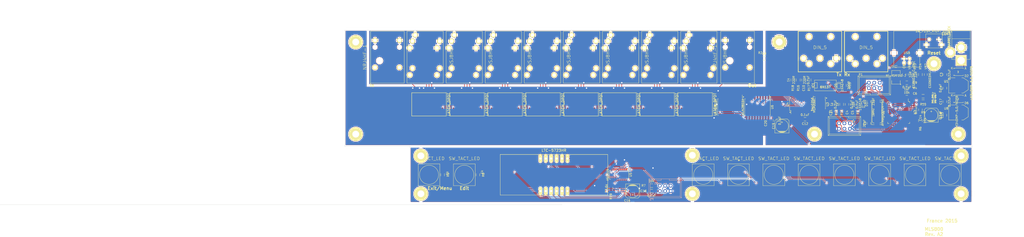
<source format=kicad_pcb>
(kicad_pcb (version 4) (host pcbnew "(2014-12-01 BZR 5309)-product")
  (layers (0 F.Cu signal) (31 B.Cu signal) (34 B.Paste user) (35 F.Paste user) (36 B.SilkS user) (37 F.SilkS user) (38 B.Mask user) (39 F.Mask user) (44 Edge.Cuts user))
  (net 0 "")
  (net 1 "/Front panel/SEGE")
  (net 2 "/Front panel/SEGD")
  (net 3 "/Front panel/SEGDP")
  (net 4 "/Front panel/SEGC")
  (net 5 "/Front panel/SEGG")
  (net 6 "/Front panel/DIG4")
  (net 7 "/Front panel/SEGB")
  (net 8 "/Front panel/DIG3")
  (net 9 "/Front panel/DIG2")
  (net 10 "/Front panel/SEGF")
  (net 11 "/Front panel/SEGA")
  (net 12 "/Front panel/DIG1")
  (net 13 "Net-(C1-Pad2)")
  (net 14 "Net-(C2-Pad2)")
  (net 15 GND)
  (net 16 "Net-(C3-Pad2)")
  (net 17 VCC)
  (net 18 "Net-(C6-Pad2)")
  (net 19 "Net-(C8-Pad1)")
  (net 20 VCOM)
  (net 21 /RX)
  (net 22 "Net-(CON1-Pad1)")
  (net 23 /RESET)
  (net 24 "Net-(D3-Pad1)")
  (net 25 "Net-(D4-Pad1)")
  (net 26 "Net-(D5-Pad1)")
  (net 27 "Net-(D5-Pad2)")
  (net 28 "Net-(J1-Pad2)")
  (net 29 "Net-(J1-Pad3)")
  (net 30 "Net-(J2-Pad1)")
  (net 31 "Net-(J3-Pad3)")
  (net 32 "Net-(J3-Pad5)")
  (net 33 "Net-(J3-Pad6)")
  (net 34 "Net-(J4-Pad3)")
  (net 35 "Net-(J4-Pad5)")
  (net 36 "Net-(J4-Pad6)")
  (net 37 "Net-(J11-Pad1)")
  (net 38 /MISO)
  (net 39 /SCK)
  (net 40 /MOSI)
  (net 41 "Net-(P2-Pad4)")
  (net 42 "Net-(P3-Pad4)")
  (net 43 /Loops/LH1)
  (net 44 /Loops/LL1)
  (net 45 /Loops/LH2)
  (net 46 /Loops/LL2)
  (net 47 /Loops/LH3)
  (net 48 /Loops/LL3)
  (net 49 /Loops/LH4)
  (net 50 /Loops/LL4)
  (net 51 "Net-(R5-Pad1)")
  (net 52 "Net-(R6-Pad2)")
  (net 53 "/Front panel/IRQ")
  (net 54 "Net-(R8-Pad1)")
  (net 55 /RXLED)
  (net 56 /TXLED)
  (net 57 /D+)
  (net 58 /D-)
  (net 59 "Net-(R18-Pad2)")
  (net 60 "Net-(R19-Pad1)")
  (net 61 "/Front panel/LEDS")
  (net 62 "Net-(SW2-Pad1)")
  (net 63 "Net-(SW10-Pad1)")
  (net 64 "Net-(J5-Pad3)")
  (net 65 "Net-(J5-Pad5)")
  (net 66 "Net-(J5-Pad6)")
  (net 67 "Net-(J6-Pad3)")
  (net 68 "Net-(J6-Pad5)")
  (net 69 "Net-(J6-Pad6)")
  (net 70 "Net-(J7-Pad3)")
  (net 71 "Net-(J7-Pad5)")
  (net 72 "Net-(J7-Pad6)")
  (net 73 "Net-(J8-Pad3)")
  (net 74 "Net-(J8-Pad5)")
  (net 75 "Net-(J8-Pad6)")
  (net 76 "Net-(J9-Pad3)")
  (net 77 "Net-(J9-Pad5)")
  (net 78 "Net-(J9-Pad6)")
  (net 79 "Net-(J10-Pad3)")
  (net 80 "Net-(J10-Pad5)")
  (net 81 "Net-(J10-Pad6)")
  (net 82 "/Front panel/EDIT_LED")
  (net 83 /EDIT_LED)
  (net 84 /UI_INT)
  (net 85 "/Front panel/SDA")
  (net 86 VDD)
  (net 87 "/Front panel/SCL")
  (net 88 "/Front panel/DGND")
  (net 89 /Loops/SDA)
  (net 90 /Loops/SCL)
  (net 91 GNDA)
  (net 92 "Net-(U4-Pad1)")
  (net 93 "Net-(U4-Pad2)")
  (net 94 "Net-(U4-Pad3)")
  (net 95 "Net-(U4-Pad4)")
  (net 96 "Net-(U4-Pad5)")
  (net 97 "Net-(U4-Pad6)")
  (net 98 "Net-(U4-Pad7)")
  (net 99 "Net-(U4-Pad8)")
  (net 100 "Net-(U4-Pad21)")
  (net 101 "Net-(U4-Pad22)")
  (net 102 "Net-(U4-Pad23)")
  (net 103 "Net-(U4-Pad24)")
  (net 104 "Net-(U4-Pad25)")
  (net 105 "Net-(U4-Pad26)")
  (net 106 "Net-(U4-Pad27)")
  (net 107 "Net-(U4-Pad28)")
  (net 108 /Loops/LH5)
  (net 109 /Loops/LL5)
  (net 110 /Loops/LH6)
  (net 111 /Loops/LL6)
  (net 112 /Loops/LH7)
  (net 113 /Loops/LL7)
  (net 114 /Loops/LH8)
  (net 115 /Loops/LL8)
  (net 116 "Net-(C17-Pad2)")
  (net 117 +5V)
  (net 118 "Net-(RE1-Pad9)")
  (net 119 "Net-(RE2-Pad9)")
  (net 120 "Net-(RE3-Pad9)")
  (net 121 "Net-(RE4-Pad9)")
  (net 122 "Net-(RE5-Pad9)")
  (net 123 "Net-(RE6-Pad9)")
  (net 124 "Net-(RE7-Pad9)")
  (net 125 "Net-(CON1-Pad3)")
  (net 126 "Net-(IC1-Pad7)")
  (net 127 "Net-(J2-Pad2)")
  (net 128 "Net-(J11-Pad2)")
  (net 129 "Net-(P2-Pad3)")
  (net 130 "Net-(P2-Pad5)")
  (net 131 "Net-(P2-Pad1)")
  (net 132 "Net-(P3-Pad5)")
  (net 133 "Net-(P3-Pad1)")
  (net 134 "Net-(U2-Pad12)")
  (net 135 "Net-(U2-Pad21)")
  (net 136 "Net-(U2-Pad24)")
  (net 137 "Net-(U2-Pad25)")
  (net 138 "Net-(U2-Pad26)")
  (net 139 "Net-(U2-Pad27)")
  (net 140 "Net-(U2-Pad28)")
  (net 141 "Net-(U2-Pad29)")
  (net 142 "Net-(U2-Pad30)")
  (net 143 "Net-(U2-Pad31)")
  (net 144 "Net-(U2-Pad36)")
  (net 145 "Net-(U2-Pad37)")
  (net 146 "Net-(U2-Pad38)")
  (net 147 "Net-(U2-Pad39)")
  (net 148 "Net-(U2-Pad40)")
  (net 149 "Net-(U2-Pad41)")
  (net 150 "Net-(U2-Pad42)")
  (net 151 "Net-(U2-Pad44)")
  (net 152 "Net-(U3-Pad7)")
  (net 153 "Net-(U4-Pad19)")
  (net 154 "Net-(U4-Pad20)")
  (net 155 "Net-(U5-Pad8)")
  (net 156 "Net-(U5-Pad9)")
  (net 157 "Net-(U5-Pad10)")
  (module Custom-device:MEC-5G (layer F.Cu) (at 295.91 113.03)
    (fp_text reference SW8 hide)
    (fp_text value SW_TACT_LED (at 0 -7.62) (layer F.SilkS) (effects (font (size 1.5 1.5))))
    (pad 2 smd rect (at -6.25 -3.81) (size 2.5 1.2) (layers F.Cu F.Paste F.Mask) (net 61 "/Front panel/LEDS"))
    (pad 1 smd rect (at 6.25 -3.81) (size 2.5 1.2) (layers F.Cu F.Paste F.Mask) (net 62 "Net-(SW2-Pad1)"))
    (pad 4 smd rect (at -6.25 3.81) (size 2.5 1.2) (layers F.Cu F.Paste F.Mask) (net 10 "/Front panel/SEGF"))
    (pad 3 smd rect (at 6.25 3.81) (size 2.5 1.2) (layers F.Cu F.Paste F.Mask) (net 10 "/Front panel/SEGF"))
  )
  (module Custom-device:MEC-5G (layer F.Cu) (at 213.36 113.03)
    (fp_text reference SW3 hide)
    (fp_text value SW_TACT_LED (at 0 -7.62) (layer F.SilkS) (effects (font (size 1.5 1.5))))
    (pad 2 smd rect (at -6.25 -3.81) (size 2.5 1.2) (layers F.Cu F.Paste F.Mask) (net 61 "/Front panel/LEDS"))
    (pad 1 smd rect (at 6.25 -3.81) (size 2.5 1.2) (layers F.Cu F.Paste F.Mask) (net 62 "Net-(SW2-Pad1)"))
    (pad 4 smd rect (at -6.25 3.81) (size 2.5 1.2) (layers F.Cu F.Paste F.Mask) (net 11 "/Front panel/SEGA"))
    (pad 3 smd rect (at 6.25 3.81) (size 2.5 1.2) (layers F.Cu F.Paste F.Mask) (net 11 "/Front panel/SEGA"))
  )
  (module Capacitors_SMD:C_0805_HandSoldering (layer F.Cu) (at 274.32 78.74 90)
    (fp_text reference C2 (at 0 -1.905 90) (layer F.SilkS))
    (fp_text value 22pF (at 0 2.1 90) (layer F.SilkS))
    (pad 1 smd rect (at -1.25 0 90) (size 1.5 1.25) (layers F.Cu F.Paste F.Mask) (net 15 GND))
    (pad 2 smd rect (at 1.25 0 90) (size 1.5 1.25) (layers F.Cu F.Paste F.Mask) (net 14 "Net-(C2-Pad2)"))
  )
  (module Crystals_Oscillators_SMD:Q_49U3HMS (layer F.Cu) (at 278.13 83.82 270)
    (fp_text reference X1 (at 0 -3.175 270) (layer F.SilkS) (effects (font (size 0.8 0.8))))
    (fp_text value 16Mhz (at 0 1.7 270) (layer F.SilkS) (effects (font (size 0.8 0.8))))
    (pad 1 smd rect (at -4.699 0 270) (size 5.4991 1.99898) (layers F.Cu F.Paste F.Mask) (net 14 "Net-(C2-Pad2)"))
    (pad 2 smd rect (at 4.699 0 270) (size 5.4991 1.99898) (layers F.Cu F.Paste F.Mask) (net 13 "Net-(C1-Pad2)"))
  )
  (module Capacitors_SMD:C_0805_HandSoldering (layer F.Cu) (at 274.32 88.9 270)
    (fp_text reference C1 (at 0 1.905 270) (layer F.SilkS))
    (fp_text value 22pF (at 0 2.1 270) (layer F.SilkS))
    (pad 1 smd rect (at -1.25 0 270) (size 1.5 1.25) (layers F.Cu F.Paste F.Mask) (net 15 GND))
    (pad 2 smd rect (at 1.25 0 270) (size 1.5 1.25) (layers F.Cu F.Paste F.Mask) (net 13 "Net-(C1-Pad2)"))
  )
  (module Housings_SOIC:SOIC-18_7.5x11.6mm_Pitch1.27mm (layer F.Cu) (at 209.55 81.28 270)
    (fp_text reference U7 (at 0 6.985 270) (layer F.SilkS))
    (fp_text value ULN2803A (at 0 6.875 270) (layer F.SilkS))
    (pad 1 smd rect (at -4.7 -5.08 270) (size 2 0.6) (layers F.Cu F.Paste F.Mask) (net 104 "Net-(U4-Pad25)"))
    (pad 2 smd rect (at -4.7 -3.81 270) (size 2 0.6) (layers F.Cu F.Paste F.Mask) (net 95 "Net-(U4-Pad4)"))
    (pad 3 smd rect (at -4.7 -2.54 270) (size 2 0.6) (layers F.Cu F.Paste F.Mask) (net 105 "Net-(U4-Pad26)"))
    (pad 4 smd rect (at -4.7 -1.27 270) (size 2 0.6) (layers F.Cu F.Paste F.Mask) (net 94 "Net-(U4-Pad3)"))
    (pad 5 smd rect (at -4.7 0 270) (size 2 0.6) (layers F.Cu F.Paste F.Mask) (net 106 "Net-(U4-Pad27)"))
    (pad 6 smd rect (at -4.7 1.27 270) (size 2 0.6) (layers F.Cu F.Paste F.Mask) (net 93 "Net-(U4-Pad2)"))
    (pad 7 smd rect (at -4.7 2.54 270) (size 2 0.6) (layers F.Cu F.Paste F.Mask) (net 107 "Net-(U4-Pad28)"))
    (pad 8 smd rect (at -4.7 3.81 270) (size 2 0.6) (layers F.Cu F.Paste F.Mask) (net 92 "Net-(U4-Pad1)"))
    (pad 9 smd rect (at -4.7 5.08 270) (size 2 0.6) (layers F.Cu F.Paste F.Mask) (net 15 GND))
    (pad 10 smd rect (at 4.7 5.08 270) (size 2 0.6) (layers F.Cu F.Paste F.Mask) (net 117 +5V))
    (pad 11 smd rect (at 4.7 3.81 270) (size 2 0.6) (layers F.Cu F.Paste F.Mask) (net 115 /Loops/LL8))
    (pad 12 smd rect (at 4.7 2.54 270) (size 2 0.6) (layers F.Cu F.Paste F.Mask) (net 114 /Loops/LH8))
    (pad 13 smd rect (at 4.7 1.27 270) (size 2 0.6) (layers F.Cu F.Paste F.Mask) (net 113 /Loops/LL7))
    (pad 14 smd rect (at 4.7 0 270) (size 2 0.6) (layers F.Cu F.Paste F.Mask) (net 112 /Loops/LH7))
    (pad 15 smd rect (at 4.7 -1.27 270) (size 2 0.6) (layers F.Cu F.Paste F.Mask) (net 111 /Loops/LL6))
    (pad 16 smd rect (at 4.7 -2.54 270) (size 2 0.6) (layers F.Cu F.Paste F.Mask) (net 110 /Loops/LH6))
    (pad 17 smd rect (at 4.7 -3.81 270) (size 2 0.6) (layers F.Cu F.Paste F.Mask) (net 109 /Loops/LL5))
    (pad 18 smd rect (at 4.7 -5.08 270) (size 2 0.6) (layers F.Cu F.Paste F.Mask) (net 108 /Loops/LH5))
  )
  (module Custom-device:Relay_SMD_DPDT-RT2_bistabil (layer F.Cu) (at 139.7 80.01 270)
    (fp_text reference RE5 hide)
    (fp_text value LATCH_DPDT (at 0 -9.312 270) (layer F.SilkS) (effects (font (size 1.2 1.2) (thickness 0.2))))
    (pad 1 smd rect (at -4.025 -6.35 270) (size 3.81 0.9) (layers F.Cu F.Paste F.Mask) (net 109 /Loops/LL5))
    (pad 3 smd rect (at -4.025 -1.27 270) (size 3.81 0.9) (layers F.Cu F.Paste F.Mask) (net 91 GNDA))
    (pad 4 smd rect (at -4.025 1.27 270) (size 3.81 0.9) (layers F.Cu F.Paste F.Mask) (net 72 "Net-(J7-Pad6)"))
    (pad 5 smd rect (at -4.025 3.81 270) (size 3.81 0.9) (layers F.Cu F.Paste F.Mask) (net 121 "Net-(RE4-Pad9)"))
    (pad 6 smd rect (at -4.025 6.35 270) (size 3.81 0.9) (layers F.Cu F.Paste F.Mask) (net 108 /Loops/LH5))
    (pad 12 smd rect (at 4.025 -6.35 270) (size 3.81 0.9) (layers F.Cu F.Paste F.Mask) (net 117 +5V))
    (pad 10 smd rect (at 4.025 -1.27 270) (size 3.81 0.9) (layers F.Cu F.Paste F.Mask) (net 121 "Net-(RE4-Pad9)"))
    (pad 9 smd rect (at 4.025 1.27 270) (size 3.81 0.9) (layers F.Cu F.Paste F.Mask) (net 122 "Net-(RE5-Pad9)"))
    (pad 8 smd rect (at 4.025 3.81 270) (size 3.81 0.9) (layers F.Cu F.Paste F.Mask) (net 71 "Net-(J7-Pad5)"))
    (pad 7 smd rect (at 4.025 6.35 270) (size 3.81 0.9) (layers F.Cu F.Paste F.Mask) (net 117 +5V))
  )
  (module Custom-conn:NRJ4HF-1 (layer F.Cu) (at 50.546 57.912 90)
    (fp_text reference J2 hide)
    (fp_text value NRJ4HF-1 (at 0 -12 90) (layer F.SilkS) (effects (font (size 1.5 1.5))))
    (pad 4 thru_hole circle (at 7.9 -7.23 90) (size 2.5 2.5) (drill 1.5) (layers *.Cu *.Mask F.SilkS) (net 91 GNDA))
    (pad 3 thru_hole circle (at 7.9 4.2 90) (size 2.5 2.5) (drill 1.5) (layers *.Cu *.Mask F.SilkS) (net 91 GNDA))
    (pad 1 thru_hole circle (at -4.8 4.2 90) (size 2.5 2.5) (drill 1.5) (layers *.Cu *.Mask F.SilkS) (net 30 "Net-(J2-Pad1)"))
    (pad 2 thru_hole circle (at -4.8 -7.23 90) (size 2.5 2.5) (drill 1.5) (layers *.Cu *.Mask F.SilkS) (net 127 "Net-(J2-Pad2)"))
    (pad "" thru_hole circle (at -1.65 -5.1 90) (size 3 3) (drill 3) (layers *.Cu *.Mask F.SilkS))
    (pad "" thru_hole circle (at 4.7 -7.23 90) (size 2 2) (drill 2) (layers *.Cu *.Mask F.SilkS))
    (pad "" thru_hole circle (at 4.7 4.2 90) (size 2 2) (drill 2) (layers *.Cu *.Mask F.SilkS))
  )
  (module Custom-device:Relay_SMD_DPDT-RT2_bistabil (layer F.Cu) (at 68.58 80.01 270)
    (fp_text reference RE1 hide)
    (fp_text value LATCH_DPDT (at 0 -9.312 270) (layer F.SilkS) (effects (font (size 1.2 1.2) (thickness 0.2))))
    (pad 1 smd rect (at -4.025 -6.35 270) (size 3.81 0.9) (layers F.Cu F.Paste F.Mask) (net 44 /Loops/LL1))
    (pad 3 smd rect (at -4.025 -1.27 270) (size 3.81 0.9) (layers F.Cu F.Paste F.Mask) (net 91 GNDA))
    (pad 4 smd rect (at -4.025 1.27 270) (size 3.81 0.9) (layers F.Cu F.Paste F.Mask) (net 33 "Net-(J3-Pad6)"))
    (pad 5 smd rect (at -4.025 3.81 270) (size 3.81 0.9) (layers F.Cu F.Paste F.Mask) (net 30 "Net-(J2-Pad1)"))
    (pad 6 smd rect (at -4.025 6.35 270) (size 3.81 0.9) (layers F.Cu F.Paste F.Mask) (net 43 /Loops/LH1))
    (pad 12 smd rect (at 4.025 -6.35 270) (size 3.81 0.9) (layers F.Cu F.Paste F.Mask) (net 117 +5V))
    (pad 10 smd rect (at 4.025 -1.27 270) (size 3.81 0.9) (layers F.Cu F.Paste F.Mask) (net 30 "Net-(J2-Pad1)"))
    (pad 9 smd rect (at 4.025 1.27 270) (size 3.81 0.9) (layers F.Cu F.Paste F.Mask) (net 118 "Net-(RE1-Pad9)"))
    (pad 8 smd rect (at 4.025 3.81 270) (size 3.81 0.9) (layers F.Cu F.Paste F.Mask) (net 32 "Net-(J3-Pad5)"))
    (pad 7 smd rect (at 4.025 6.35 270) (size 3.81 0.9) (layers F.Cu F.Paste F.Mask) (net 117 +5V))
  )
  (module Housings_SSOP:SSOP-28_5.3x10.2mm_Pitch0.65mm (layer F.Cu) (at 242.57 80.01 90)
    (fp_text reference U4 (at 0 -6.25 90) (layer F.SilkS))
    (fp_text value MCP23017 (at 0 6.25 90) (layer F.SilkS))
    (pad 1 smd rect (at -3.6 -4.225 90) (size 1.75 0.45) (layers F.Cu F.Paste F.Mask) (net 92 "Net-(U4-Pad1)"))
    (pad 2 smd rect (at -3.6 -3.575 90) (size 1.75 0.45) (layers F.Cu F.Paste F.Mask) (net 93 "Net-(U4-Pad2)"))
    (pad 3 smd rect (at -3.6 -2.925 90) (size 1.75 0.45) (layers F.Cu F.Paste F.Mask) (net 94 "Net-(U4-Pad3)"))
    (pad 4 smd rect (at -3.6 -2.275 90) (size 1.75 0.45) (layers F.Cu F.Paste F.Mask) (net 95 "Net-(U4-Pad4)"))
    (pad 5 smd rect (at -3.6 -1.625 90) (size 1.75 0.45) (layers F.Cu F.Paste F.Mask) (net 96 "Net-(U4-Pad5)"))
    (pad 6 smd rect (at -3.6 -0.975 90) (size 1.75 0.45) (layers F.Cu F.Paste F.Mask) (net 97 "Net-(U4-Pad6)"))
    (pad 7 smd rect (at -3.6 -0.325 90) (size 1.75 0.45) (layers F.Cu F.Paste F.Mask) (net 98 "Net-(U4-Pad7)"))
    (pad 8 smd rect (at -3.6 0.325 90) (size 1.75 0.45) (layers F.Cu F.Paste F.Mask) (net 99 "Net-(U4-Pad8)"))
    (pad 9 smd rect (at -3.6 0.975 90) (size 1.75 0.45) (layers F.Cu F.Paste F.Mask) (net 17 VCC))
    (pad 10 smd rect (at -3.6 1.625 90) (size 1.75 0.45) (layers F.Cu F.Paste F.Mask) (net 15 GND) (thermal_gap 0.02))
    (pad 11 smd rect (at -3.6 2.275 90) (size 1.75 0.45) (layers F.Cu F.Paste F.Mask))
    (pad 12 smd rect (at -3.6 2.925 90) (size 1.75 0.45) (layers F.Cu F.Paste F.Mask) (net 90 /Loops/SCL))
    (pad 13 smd rect (at -3.6 3.575 90) (size 1.75 0.45) (layers F.Cu F.Paste F.Mask) (net 89 /Loops/SDA))
    (pad 14 smd rect (at -3.6 4.225 90) (size 1.75 0.45) (layers F.Cu F.Paste F.Mask))
    (pad 15 smd rect (at 3.6 4.225 90) (size 1.75 0.45) (layers F.Cu F.Paste F.Mask) (net 15 GND) (thermal_gap 0.25))
    (pad 16 smd rect (at 3.6 3.575 90) (size 1.75 0.45) (layers F.Cu F.Paste F.Mask) (net 15 GND) (thermal_gap 0.25))
    (pad 17 smd rect (at 3.6 2.925 90) (size 1.75 0.45) (layers F.Cu F.Paste F.Mask) (net 17 VCC))
    (pad 18 smd rect (at 3.6 2.275 90) (size 1.75 0.45) (layers F.Cu F.Paste F.Mask) (net 59 "Net-(R18-Pad2)"))
    (pad 19 smd rect (at 3.6 1.625 90) (size 1.75 0.45) (layers F.Cu F.Paste F.Mask) (net 153 "Net-(U4-Pad19)"))
    (pad 20 smd rect (at 3.6 0.975 90) (size 1.75 0.45) (layers F.Cu F.Paste F.Mask) (net 154 "Net-(U4-Pad20)"))
    (pad 21 smd rect (at 3.6 0.325 90) (size 1.75 0.45) (layers F.Cu F.Paste F.Mask) (net 100 "Net-(U4-Pad21)"))
    (pad 22 smd rect (at 3.6 -0.325 90) (size 1.75 0.45) (layers F.Cu F.Paste F.Mask) (net 101 "Net-(U4-Pad22)"))
    (pad 23 smd rect (at 3.6 -0.975 90) (size 1.75 0.45) (layers F.Cu F.Paste F.Mask) (net 102 "Net-(U4-Pad23)"))
    (pad 24 smd rect (at 3.6 -1.625 90) (size 1.75 0.45) (layers F.Cu F.Paste F.Mask) (net 103 "Net-(U4-Pad24)"))
    (pad 25 smd rect (at 3.6 -2.275 90) (size 1.75 0.45) (layers F.Cu F.Paste F.Mask) (net 104 "Net-(U4-Pad25)"))
    (pad 26 smd rect (at 3.6 -2.925 90) (size 1.75 0.45) (layers F.Cu F.Paste F.Mask) (net 105 "Net-(U4-Pad26)"))
    (pad 27 smd rect (at 3.6 -3.575 90) (size 1.75 0.45) (layers F.Cu F.Paste F.Mask) (net 106 "Net-(U4-Pad27)"))
    (pad 28 smd rect (at 3.6 -4.225 90) (size 1.75 0.45) (layers F.Cu F.Paste F.Mask) (net 107 "Net-(U4-Pad28)"))
  )
  (module Connect:USB_B (layer F.Cu) (at 292.1 55.88 180)
    (fp_text reference J1 (at 6.985 -6.35 180) (layer F.SilkS))
    (fp_text value USB (at 0 0 180) (layer F.SilkS))
    (pad 1 thru_hole circle (at 1.27 -4.699 180) (size 1.524 1.524) (drill 0.8128) (layers *.Cu *.Mask F.SilkS) (net 19 "Net-(C8-Pad1)"))
    (pad 2 thru_hole circle (at -1.27 -4.699 180) (size 1.524 1.524) (drill 0.8128) (layers *.Cu *.Mask F.SilkS) (net 28 "Net-(J1-Pad2)"))
    (pad 3 thru_hole circle (at -1.27 -2.70002 180) (size 1.524 1.524) (drill 0.8128) (layers *.Cu *.Mask F.SilkS) (net 29 "Net-(J1-Pad3)"))
    (pad 4 thru_hole circle (at 1.27 -2.70002 180) (size 1.524 1.524) (drill 0.8128) (layers *.Cu *.Mask F.SilkS) (net 15 GND))
    (pad 5 np_thru_hole circle (at 5.99948 0 180) (size 2.70002 2.70002) (drill 2.30124) (layers *.Cu *.SilkS *.Mask) (net 15 GND))
    (pad 6 thru_hole circle (at -5.99948 0 180) (size 2.70002 2.70002) (drill 2.30124) (layers *.Cu *.Mask F.SilkS) (net 15 GND))
  )
  (module Custom-device:MEC-5G (layer F.Cu) (at 262.89 113.03)
    (fp_text reference SW6 hide)
    (fp_text value SW_TACT_LED (at 0 -7.62) (layer F.SilkS) (effects (font (size 1.5 1.5))))
    (pad 2 smd rect (at -6.25 -3.81) (size 2.5 1.2) (layers F.Cu F.Paste F.Mask) (net 61 "/Front panel/LEDS"))
    (pad 1 smd rect (at 6.25 -3.81) (size 2.5 1.2) (layers F.Cu F.Paste F.Mask) (net 62 "Net-(SW2-Pad1)"))
    (pad 4 smd rect (at -6.25 3.81) (size 2.5 1.2) (layers F.Cu F.Paste F.Mask) (net 2 "/Front panel/SEGD"))
    (pad 3 smd rect (at 6.25 3.81) (size 2.5 1.2) (layers F.Cu F.Paste F.Mask) (net 2 "/Front panel/SEGD"))
  )
  (module Custom-device:Relay_SMD_DPDT-RT2_bistabil (layer F.Cu) (at 86.36 80.01 270)
    (fp_text reference RE2 hide)
    (fp_text value LATCH_DPDT (at 0 -9.312 270) (layer F.SilkS) (effects (font (size 1.2 1.2) (thickness 0.2))))
    (pad 1 smd rect (at -4.025 -6.35 270) (size 3.81 0.9) (layers F.Cu F.Paste F.Mask) (net 46 /Loops/LL2))
    (pad 3 smd rect (at -4.025 -1.27 270) (size 3.81 0.9) (layers F.Cu F.Paste F.Mask) (net 91 GNDA))
    (pad 4 smd rect (at -4.025 1.27 270) (size 3.81 0.9) (layers F.Cu F.Paste F.Mask) (net 36 "Net-(J4-Pad6)"))
    (pad 5 smd rect (at -4.025 3.81 270) (size 3.81 0.9) (layers F.Cu F.Paste F.Mask) (net 118 "Net-(RE1-Pad9)"))
    (pad 6 smd rect (at -4.025 6.35 270) (size 3.81 0.9) (layers F.Cu F.Paste F.Mask) (net 45 /Loops/LH2))
    (pad 12 smd rect (at 4.025 -6.35 270) (size 3.81 0.9) (layers F.Cu F.Paste F.Mask) (net 117 +5V))
    (pad 10 smd rect (at 4.025 -1.27 270) (size 3.81 0.9) (layers F.Cu F.Paste F.Mask) (net 118 "Net-(RE1-Pad9)"))
    (pad 9 smd rect (at 4.025 1.27 270) (size 3.81 0.9) (layers F.Cu F.Paste F.Mask) (net 119 "Net-(RE2-Pad9)"))
    (pad 8 smd rect (at 4.025 3.81 270) (size 3.81 0.9) (layers F.Cu F.Paste F.Mask) (net 35 "Net-(J4-Pad5)"))
    (pad 7 smd rect (at 4.025 6.35 270) (size 3.81 0.9) (layers F.Cu F.Paste F.Mask) (net 117 +5V))
  )
  (module Housings_QFP:TQFP-44_10x10mm_Pitch0.8mm (layer F.Cu) (at 288.29 83.82 270)
    (fp_text reference U2 (at 0 -7.62 270) (layer F.SilkS))
    (fp_text value ATmega32U4-AU (at 0 7.45 270) (layer F.SilkS))
    (pad 1 smd rect (at -5.7 -4 270) (size 1.5 0.55) (layers F.Cu F.Paste F.Mask) (net 84 /UI_INT))
    (pad 2 smd rect (at -5.7 -3.2 270) (size 1.5 0.55) (layers F.Cu F.Paste F.Mask) (net 17 VCC))
    (pad 3 smd rect (at -5.7 -2.4 270) (size 1.5 0.55) (layers F.Cu F.Paste F.Mask) (net 58 /D-))
    (pad 4 smd rect (at -5.7 -1.6 270) (size 1.5 0.55) (layers F.Cu F.Paste F.Mask) (net 57 /D+))
    (pad 5 smd rect (at -5.7 -0.8 270) (size 1.5 0.55) (layers F.Cu F.Paste F.Mask) (net 15 GND))
    (pad 6 smd rect (at -5.7 0 270) (size 1.5 0.55) (layers F.Cu F.Paste F.Mask) (net 18 "Net-(C6-Pad2)"))
    (pad 7 smd rect (at -5.7 0.8 270) (size 1.5 0.55) (layers F.Cu F.Paste F.Mask) (net 20 VCOM))
    (pad 8 smd rect (at -5.7 1.6 270) (size 1.5 0.55) (layers F.Cu F.Paste F.Mask) (net 55 /RXLED))
    (pad 9 smd rect (at -5.7 2.4 270) (size 1.5 0.55) (layers F.Cu F.Paste F.Mask) (net 39 /SCK))
    (pad 10 smd rect (at -5.7 3.2 270) (size 1.5 0.55) (layers F.Cu F.Paste F.Mask) (net 40 /MOSI))
    (pad 11 smd rect (at -5.7 4 270) (size 1.5 0.55) (layers F.Cu F.Paste F.Mask) (net 38 /MISO))
    (pad 12 smd rect (at -4 5.7) (size 1.5 0.55) (layers F.Cu F.Paste F.Mask) (net 134 "Net-(U2-Pad12)"))
    (pad 13 smd rect (at -3.2 5.7) (size 1.5 0.55) (layers F.Cu F.Paste F.Mask) (net 23 /RESET))
    (pad 14 smd rect (at -2.4 5.7) (size 1.5 0.55) (layers F.Cu F.Paste F.Mask) (net 17 VCC))
    (pad 15 smd rect (at -1.6 5.7) (size 1.5 0.55) (layers F.Cu F.Paste F.Mask) (net 15 GND))
    (pad 16 smd rect (at -0.8 5.7) (size 1.5 0.55) (layers F.Cu F.Paste F.Mask) (net 14 "Net-(C2-Pad2)"))
    (pad 17 smd rect (at 0 5.7) (size 1.5 0.55) (layers F.Cu F.Paste F.Mask) (net 13 "Net-(C1-Pad2)"))
    (pad 18 smd rect (at 0.8 5.7) (size 1.5 0.55) (layers F.Cu F.Paste F.Mask) (net 90 /Loops/SCL))
    (pad 19 smd rect (at 1.6 5.7) (size 1.5 0.55) (layers F.Cu F.Paste F.Mask) (net 89 /Loops/SDA))
    (pad 20 smd rect (at 2.4 5.7) (size 1.5 0.55) (layers F.Cu F.Paste F.Mask) (net 21 /RX))
    (pad 21 smd rect (at 3.2 5.7) (size 1.5 0.55) (layers F.Cu F.Paste F.Mask) (net 135 "Net-(U2-Pad21)"))
    (pad 22 smd rect (at 4 5.7) (size 1.5 0.55) (layers F.Cu F.Paste F.Mask) (net 56 /TXLED))
    (pad 23 smd rect (at 5.7 4 270) (size 1.5 0.55) (layers F.Cu F.Paste F.Mask) (net 15 GND))
    (pad 24 smd rect (at 5.7 3.2 270) (size 1.5 0.55) (layers F.Cu F.Paste F.Mask) (net 136 "Net-(U2-Pad24)"))
    (pad 25 smd rect (at 5.7 2.4 270) (size 1.5 0.55) (layers F.Cu F.Paste F.Mask) (net 137 "Net-(U2-Pad25)"))
    (pad 26 smd rect (at 5.7 1.6 270) (size 1.5 0.55) (layers F.Cu F.Paste F.Mask) (net 138 "Net-(U2-Pad26)"))
    (pad 27 smd rect (at 5.7 0.8 270) (size 1.5 0.55) (layers F.Cu F.Paste F.Mask) (net 139 "Net-(U2-Pad27)"))
    (pad 28 smd rect (at 5.7 0 270) (size 1.5 0.55) (layers F.Cu F.Paste F.Mask) (net 140 "Net-(U2-Pad28)"))
    (pad 29 smd rect (at 5.7 -0.8 270) (size 1.5 0.55) (layers F.Cu F.Paste F.Mask) (net 141 "Net-(U2-Pad29)"))
    (pad 30 smd rect (at 5.7 -1.6 270) (size 1.5 0.55) (layers F.Cu F.Paste F.Mask) (net 142 "Net-(U2-Pad30)"))
    (pad 31 smd rect (at 5.7 -2.4 270) (size 1.5 0.55) (layers F.Cu F.Paste F.Mask) (net 143 "Net-(U2-Pad31)"))
    (pad 32 smd rect (at 5.7 -3.2 270) (size 1.5 0.55) (layers F.Cu F.Paste F.Mask) (net 83 /EDIT_LED))
    (pad 33 smd rect (at 5.7 -4 270) (size 1.5 0.55) (layers F.Cu F.Paste F.Mask) (net 52 "Net-(R6-Pad2)"))
    (pad 34 smd rect (at 4 -5.7) (size 1.5 0.55) (layers F.Cu F.Paste F.Mask) (net 17 VCC))
    (pad 35 smd rect (at 3.2 -5.7) (size 1.5 0.55) (layers F.Cu F.Paste F.Mask) (net 15 GND))
    (pad 36 smd rect (at 2.4 -5.7) (size 1.5 0.55) (layers F.Cu F.Paste F.Mask) (net 144 "Net-(U2-Pad36)"))
    (pad 37 smd rect (at 1.6 -5.7) (size 1.5 0.55) (layers F.Cu F.Paste F.Mask) (net 145 "Net-(U2-Pad37)"))
    (pad 38 smd rect (at 0.8 -5.7) (size 1.5 0.55) (layers F.Cu F.Paste F.Mask) (net 146 "Net-(U2-Pad38)"))
    (pad 39 smd rect (at 0 -5.7) (size 1.5 0.55) (layers F.Cu F.Paste F.Mask) (net 147 "Net-(U2-Pad39)"))
    (pad 40 smd rect (at -0.8 -5.7) (size 1.5 0.55) (layers F.Cu F.Paste F.Mask) (net 148 "Net-(U2-Pad40)"))
    (pad 41 smd rect (at -1.6 -5.7) (size 1.5 0.55) (layers F.Cu F.Paste F.Mask) (net 149 "Net-(U2-Pad41)"))
    (pad 42 smd rect (at -2.4 -5.7) (size 1.5 0.55) (layers F.Cu F.Paste F.Mask) (net 150 "Net-(U2-Pad42)"))
    (pad 43 smd rect (at -3.2 -5.7) (size 1.5 0.55) (layers F.Cu F.Paste F.Mask) (net 15 GND))
    (pad 44 smd rect (at -4 -5.7) (size 1.5 0.55) (layers F.Cu F.Paste F.Mask) (net 151 "Net-(U2-Pad44)"))
  )
  (module Resistors_SMD:R_0805_HandSoldering (layer F.Cu) (at 269.24 80.01 270)
    (fp_text reference R1 (at 3.81 0 450) (layer F.SilkS))
    (fp_text value 10k (at 0 2.1 270) (layer F.SilkS))
    (pad 1 smd rect (at -1.35 0 270) (size 1.5 1.3) (layers F.Cu F.Paste F.Mask) (net 23 /RESET))
    (pad 2 smd rect (at 1.35 0 270) (size 1.5 1.3) (layers F.Cu F.Paste F.Mask) (net 17 VCC))
  )
  (module Custom-device:Relay_SMD_DPDT-RT2_bistabil (layer F.Cu) (at 175.26 80.01 270)
    (fp_text reference RE7 hide)
    (fp_text value LATCH_DPDT (at 0 -9.312 270) (layer F.SilkS) (effects (font (size 1.2 1.2) (thickness 0.2))))
    (pad 1 smd rect (at -4.025 -6.35 270) (size 3.81 0.9) (layers F.Cu F.Paste F.Mask) (net 113 /Loops/LL7))
    (pad 3 smd rect (at -4.025 -1.27 270) (size 3.81 0.9) (layers F.Cu F.Paste F.Mask) (net 91 GNDA))
    (pad 4 smd rect (at -4.025 1.27 270) (size 3.81 0.9) (layers F.Cu F.Paste F.Mask) (net 78 "Net-(J9-Pad6)"))
    (pad 5 smd rect (at -4.025 3.81 270) (size 3.81 0.9) (layers F.Cu F.Paste F.Mask) (net 123 "Net-(RE6-Pad9)"))
    (pad 6 smd rect (at -4.025 6.35 270) (size 3.81 0.9) (layers F.Cu F.Paste F.Mask) (net 112 /Loops/LH7))
    (pad 12 smd rect (at 4.025 -6.35 270) (size 3.81 0.9) (layers F.Cu F.Paste F.Mask) (net 117 +5V))
    (pad 10 smd rect (at 4.025 -1.27 270) (size 3.81 0.9) (layers F.Cu F.Paste F.Mask) (net 123 "Net-(RE6-Pad9)"))
    (pad 9 smd rect (at 4.025 1.27 270) (size 3.81 0.9) (layers F.Cu F.Paste F.Mask) (net 124 "Net-(RE7-Pad9)"))
    (pad 8 smd rect (at 4.025 3.81 270) (size 3.81 0.9) (layers F.Cu F.Paste F.Mask) (net 77 "Net-(J9-Pad5)"))
    (pad 7 smd rect (at 4.025 6.35 270) (size 3.81 0.9) (layers F.Cu F.Paste F.Mask) (net 117 +5V))
  )
  (module Custom-device:Relay_SMD_DPDT-RT2_bistabil (layer F.Cu) (at 157.48 80.01 270)
    (fp_text reference RE6 hide)
    (fp_text value LATCH_DPDT (at 0 -9.312 270) (layer F.SilkS) (effects (font (size 1.2 1.2) (thickness 0.2))))
    (pad 1 smd rect (at -4.025 -6.35 270) (size 3.81 0.9) (layers F.Cu F.Paste F.Mask) (net 111 /Loops/LL6))
    (pad 3 smd rect (at -4.025 -1.27 270) (size 3.81 0.9) (layers F.Cu F.Paste F.Mask) (net 91 GNDA))
    (pad 4 smd rect (at -4.025 1.27 270) (size 3.81 0.9) (layers F.Cu F.Paste F.Mask) (net 75 "Net-(J8-Pad6)"))
    (pad 5 smd rect (at -4.025 3.81 270) (size 3.81 0.9) (layers F.Cu F.Paste F.Mask) (net 122 "Net-(RE5-Pad9)"))
    (pad 6 smd rect (at -4.025 6.35 270) (size 3.81 0.9) (layers F.Cu F.Paste F.Mask) (net 110 /Loops/LH6))
    (pad 12 smd rect (at 4.025 -6.35 270) (size 3.81 0.9) (layers F.Cu F.Paste F.Mask) (net 117 +5V))
    (pad 10 smd rect (at 4.025 -1.27 270) (size 3.81 0.9) (layers F.Cu F.Paste F.Mask) (net 122 "Net-(RE5-Pad9)"))
    (pad 9 smd rect (at 4.025 1.27 270) (size 3.81 0.9) (layers F.Cu F.Paste F.Mask) (net 123 "Net-(RE6-Pad9)"))
    (pad 8 smd rect (at 4.025 3.81 270) (size 3.81 0.9) (layers F.Cu F.Paste F.Mask) (net 74 "Net-(J8-Pad5)"))
    (pad 7 smd rect (at 4.025 6.35 270) (size 3.81 0.9) (layers F.Cu F.Paste F.Mask) (net 117 +5V))
  )
  (module Custom-device:Relay_SMD_DPDT-RT2_bistabil (layer F.Cu) (at 193.04 80.01 270)
    (fp_text reference RE8 hide)
    (fp_text value LATCH_DPDT (at 0 -9.312 270) (layer F.SilkS) (effects (font (size 1.2 1.2) (thickness 0.2))))
    (pad 1 smd rect (at -4.025 -6.35 270) (size 3.81 0.9) (layers F.Cu F.Paste F.Mask) (net 115 /Loops/LL8))
    (pad 3 smd rect (at -4.025 -1.27 270) (size 3.81 0.9) (layers F.Cu F.Paste F.Mask) (net 91 GNDA))
    (pad 4 smd rect (at -4.025 1.27 270) (size 3.81 0.9) (layers F.Cu F.Paste F.Mask) (net 81 "Net-(J10-Pad6)"))
    (pad 5 smd rect (at -4.025 3.81 270) (size 3.81 0.9) (layers F.Cu F.Paste F.Mask) (net 124 "Net-(RE7-Pad9)"))
    (pad 6 smd rect (at -4.025 6.35 270) (size 3.81 0.9) (layers F.Cu F.Paste F.Mask) (net 114 /Loops/LH8))
    (pad 12 smd rect (at 4.025 -6.35 270) (size 3.81 0.9) (layers F.Cu F.Paste F.Mask) (net 117 +5V))
    (pad 10 smd rect (at 4.025 -1.27 270) (size 3.81 0.9) (layers F.Cu F.Paste F.Mask) (net 124 "Net-(RE7-Pad9)"))
    (pad 9 smd rect (at 4.025 1.27 270) (size 3.81 0.9) (layers F.Cu F.Paste F.Mask) (net 37 "Net-(J11-Pad1)"))
    (pad 8 smd rect (at 4.025 3.81 270) (size 3.81 0.9) (layers F.Cu F.Paste F.Mask) (net 80 "Net-(J10-Pad5)"))
    (pad 7 smd rect (at 4.025 6.35 270) (size 3.81 0.9) (layers F.Cu F.Paste F.Mask) (net 117 +5V))
  )
  (module Custom-device:Relay_SMD_DPDT-RT2_bistabil (layer F.Cu) (at 104.14 80.01 270)
    (fp_text reference RE3 hide)
    (fp_text value LATCH_DPDT (at 0 -9.312 270) (layer F.SilkS) (effects (font (size 1.2 1.2) (thickness 0.2))))
    (pad 1 smd rect (at -4.025 -6.35 270) (size 3.81 0.9) (layers F.Cu F.Paste F.Mask) (net 48 /Loops/LL3))
    (pad 3 smd rect (at -4.025 -1.27 270) (size 3.81 0.9) (layers F.Cu F.Paste F.Mask) (net 91 GNDA))
    (pad 4 smd rect (at -4.025 1.27 270) (size 3.81 0.9) (layers F.Cu F.Paste F.Mask) (net 66 "Net-(J5-Pad6)"))
    (pad 5 smd rect (at -4.025 3.81 270) (size 3.81 0.9) (layers F.Cu F.Paste F.Mask) (net 119 "Net-(RE2-Pad9)"))
    (pad 6 smd rect (at -4.025 6.35 270) (size 3.81 0.9) (layers F.Cu F.Paste F.Mask) (net 47 /Loops/LH3))
    (pad 12 smd rect (at 4.025 -6.35 270) (size 3.81 0.9) (layers F.Cu F.Paste F.Mask) (net 117 +5V))
    (pad 10 smd rect (at 4.025 -1.27 270) (size 3.81 0.9) (layers F.Cu F.Paste F.Mask) (net 119 "Net-(RE2-Pad9)"))
    (pad 9 smd rect (at 4.025 1.27 270) (size 3.81 0.9) (layers F.Cu F.Paste F.Mask) (net 120 "Net-(RE3-Pad9)"))
    (pad 8 smd rect (at 4.025 3.81 270) (size 3.81 0.9) (layers F.Cu F.Paste F.Mask) (net 65 "Net-(J5-Pad5)"))
    (pad 7 smd rect (at 4.025 6.35 270) (size 3.81 0.9) (layers F.Cu F.Paste F.Mask) (net 117 +5V))
  )
  (module Custom-device:Relay_SMD_DPDT-RT2_bistabil (layer F.Cu) (at 121.92 80.01 270)
    (fp_text reference RE4 hide)
    (fp_text value LATCH_DPDT (at 0 -9.312 270) (layer F.SilkS) (effects (font (size 1.2 1.2) (thickness 0.2))))
    (pad 1 smd rect (at -4.025 -6.35 270) (size 3.81 0.9) (layers F.Cu F.Paste F.Mask) (net 50 /Loops/LL4))
    (pad 3 smd rect (at -4.025 -1.27 270) (size 3.81 0.9) (layers F.Cu F.Paste F.Mask) (net 91 GNDA))
    (pad 4 smd rect (at -4.025 1.27 270) (size 3.81 0.9) (layers F.Cu F.Paste F.Mask) (net 69 "Net-(J6-Pad6)"))
    (pad 5 smd rect (at -4.025 3.81 270) (size 3.81 0.9) (layers F.Cu F.Paste F.Mask) (net 120 "Net-(RE3-Pad9)"))
    (pad 6 smd rect (at -4.025 6.35 270) (size 3.81 0.9) (layers F.Cu F.Paste F.Mask) (net 49 /Loops/LH4))
    (pad 12 smd rect (at 4.025 -6.35 270) (size 3.81 0.9) (layers F.Cu F.Paste F.Mask) (net 117 +5V))
    (pad 10 smd rect (at 4.025 -1.27 270) (size 3.81 0.9) (layers F.Cu F.Paste F.Mask) (net 120 "Net-(RE3-Pad9)"))
    (pad 9 smd rect (at 4.025 1.27 270) (size 3.81 0.9) (layers F.Cu F.Paste F.Mask) (net 121 "Net-(RE4-Pad9)"))
    (pad 8 smd rect (at 4.025 3.81 270) (size 3.81 0.9) (layers F.Cu F.Paste F.Mask) (net 68 "Net-(J6-Pad5)"))
    (pad 7 smd rect (at 4.025 6.35 270) (size 3.81 0.9) (layers F.Cu F.Paste F.Mask) (net 117 +5V))
  )
  (module Custom-display:LTC-5723 (layer F.Cu) (at 127 113.03)
    (fp_text reference AFF1 hide)
    (fp_text value LTC-5723HR (at 0 -11.43) (layer F.SilkS) (effects (font (size 1.2 1.2) (thickness 0.2))))
    (pad 1 thru_hole oval (at -6.35 7.62) (size 1.524 3.81) (drill 1) (layers *.Cu *.Mask F.SilkS) (net 1 "/Front panel/SEGE"))
    (pad 2 thru_hole oval (at -3.81 7.62) (size 1.524 3.81) (drill 1) (layers *.Cu *.Mask F.SilkS) (net 2 "/Front panel/SEGD"))
    (pad 3 thru_hole oval (at -1.27 7.62) (size 1.524 3.81) (drill 1) (layers *.Cu *.Mask F.SilkS) (net 3 "/Front panel/SEGDP"))
    (pad 4 thru_hole oval (at 1.27 7.62) (size 1.524 3.81) (drill 1) (layers *.Cu *.Mask F.SilkS) (net 4 "/Front panel/SEGC"))
    (pad 5 thru_hole oval (at 3.81 7.62) (size 1.524 3.81) (drill 1) (layers *.Cu *.Mask F.SilkS) (net 5 "/Front panel/SEGG"))
    (pad 6 thru_hole oval (at 6.35 7.62) (size 1.524 3.81) (drill 1) (layers *.Cu *.Mask F.SilkS) (net 6 "/Front panel/DIG4"))
    (pad 7 thru_hole oval (at 6.35 -7.62) (size 1.524 3.81) (drill 1) (layers *.Cu *.Mask F.SilkS) (net 7 "/Front panel/SEGB"))
    (pad 8 thru_hole oval (at 3.81 -7.62) (size 1.524 3.81) (drill 1) (layers *.Cu *.Mask F.SilkS) (net 8 "/Front panel/DIG3"))
    (pad 9 thru_hole oval (at 1.27 -7.62) (size 1.524 3.81) (drill 1) (layers *.Cu *.Mask F.SilkS) (net 9 "/Front panel/DIG2"))
    (pad 10 thru_hole oval (at -1.27 -7.62) (size 1.524 3.81) (drill 1) (layers *.Cu *.Mask F.SilkS) (net 10 "/Front panel/SEGF"))
    (pad 11 thru_hole oval (at -3.81 -7.62) (size 1.524 3.81) (drill 1) (layers *.Cu *.Mask F.SilkS) (net 11 "/Front panel/SEGA"))
    (pad 12 thru_hole oval (at -6.35 -7.62) (size 1.524 3.81) (drill 1) (layers *.Cu *.Mask F.SilkS) (net 12 "/Front panel/DIG1"))
  )
  (module Capacitors_SMD:C_0805_HandSoldering (layer F.Cu) (at 309.88 66.04 90)
    (fp_text reference C3 (at 0 -1.651 90) (layer F.SilkS))
    (fp_text value 0.22uF (at 0 2.1 90) (layer F.SilkS))
    (pad 1 smd rect (at -1.25 0 90) (size 1.5 1.25) (layers F.Cu F.Paste F.Mask) (net 15 GND))
    (pad 2 smd rect (at 1.25 0 90) (size 1.5 1.25) (layers F.Cu F.Paste F.Mask) (net 16 "Net-(C3-Pad2)"))
  )
  (module Capacitors_SMD:C_0805_HandSoldering (layer F.Cu) (at 264.16 80.01 90)
    (fp_text reference C4 (at -3.81 0 90) (layer F.SilkS))
    (fp_text value 0.1uF (at 0 2.1 90) (layer F.SilkS))
    (pad 1 smd rect (at -1.25 0 90) (size 1.5 1.25) (layers F.Cu F.Paste F.Mask) (net 15 GND))
    (pad 2 smd rect (at 1.25 0 90) (size 1.5 1.25) (layers F.Cu F.Paste F.Mask) (net 17 VCC))
  )
  (module Capacitors_SMD:C_0805_HandSoldering (layer F.Cu) (at 266.7 80.01 90)
    (fp_text reference C5 (at -3.81 0 270) (layer F.SilkS))
    (fp_text value 0.1uF (at 0 2.1 90) (layer F.SilkS))
    (pad 1 smd rect (at -1.25 0 90) (size 1.5 1.25) (layers F.Cu F.Paste F.Mask) (net 15 GND))
    (pad 2 smd rect (at 1.25 0 90) (size 1.5 1.25) (layers F.Cu F.Paste F.Mask) (net 17 VCC))
  )
  (module Capacitors_SMD:C_0805_HandSoldering (layer F.Cu) (at 292.1 74.93 180)
    (fp_text reference C6 (at -3.81 0 180) (layer F.SilkS))
    (fp_text value 1uF (at 0 2.1 180) (layer F.SilkS))
    (pad 1 smd rect (at -1.25 0 180) (size 1.5 1.25) (layers F.Cu F.Paste F.Mask) (net 15 GND))
    (pad 2 smd rect (at 1.25 0 180) (size 1.5 1.25) (layers F.Cu F.Paste F.Mask) (net 18 "Net-(C6-Pad2)"))
  )
  (module Capacitors_SMD:C_0805_HandSoldering (layer F.Cu) (at 309.88 72.39 270)
    (fp_text reference C7 (at 0 1.651 270) (layer F.SilkS))
    (fp_text value 0.1uF (at 0 2.1 270) (layer F.SilkS))
    (pad 1 smd rect (at -1.25 0 270) (size 1.5 1.25) (layers F.Cu F.Paste F.Mask) (net 15 GND))
    (pad 2 smd rect (at 1.25 0 270) (size 1.5 1.25) (layers F.Cu F.Paste F.Mask) (net 17 VCC))
  )
  (module Capacitors_SMD:C_0805_HandSoldering (layer F.Cu) (at 292.1 69.85)
    (fp_text reference C9 (at 3.81 0) (layer F.SilkS))
    (fp_text value 0.1uF (at 0 2.1) (layer F.SilkS))
    (pad 1 smd rect (at -1.25 0) (size 1.5 1.25) (layers F.Cu F.Paste F.Mask) (net 20 VCOM))
    (pad 2 smd rect (at 1.25 0) (size 1.5 1.25) (layers F.Cu F.Paste F.Mask) (net 15 GND))
  )
  (module Capacitors_SMD:C_0805_HandSoldering (layer F.Cu) (at 243.84 68.58 90)
    (fp_text reference C10 (at -3.81 0 270) (layer F.SilkS))
    (fp_text value 0.1uF (at 0 2.1 90) (layer F.SilkS))
    (pad 1 smd rect (at -1.25 0 90) (size 1.5 1.25) (layers F.Cu F.Paste F.Mask) (net 15 GND))
    (pad 2 smd rect (at 1.25 0 90) (size 1.5 1.25) (layers F.Cu F.Paste F.Mask) (net 17 VCC))
  )
  (module Connect:JACK_ALIM (layer F.Cu) (at 317.5 53.34 270)
    (fp_text reference CON1 (at -6.35 6.985 360) (layer F.SilkS) (effects (font (size 1.016 1.016) (thickness 0.254))))
    (fp_text value BARREL_JACK (at -5.08 5.588 270) (layer F.SilkS) (effects (font (size 1.016 1.016) (thickness 0.254))))
    (pad 2 thru_hole circle (at 0 0 270) (size 4.8006 4.8006) (drill 3.05) (layers *.Cu *.Mask F.SilkS) (net 15 GND))
    (pad 1 thru_hole rect (at 6.096 0 270) (size 4.8006 4.8006) (drill 3.56) (layers *.Cu *.Mask F.SilkS) (net 22 "Net-(CON1-Pad1)"))
    (pad 3 thru_hole circle (at 2.286 5.08 270) (size 4.8006 4.8006) (drill 3.05) (layers *.Cu *.Mask F.SilkS) (net 125 "Net-(CON1-Pad3)"))
  )
  (module SMD_Packages:SMD-1812 (layer F.Cu) (at 287.02 67.31 90)
    (fp_text reference F1 (at 5.08 0 270) (layer F.SilkS) (effects (font (size 1.016 0.762) (thickness 0.127))))
    (fp_text value MF-MSMF050-2 (at 0.762 0 180) (layer F.SilkS) (effects (font (size 1.016 0.762) (thickness 0.127))))
    (pad 1 smd rect (at -2.286 0 90) (size 1.397 3.81) (layers F.Cu F.Paste F.Mask) (net 20 VCOM))
    (pad 2 smd rect (at 2.286 0 90) (size 1.397 3.81) (layers F.Cu F.Paste F.Mask) (net 19 "Net-(C8-Pad1)"))
  )
  (module SMD_Packages:DIP-8_SMD (layer F.Cu) (at 254 71.12)
    (fp_text reference IC1 (at -5.715 0 90) (layer F.SilkS) (effects (font (size 1.016 1.016) (thickness 0.2032))))
    (fp_text value 6N137 (at 0 0.762) (layer F.SilkS) (effects (font (size 1.016 1.016) (thickness 0.2032))))
    (pad 1 smd rect (at -3.81 3.81) (size 1.524 2.032) (layers F.Cu F.Paste F.Mask))
    (pad 2 smd rect (at -1.27 3.81) (size 1.524 2.032) (layers F.Cu F.Paste F.Mask) (net 27 "Net-(D5-Pad2)"))
    (pad 3 smd rect (at 1.27 3.81) (size 1.524 2.032) (layers F.Cu F.Paste F.Mask) (net 26 "Net-(D5-Pad1)"))
    (pad 4 smd rect (at 3.81 3.81) (size 1.524 2.032) (layers F.Cu F.Paste F.Mask))
    (pad 5 smd rect (at 3.81 -3.81) (size 1.524 2.032) (layers F.Cu F.Paste F.Mask) (net 15 GND))
    (pad 6 smd rect (at 1.27 -3.81) (size 1.524 2.032) (layers F.Cu F.Paste F.Mask) (net 21 /RX))
    (pad 7 smd rect (at -1.27 -3.81) (size 1.524 2.032) (layers F.Cu F.Paste F.Mask) (net 126 "Net-(IC1-Pad7)"))
    (pad 8 smd rect (at -3.81 -3.81) (size 1.524 2.032) (layers F.Cu F.Paste F.Mask) (net 17 VCC))
  )
  (module Resistors_SMD:R_0805_HandSoldering (layer F.Cu) (at 292.1 72.39)
    (fp_text reference R4 (at 3.81 0) (layer F.SilkS))
    (fp_text value 10k (at 0 2.1) (layer F.SilkS))
    (pad 1 smd rect (at -1.35 0) (size 1.5 1.3) (layers F.Cu F.Paste F.Mask) (net 20 VCOM))
    (pad 2 smd rect (at 1.35 0) (size 1.5 1.3) (layers F.Cu F.Paste F.Mask) (net 15 GND))
  )
  (module Resistors_SMD:R_0805_HandSoldering (layer F.Cu) (at 74.93 113.03 90)
    (fp_text reference R5 (at 0 2.54 270) (layer F.SilkS))
    (fp_text value 1k (at 0.762 2.159 90) (layer F.SilkS))
    (pad 1 smd rect (at -1.35 0 90) (size 1.5 1.3) (layers F.Cu F.Paste F.Mask) (net 51 "Net-(R5-Pad1)"))
    (pad 2 smd rect (at 1.35 0 90) (size 1.5 1.3) (layers F.Cu F.Paste F.Mask) (net 86 VDD))
  )
  (module Resistors_SMD:R_0805_HandSoldering (layer F.Cu) (at 298.45 87.63 90)
    (fp_text reference R6 (at -3.81 0 90) (layer F.SilkS))
    (fp_text value 10k (at 0 2.1 90) (layer F.SilkS))
    (pad 1 smd rect (at -1.35 0 90) (size 1.5 1.3) (layers F.Cu F.Paste F.Mask) (net 15 GND))
    (pad 2 smd rect (at 1.35 0 90) (size 1.5 1.3) (layers F.Cu F.Paste F.Mask) (net 52 "Net-(R6-Pad2)"))
  )
  (module Resistors_SMD:R_0805_HandSoldering (layer F.Cu) (at 172.72 118.11 180)
    (fp_text reference R7 (at 3.81 0 360) (layer F.SilkS))
    (fp_text value 10K (at 0 2.1 180) (layer F.SilkS))
    (pad 1 smd rect (at -1.35 0 180) (size 1.5 1.3) (layers F.Cu F.Paste F.Mask) (net 86 VDD))
    (pad 2 smd rect (at 1.35 0 180) (size 1.5 1.3) (layers F.Cu F.Paste F.Mask) (net 53 "/Front panel/IRQ"))
  )
  (module Resistors_SMD:R_0805_HandSoldering (layer F.Cu) (at 91.44 113.03 90)
    (fp_text reference R8 (at 0 2.54 270) (layer F.SilkS))
    (fp_text value 1k (at 1.27 1.905 90) (layer F.SilkS))
    (pad 1 smd rect (at -1.35 0 90) (size 1.5 1.3) (layers F.Cu F.Paste F.Mask) (net 54 "Net-(R8-Pad1)"))
    (pad 2 smd rect (at 1.35 0 90) (size 1.5 1.3) (layers F.Cu F.Paste F.Mask) (net 82 "/Front panel/EDIT_LED"))
  )
  (module Resistors_SMD:R_0805_HandSoldering (layer F.Cu) (at 261.62 80.01 270)
    (fp_text reference R11 (at 3.81 0 270) (layer F.SilkS))
    (fp_text value 1k (at 0 2.1 270) (layer F.SilkS))
    (pad 1 smd rect (at -1.35 0 270) (size 1.5 1.3) (layers F.Cu F.Paste F.Mask) (net 17 VCC))
    (pad 2 smd rect (at 1.35 0 270) (size 1.5 1.3) (layers F.Cu F.Paste F.Mask) (net 89 /Loops/SDA))
  )
  (module Resistors_SMD:R_0805_HandSoldering (layer F.Cu) (at 259.08 80.01 270)
    (fp_text reference R12 (at 3.81 0 270) (layer F.SilkS))
    (fp_text value 1k (at 0 2.1 270) (layer F.SilkS))
    (pad 1 smd rect (at -1.35 0 270) (size 1.5 1.3) (layers F.Cu F.Paste F.Mask) (net 17 VCC))
    (pad 2 smd rect (at 1.35 0 270) (size 1.5 1.3) (layers F.Cu F.Paste F.Mask) (net 90 /Loops/SCL))
  )
  (module Resistors_SMD:R_0805_HandSoldering (layer F.Cu) (at 295.91 66.04 270)
    (fp_text reference R13 (at -3.81 0 270) (layer F.SilkS))
    (fp_text value 22R (at 0 2.1 270) (layer F.SilkS))
    (pad 1 smd rect (at -1.35 0 270) (size 1.5 1.3) (layers F.Cu F.Paste F.Mask) (net 29 "Net-(J1-Pad3)"))
    (pad 2 smd rect (at 1.35 0 270) (size 1.5 1.3) (layers F.Cu F.Paste F.Mask) (net 57 /D+))
  )
  (module Resistors_SMD:R_0805_HandSoldering (layer F.Cu) (at 298.45 66.04 270)
    (fp_text reference R14 (at -3.81 0 270) (layer F.SilkS))
    (fp_text value 22R (at 0 2.1 270) (layer F.SilkS))
    (pad 1 smd rect (at -1.35 0 270) (size 1.5 1.3) (layers F.Cu F.Paste F.Mask) (net 28 "Net-(J1-Pad2)"))
    (pad 2 smd rect (at 1.35 0 270) (size 1.5 1.3) (layers F.Cu F.Paste F.Mask) (net 58 /D-))
  )
  (module Resistors_SMD:R_0805_HandSoldering (layer F.Cu) (at 262.89 71.12 90)
    (fp_text reference R15 (at 0 2.54 90) (layer F.SilkS))
    (fp_text value 220R (at 0 2.1 90) (layer F.SilkS))
    (pad 1 smd rect (at -1.35 0 90) (size 1.5 1.3) (layers F.Cu F.Paste F.Mask) (net 41 "Net-(P2-Pad4)"))
    (pad 2 smd rect (at 1.35 0 90) (size 1.5 1.3) (layers F.Cu F.Paste F.Mask) (net 27 "Net-(D5-Pad2)"))
  )
  (module Resistors_SMD:R_0805_HandSoldering (layer F.Cu) (at 241.3 68.58 270)
    (fp_text reference R16 (at 3.81 0 270) (layer F.SilkS))
    (fp_text value 220R (at 0 2.1 270) (layer F.SilkS))
    (pad 1 smd rect (at -1.35 0 270) (size 1.5 1.3) (layers F.Cu F.Paste F.Mask) (net 42 "Net-(P3-Pad4)"))
    (pad 2 smd rect (at 1.35 0 270) (size 1.5 1.3) (layers F.Cu F.Paste F.Mask) (net 17 VCC))
  )
  (module Resistors_SMD:R_0805_HandSoldering (layer F.Cu) (at 246.38 68.58 270)
    (fp_text reference R17 (at 3.81 0 450) (layer F.SilkS))
    (fp_text value 220R (at 0 2.1 270) (layer F.SilkS))
    (pad 1 smd rect (at -1.35 0 270) (size 1.5 1.3) (layers F.Cu F.Paste F.Mask) (net 17 VCC))
    (pad 2 smd rect (at 1.35 0 270) (size 1.5 1.3) (layers F.Cu F.Paste F.Mask) (net 21 /RX))
  )
  (module Resistors_SMD:R_0805_HandSoldering (layer F.Cu) (at 238.76 68.58 270)
    (fp_text reference R18 (at 3.81 0 270) (layer F.SilkS))
    (fp_text value 1k (at 0 2.1 270) (layer F.SilkS))
    (pad 1 smd rect (at -1.35 0 270) (size 1.5 1.3) (layers F.Cu F.Paste F.Mask) (net 17 VCC))
    (pad 2 smd rect (at 1.35 0 270) (size 1.5 1.3) (layers F.Cu F.Paste F.Mask) (net 59 "Net-(R18-Pad2)"))
  )
  (module Resistors_SMD:R_0805_HandSoldering (layer F.Cu) (at 153.67 119.38 270)
    (fp_text reference R19 (at 3.81 0 270) (layer F.SilkS))
    (fp_text value 23.6k (at 0 2.1 270) (layer F.SilkS))
    (pad 1 smd rect (at -1.35 0 270) (size 1.5 1.3) (layers F.Cu F.Paste F.Mask) (net 60 "Net-(R19-Pad1)"))
    (pad 2 smd rect (at 1.35 0 270) (size 1.5 1.3) (layers F.Cu F.Paste F.Mask) (net 86 VDD))
  )
  (module SMD_Packages:SOT-223 (layer F.Cu) (at 316.23 71.12 270)
    (fp_text reference U1 (at -1.905 5.715 360) (layer F.SilkS) (effects (font (size 1.016 1.016) (thickness 0.2032))))
    (fp_text value LM340MP-5.0/NOPB (at -1.0795 -6.096 270) (layer F.SilkS) (effects (font (size 1.016 1.016) (thickness 0.2032))))
    (pad 4 smd rect (at 0 -3.302 270) (size 3.6576 2.032) (layers F.Cu F.Paste F.Mask) (net 15 GND))
    (pad 2 smd rect (at 0 3.302 270) (size 1.016 2.032) (layers F.Cu F.Paste F.Mask) (net 15 GND))
    (pad 3 smd rect (at 2.286 3.302 270) (size 1.016 2.032) (layers F.Cu F.Paste F.Mask) (net 17 VCC))
    (pad 1 smd rect (at -2.286 3.302 270) (size 1.016 2.032) (layers F.Cu F.Paste F.Mask) (net 16 "Net-(C3-Pad2)"))
  )
  (module Housings_SOIC:SOIC-8_3.9x4.9mm_Pitch1.27mm (layer F.Cu) (at 251.46 80.01 270)
    (fp_text reference U3 (at 0 -3.5 270) (layer F.SilkS))
    (fp_text value 24LC256 (at 0 3.5 270) (layer F.SilkS))
    (pad 1 smd rect (at -2.7 -1.905 270) (size 1.55 0.6) (layers F.Cu F.Paste F.Mask) (net 15 GND))
    (pad 2 smd rect (at -2.7 -0.635 270) (size 1.55 0.6) (layers F.Cu F.Paste F.Mask) (net 15 GND))
    (pad 3 smd rect (at -2.7 0.635 270) (size 1.55 0.6) (layers F.Cu F.Paste F.Mask) (net 15 GND))
    (pad 4 smd rect (at -2.7 1.905 270) (size 1.55 0.6) (layers F.Cu F.Paste F.Mask) (net 15 GND))
    (pad 5 smd rect (at 2.7 1.905 270) (size 1.55 0.6) (layers F.Cu F.Paste F.Mask) (net 89 /Loops/SDA))
    (pad 6 smd rect (at 2.7 0.635 270) (size 1.55 0.6) (layers F.Cu F.Paste F.Mask) (net 90 /Loops/SCL))
    (pad 7 smd rect (at 2.7 -0.635 270) (size 1.55 0.6) (layers F.Cu F.Paste F.Mask) (net 152 "Net-(U3-Pad7)"))
    (pad 8 smd rect (at 2.7 -1.905 270) (size 1.55 0.6) (layers F.Cu F.Paste F.Mask) (net 17 VCC))
  )
  (module Housings_SSOP:SSOP-24_3.9x8.7mm_Pitch0.635mm (layer F.Cu) (at 157.48 113.03 270)
    (fp_text reference U5 (at 0 -5.4 270) (layer F.SilkS))
    (fp_text value AS1115 (at 0 5.4 270) (layer F.SilkS))
    (pad 1 smd rect (at -2.6 -3.4925 270) (size 1.2 0.4) (layers F.Cu F.Paste F.Mask) (net 85 "/Front panel/SDA"))
    (pad 2 smd rect (at -2.6 -2.8575 270) (size 1.2 0.4) (layers F.Cu F.Paste F.Mask) (net 12 "/Front panel/DIG1"))
    (pad 3 smd rect (at -2.6 -2.2225 270) (size 1.2 0.4) (layers F.Cu F.Paste F.Mask) (net 9 "/Front panel/DIG2"))
    (pad 4 smd rect (at -2.6 -1.5875 270) (size 1.2 0.4) (layers F.Cu F.Paste F.Mask) (net 8 "/Front panel/DIG3"))
    (pad 5 smd rect (at -2.6 -0.9525 270) (size 1.2 0.4) (layers F.Cu F.Paste F.Mask) (net 6 "/Front panel/DIG4"))
    (pad 6 smd rect (at -2.6 -0.3175 270) (size 1.2 0.4) (layers F.Cu F.Paste F.Mask) (net 88 "/Front panel/DGND"))
    (pad 7 smd rect (at -2.6 0.3175 270) (size 1.2 0.4) (layers F.Cu F.Paste F.Mask) (net 61 "/Front panel/LEDS"))
    (pad 8 smd rect (at -2.6 0.9525 270) (size 1.2 0.4) (layers F.Cu F.Paste F.Mask) (net 155 "Net-(U5-Pad8)"))
    (pad 9 smd rect (at -2.6 1.5875 270) (size 1.2 0.4) (layers F.Cu F.Paste F.Mask) (net 156 "Net-(U5-Pad9)"))
    (pad 10 smd rect (at -2.6 2.2225 270) (size 1.2 0.4) (layers F.Cu F.Paste F.Mask) (net 157 "Net-(U5-Pad10)"))
    (pad 11 smd rect (at -2.6 2.8575 270) (size 1.2 0.4) (layers F.Cu F.Paste F.Mask) (net 63 "Net-(SW10-Pad1)"))
    (pad 12 smd rect (at -2.6 3.4925 270) (size 1.2 0.4) (layers F.Cu F.Paste F.Mask) (net 62 "Net-(SW2-Pad1)"))
    (pad 13 smd rect (at 2.6 3.4925 270) (size 1.2 0.4) (layers F.Cu F.Paste F.Mask) (net 60 "Net-(R19-Pad1)"))
    (pad 14 smd rect (at 2.6 2.8575 270) (size 1.2 0.4) (layers F.Cu F.Paste F.Mask) (net 87 "/Front panel/SCL"))
    (pad 15 smd rect (at 2.6 2.2225 270) (size 1.2 0.4) (layers F.Cu F.Paste F.Mask) (net 11 "/Front panel/SEGA"))
    (pad 16 smd rect (at 2.6 1.5875 270) (size 1.2 0.4) (layers F.Cu F.Paste F.Mask) (net 10 "/Front panel/SEGF"))
    (pad 17 smd rect (at 2.6 0.9525 270) (size 1.2 0.4) (layers F.Cu F.Paste F.Mask) (net 7 "/Front panel/SEGB"))
    (pad 18 smd rect (at 2.6 0.3175 270) (size 1.2 0.4) (layers F.Cu F.Paste F.Mask) (net 5 "/Front panel/SEGG"))
    (pad 19 smd rect (at 2.6 -0.3175 270) (size 1.2 0.4) (layers F.Cu F.Paste F.Mask) (net 86 VDD))
    (pad 20 smd rect (at 2.6 -0.9525 270) (size 1.2 0.4) (layers F.Cu F.Paste F.Mask) (net 4 "/Front panel/SEGC"))
    (pad 21 smd rect (at 2.6 -1.5875 270) (size 1.2 0.4) (layers F.Cu F.Paste F.Mask) (net 1 "/Front panel/SEGE"))
    (pad 22 smd rect (at 2.6 -2.2225 270) (size 1.2 0.4) (layers F.Cu F.Paste F.Mask) (net 3 "/Front panel/SEGDP"))
    (pad 23 smd rect (at 2.6 -2.8575 270) (size 1.2 0.4) (layers F.Cu F.Paste F.Mask) (net 2 "/Front panel/SEGD"))
    (pad 24 smd rect (at 2.6 -3.4925 270) (size 1.2 0.4) (layers F.Cu F.Paste F.Mask) (net 53 "/Front panel/IRQ"))
  )
  (module Custom-device:MEC-5G (layer F.Cu) (at 196.85 113.03)
    (fp_text reference SW2 hide)
    (fp_text value SW_TACT_LED (at 0 -7.62) (layer F.SilkS) (effects (font (size 1.5 1.5))))
    (pad 2 smd rect (at -6.25 -3.81) (size 2.5 1.2) (layers F.Cu F.Paste F.Mask) (net 61 "/Front panel/LEDS"))
    (pad 1 smd rect (at 6.25 -3.81) (size 2.5 1.2) (layers F.Cu F.Paste F.Mask) (net 62 "Net-(SW2-Pad1)"))
    (pad 4 smd rect (at -6.25 3.81) (size 2.5 1.2) (layers F.Cu F.Paste F.Mask) (net 3 "/Front panel/SEGDP"))
    (pad 3 smd rect (at 6.25 3.81) (size 2.5 1.2) (layers F.Cu F.Paste F.Mask) (net 3 "/Front panel/SEGDP"))
  )
  (module Custom-device:MEC-5G (layer F.Cu) (at 229.87 113.03)
    (fp_text reference SW4 hide)
    (fp_text value SW_TACT_LED (at 0 -7.62) (layer F.SilkS) (effects (font (size 1.5 1.5))))
    (pad 2 smd rect (at -6.25 -3.81) (size 2.5 1.2) (layers F.Cu F.Paste F.Mask) (net 61 "/Front panel/LEDS"))
    (pad 1 smd rect (at 6.25 -3.81) (size 2.5 1.2) (layers F.Cu F.Paste F.Mask) (net 62 "Net-(SW2-Pad1)"))
    (pad 4 smd rect (at -6.25 3.81) (size 2.5 1.2) (layers F.Cu F.Paste F.Mask) (net 7 "/Front panel/SEGB"))
    (pad 3 smd rect (at 6.25 3.81) (size 2.5 1.2) (layers F.Cu F.Paste F.Mask) (net 7 "/Front panel/SEGB"))
  )
  (module Custom-device:MEC-5G (layer F.Cu) (at 246.38 113.03)
    (fp_text reference SW5 hide)
    (fp_text value SW_TACT_LED (at 0 -7.62) (layer F.SilkS) (effects (font (size 1.5 1.5))))
    (pad 2 smd rect (at -6.25 -3.81) (size 2.5 1.2) (layers F.Cu F.Paste F.Mask) (net 61 "/Front panel/LEDS"))
    (pad 1 smd rect (at 6.25 -3.81) (size 2.5 1.2) (layers F.Cu F.Paste F.Mask) (net 62 "Net-(SW2-Pad1)"))
    (pad 4 smd rect (at -6.25 3.81) (size 2.5 1.2) (layers F.Cu F.Paste F.Mask) (net 4 "/Front panel/SEGC"))
    (pad 3 smd rect (at 6.25 3.81) (size 2.5 1.2) (layers F.Cu F.Paste F.Mask) (net 4 "/Front panel/SEGC"))
  )
  (module Custom-device:MEC-5G (layer F.Cu) (at 279.4 113.03)
    (fp_text reference SW7 hide)
    (fp_text value SW_TACT_LED (at 0 -7.62) (layer F.SilkS) (effects (font (size 1.5 1.5))))
    (pad 2 smd rect (at -6.25 -3.81) (size 2.5 1.2) (layers F.Cu F.Paste F.Mask) (net 61 "/Front panel/LEDS"))
    (pad 1 smd rect (at 6.25 -3.81) (size 2.5 1.2) (layers F.Cu F.Paste F.Mask) (net 62 "Net-(SW2-Pad1)"))
    (pad 4 smd rect (at -6.25 3.81) (size 2.5 1.2) (layers F.Cu F.Paste F.Mask) (net 1 "/Front panel/SEGE"))
    (pad 3 smd rect (at 6.25 3.81) (size 2.5 1.2) (layers F.Cu F.Paste F.Mask) (net 1 "/Front panel/SEGE"))
  )
  (module Custom-device:MEC-5G (layer F.Cu) (at 312.42 113.03)
    (fp_text reference SW9 hide)
    (fp_text value SW_TACT_LED (at 0 -7.62) (layer F.SilkS) (effects (font (size 1.5 1.5))))
    (pad 2 smd rect (at -6.25 -3.81) (size 2.5 1.2) (layers F.Cu F.Paste F.Mask) (net 61 "/Front panel/LEDS"))
    (pad 1 smd rect (at 6.25 -3.81) (size 2.5 1.2) (layers F.Cu F.Paste F.Mask) (net 62 "Net-(SW2-Pad1)"))
    (pad 4 smd rect (at -6.25 3.81) (size 2.5 1.2) (layers F.Cu F.Paste F.Mask) (net 5 "/Front panel/SEGG"))
    (pad 3 smd rect (at 6.25 3.81) (size 2.5 1.2) (layers F.Cu F.Paste F.Mask) (net 5 "/Front panel/SEGG"))
  )
  (module Custom-device:MEC-5G (layer F.Cu) (at 85.09 113.03)
    (fp_text reference SW10 hide)
    (fp_text value SW_TACT_LED (at 0 -7.62) (layer F.SilkS) (effects (font (size 1.5 1.5))))
    (pad 2 smd rect (at -6.25 -3.81) (size 2.5 1.2) (layers F.Cu F.Paste F.Mask) (net 88 "/Front panel/DGND"))
    (pad 1 smd rect (at 6.25 -3.81) (size 2.5 1.2) (layers F.Cu F.Paste F.Mask) (net 63 "Net-(SW10-Pad1)"))
    (pad 4 smd rect (at -6.25 3.81) (size 2.5 1.2) (layers F.Cu F.Paste F.Mask) (net 1 "/Front panel/SEGE"))
    (pad 3 smd rect (at 6.25 3.81) (size 2.5 1.2) (layers F.Cu F.Paste F.Mask) (net 54 "Net-(R8-Pad1)"))
  )
  (module Custom-device:MEC-5G (layer F.Cu) (at 68.58 113.03)
    (fp_text reference SW11 hide)
    (fp_text value SW_TACT_LED (at 0 -7.62) (layer F.SilkS) (effects (font (size 1.5 1.5))))
    (pad 2 smd rect (at -6.25 -3.81) (size 2.5 1.2) (layers F.Cu F.Paste F.Mask) (net 88 "/Front panel/DGND"))
    (pad 1 smd rect (at 6.25 -3.81) (size 2.5 1.2) (layers F.Cu F.Paste F.Mask) (net 63 "Net-(SW10-Pad1)"))
    (pad 4 smd rect (at -6.25 3.81) (size 2.5 1.2) (layers F.Cu F.Paste F.Mask) (net 2 "/Front panel/SEGD"))
    (pad 3 smd rect (at 6.25 3.81) (size 2.5 1.2) (layers F.Cu F.Paste F.Mask) (net 51 "Net-(R5-Pad1)"))
  )
  (module Custom-conn:DIN_5 (layer F.Cu) (at 273.05 58.42 180)
    (fp_text reference P2 hide)
    (fp_text value DIN_5 (at 0 5.08 180) (layer F.SilkS) (effects (font (size 1.5 1.5))))
    (pad 7 thru_hole circle (at 5.08 10.16 180) (size 3 3) (drill 2) (layers *.Cu *.Mask F.SilkS))
    (pad 6 thru_hole circle (at -5.08 10.16 180) (size 3 3) (drill 2) (layers *.Cu *.Mask F.SilkS))
    (pad 3 thru_hole circle (at -7.62 0 180) (size 3 3) (drill 2) (layers *.Cu *.Mask F.SilkS) (net 129 "Net-(P2-Pad3)"))
    (pad 5 thru_hole circle (at -5.08 -2.54 180) (size 3 3) (drill 2) (layers *.Cu *.Mask F.SilkS) (net 130 "Net-(P2-Pad5)"))
    (pad 2 thru_hole circle (at 0 0 180) (size 3 3) (drill 2) (layers *.Cu *.Mask F.SilkS) (net 26 "Net-(D5-Pad1)"))
    (pad 4 thru_hole circle (at 5.08 -2.54 180) (size 3 3) (drill 2) (layers *.Cu *.Mask F.SilkS) (net 41 "Net-(P2-Pad4)"))
    (pad 1 thru_hole circle (at 7.62 0 180) (size 3 3) (drill 2) (layers *.Cu *.Mask F.SilkS) (net 131 "Net-(P2-Pad1)"))
  )
  (module Custom-conn:DIN_5 (layer F.Cu) (at 251.46 58.42 180)
    (fp_text reference P3 hide)
    (fp_text value DIN_5 (at 0 5.08 180) (layer F.SilkS) (effects (font (size 1.5 1.5))))
    (pad 7 thru_hole circle (at 5.08 10.16 180) (size 3 3) (drill 2) (layers *.Cu *.Mask F.SilkS))
    (pad 6 thru_hole circle (at -5.08 10.16 180) (size 3 3) (drill 2) (layers *.Cu *.Mask F.SilkS))
    (pad 3 thru_hole circle (at -7.62 0 180) (size 3 3) (drill 2) (layers *.Cu *.Mask F.SilkS) (net 15 GND))
    (pad 5 thru_hole circle (at -5.08 -2.54 180) (size 3 3) (drill 2) (layers *.Cu *.Mask F.SilkS) (net 132 "Net-(P3-Pad5)"))
    (pad 2 thru_hole circle (at 0 0 180) (size 3 3) (drill 2) (layers *.Cu *.Mask F.SilkS) (net 21 /RX))
    (pad 4 thru_hole circle (at 5.08 -2.54 180) (size 3 3) (drill 2) (layers *.Cu *.Mask F.SilkS) (net 42 "Net-(P3-Pad4)"))
    (pad 1 thru_hole circle (at 7.62 0 180) (size 3 3) (drill 2) (layers *.Cu *.Mask F.SilkS) (net 133 "Net-(P3-Pad1)"))
  )
  (module Diodes_SMD:Diode-SMA_Handsoldering (layer F.Cu) (at 316.23 64.77 180)
    (fp_text reference D2 (at -3.81 -1.905 180) (layer F.SilkS))
    (fp_text value 1N4001 hide)
    (fp_text user A (at -3.29946 1.6002 180) (layer F.SilkS))
    (fp_text user K (at 2.99974 1.69926 180) (layer F.SilkS))
    (pad 1 smd rect (at -2.49936 0 180) (size 3.50012 1.80086) (layers F.Cu F.Paste F.Mask) (net 22 "Net-(CON1-Pad1)"))
    (pad 2 smd rect (at 2.49936 0 180) (size 3.50012 1.80086) (layers F.Cu F.Paste F.Mask) (net 16 "Net-(C3-Pad2)"))
  )
  (module Capacitors_SMD:C_0805_HandSoldering (layer F.Cu) (at 256.54 80.01 90)
    (fp_text reference C11 (at -3.81 0 270) (layer F.SilkS))
    (fp_text value 0.1uF (at 0 2.1 90) (layer F.SilkS))
    (pad 1 smd rect (at -1.25 0 90) (size 1.5 1.25) (layers F.Cu F.Paste F.Mask) (net 17 VCC))
    (pad 2 smd rect (at 1.25 0 90) (size 1.5 1.25) (layers F.Cu F.Paste F.Mask) (net 15 GND))
  )
  (module Capacitors_SMD:C_0805_HandSoldering (layer F.Cu) (at 244.475 86.995 180)
    (fp_text reference C12 (at 0 -2.1 180) (layer F.SilkS))
    (fp_text value 0.1uF (at 0 2.1 180) (layer F.SilkS))
    (pad 1 smd rect (at -1.25 0 180) (size 1.5 1.25) (layers F.Cu F.Paste F.Mask) (net 15 GND))
    (pad 2 smd rect (at 1.25 0 180) (size 1.5 1.25) (layers F.Cu F.Paste F.Mask) (net 17 VCC))
  )
  (module Capacitors_SMD:C_0805_HandSoldering (layer F.Cu) (at 172.72 120.65)
    (fp_text reference C13 (at -3.81 0 180) (layer F.SilkS))
    (fp_text value 0.1uF (at 0 2.1) (layer F.SilkS))
    (pad 1 smd rect (at -1.25 0) (size 1.5 1.25) (layers F.Cu F.Paste F.Mask) (net 88 "/Front panel/DGND"))
    (pad 2 smd rect (at 1.25 0) (size 1.5 1.25) (layers F.Cu F.Paste F.Mask) (net 86 VDD))
  )
  (module Capacitors_SMD:C_0805_HandSoldering (layer F.Cu) (at 298.45 82.55 270)
    (fp_text reference C14 (at 3.81 0 270) (layer F.SilkS))
    (fp_text value 0.1uF (at 0 2.1 270) (layer F.SilkS))
    (pad 1 smd rect (at -1.25 0 270) (size 1.5 1.25) (layers F.Cu F.Paste F.Mask) (net 17 VCC))
    (pad 2 smd rect (at 1.25 0 270) (size 1.5 1.25) (layers F.Cu F.Paste F.Mask) (net 15 GND))
  )
  (module Connect:1pin (layer F.Cu) (at 232.41 50.8)
    (fp_text reference MH1 hide)
    (fp_text value CONN_01X01 hide)
    (pad 1 thru_hole circle (at 0 0) (size 6.5 6.5) (drill 3.2) (layers *.Cu *.Mask F.SilkS) (net 15 GND) (clearance 0.35))
  )
  (module Resistors_SMD:R_0603_HandSoldering (layer F.Cu) (at 293.37 66.04 90)
    (fp_text reference VR1 (at 3.81 0 90) (layer F.SilkS))
    (fp_text value CG0603MLC-05E (at 0 1.9 90) (layer F.SilkS))
    (pad 1 smd rect (at -1.1 0 90) (size 1.2 0.9) (layers F.Cu F.Paste F.Mask) (net 15 GND))
    (pad 2 smd rect (at 1.1 0 90) (size 1.2 0.9) (layers F.Cu F.Paste F.Mask) (net 29 "Net-(J1-Pad3)"))
  )
  (module Resistors_SMD:R_0603_HandSoldering (layer F.Cu) (at 300.99 66.04 90)
    (fp_text reference VR2 (at 3.81 0 270) (layer F.SilkS))
    (fp_text value CG0603MLC-05E (at 0 1.9 90) (layer F.SilkS))
    (pad 1 smd rect (at -1.1 0 90) (size 1.2 0.9) (layers F.Cu F.Paste F.Mask) (net 15 GND))
    (pad 2 smd rect (at 1.1 0 90) (size 1.2 0.9) (layers F.Cu F.Paste F.Mask) (net 28 "Net-(J1-Pad2)"))
  )
  (module Custom-conn:NSJ8HL (layer F.Cu) (at 86.36 57.912 90)
    (fp_text reference J4 hide)
    (fp_text value NSJ8HC (at 0 11 90) (layer F.SilkS) (effects (font (size 1.5 1.5))))
    (pad 4 thru_hole circle (at -8.33 -8.5 90) (size 2.5 2.5) (drill 1.5) (layers *.Cu *.Mask F.SilkS) (net 34 "Net-(J4-Pad3)"))
    (pad 3 thru_hole circle (at -5.15 -7.23 90) (size 2.5 2.5) (drill 1.5) (layers *.Cu *.Mask F.SilkS) (net 34 "Net-(J4-Pad3)"))
    (pad 5 thru_hole circle (at -8.33 4.2 90) (size 2.5 2.5) (drill 1.5) (layers *.Cu *.Mask F.SilkS) (net 35 "Net-(J4-Pad5)"))
    (pad 6 thru_hole circle (at -5.15 5.47 90) (size 2.5 2.5) (drill 1.5) (layers *.Cu *.Mask F.SilkS) (net 36 "Net-(J4-Pad6)"))
    (pad 7 thru_hole circle (at 4.37 4.2 90) (size 2.5 2.5) (drill 1.5) (layers *.Cu *.Mask F.SilkS) (net 91 GNDA))
    (pad 8 thru_hole circle (at 7.54 5.47 90) (size 2.5 2.5) (drill 1.5) (layers *.Cu *.Mask F.SilkS) (net 91 GNDA))
    (pad 2 thru_hole circle (at 4.37 -8.5 90) (size 2.5 2.5) (drill 1.5) (layers *.Cu *.Mask F.SilkS) (net 91 GNDA))
    (pad 1 thru_hole circle (at 7.54 -7.23 90) (size 2.5 2.5) (drill 1.5) (layers *.Cu *.Mask F.SilkS) (net 91 GNDA))
    (pad 9 thru_hole circle (at 10.42 -5.96 90) (size 2.5 2.5) (drill 1.5) (layers *.Cu *.Mask F.SilkS) (net 91 GNDA))
  )
  (module Custom-conn:NSJ8HL (layer F.Cu) (at 68.072 57.912 90)
    (fp_text reference J3 hide)
    (fp_text value NSJ8HC (at 0 11 90) (layer F.SilkS) (effects (font (size 1.5 1.5))))
    (pad 4 thru_hole circle (at -8.33 -8.5 90) (size 2.5 2.5) (drill 1.5) (layers *.Cu *.Mask F.SilkS) (net 31 "Net-(J3-Pad3)"))
    (pad 3 thru_hole circle (at -5.15 -7.23 90) (size 2.5 2.5) (drill 1.5) (layers *.Cu *.Mask F.SilkS) (net 31 "Net-(J3-Pad3)"))
    (pad 5 thru_hole circle (at -8.33 4.2 90) (size 2.5 2.5) (drill 1.5) (layers *.Cu *.Mask F.SilkS) (net 32 "Net-(J3-Pad5)"))
    (pad 6 thru_hole circle (at -5.15 5.47 90) (size 2.5 2.5) (drill 1.5) (layers *.Cu *.Mask F.SilkS) (net 33 "Net-(J3-Pad6)"))
    (pad 7 thru_hole circle (at 4.37 4.2 90) (size 2.5 2.5) (drill 1.5) (layers *.Cu *.Mask F.SilkS) (net 91 GNDA))
    (pad 8 thru_hole circle (at 7.54 5.47 90) (size 2.5 2.5) (drill 1.5) (layers *.Cu *.Mask F.SilkS) (net 91 GNDA))
    (pad 2 thru_hole circle (at 4.37 -8.5 90) (size 2.5 2.5) (drill 1.5) (layers *.Cu *.Mask F.SilkS) (net 91 GNDA))
    (pad 1 thru_hole circle (at 7.54 -7.23 90) (size 2.5 2.5) (drill 1.5) (layers *.Cu *.Mask F.SilkS) (net 91 GNDA))
    (pad 9 thru_hole circle (at 10.42 -5.96 90) (size 2.5 2.5) (drill 1.5) (layers *.Cu *.Mask F.SilkS) (net 91 GNDA))
  )
  (module Custom-conn:NSJ8HL (layer F.Cu) (at 122.936 57.912 90)
    (fp_text reference J6 hide)
    (fp_text value NSJ8HC (at 0 11 90) (layer F.SilkS) (effects (font (size 1.5 1.5))))
    (pad 4 thru_hole circle (at -8.33 -8.5 90) (size 2.5 2.5) (drill 1.5) (layers *.Cu *.Mask F.SilkS) (net 67 "Net-(J6-Pad3)"))
    (pad 3 thru_hole circle (at -5.15 -7.23 90) (size 2.5 2.5) (drill 1.5) (layers *.Cu *.Mask F.SilkS) (net 67 "Net-(J6-Pad3)"))
    (pad 5 thru_hole circle (at -8.33 4.2 90) (size 2.5 2.5) (drill 1.5) (layers *.Cu *.Mask F.SilkS) (net 68 "Net-(J6-Pad5)"))
    (pad 6 thru_hole circle (at -5.15 5.47 90) (size 2.5 2.5) (drill 1.5) (layers *.Cu *.Mask F.SilkS) (net 69 "Net-(J6-Pad6)"))
    (pad 7 thru_hole circle (at 4.37 4.2 90) (size 2.5 2.5) (drill 1.5) (layers *.Cu *.Mask F.SilkS) (net 91 GNDA))
    (pad 8 thru_hole circle (at 7.54 5.47 90) (size 2.5 2.5) (drill 1.5) (layers *.Cu *.Mask F.SilkS) (net 91 GNDA))
    (pad 2 thru_hole circle (at 4.37 -8.5 90) (size 2.5 2.5) (drill 1.5) (layers *.Cu *.Mask F.SilkS) (net 91 GNDA))
    (pad 1 thru_hole circle (at 7.54 -7.23 90) (size 2.5 2.5) (drill 1.5) (layers *.Cu *.Mask F.SilkS) (net 91 GNDA))
    (pad 9 thru_hole circle (at 10.42 -5.96 90) (size 2.5 2.5) (drill 1.5) (layers *.Cu *.Mask F.SilkS) (net 91 GNDA))
  )
  (module Custom-conn:NSJ8HL (layer F.Cu) (at 196.088 57.912 90)
    (fp_text reference J10 hide)
    (fp_text value NSJ8HC (at 0 11 90) (layer F.SilkS) (effects (font (size 1.5 1.5))))
    (pad 4 thru_hole circle (at -8.33 -8.5 90) (size 2.5 2.5) (drill 1.5) (layers *.Cu *.Mask F.SilkS) (net 79 "Net-(J10-Pad3)"))
    (pad 3 thru_hole circle (at -5.15 -7.23 90) (size 2.5 2.5) (drill 1.5) (layers *.Cu *.Mask F.SilkS) (net 79 "Net-(J10-Pad3)"))
    (pad 5 thru_hole circle (at -8.33 4.2 90) (size 2.5 2.5) (drill 1.5) (layers *.Cu *.Mask F.SilkS) (net 80 "Net-(J10-Pad5)"))
    (pad 6 thru_hole circle (at -5.15 5.47 90) (size 2.5 2.5) (drill 1.5) (layers *.Cu *.Mask F.SilkS) (net 81 "Net-(J10-Pad6)"))
    (pad 7 thru_hole circle (at 4.37 4.2 90) (size 2.5 2.5) (drill 1.5) (layers *.Cu *.Mask F.SilkS) (net 91 GNDA))
    (pad 8 thru_hole circle (at 7.54 5.47 90) (size 2.5 2.5) (drill 1.5) (layers *.Cu *.Mask F.SilkS) (net 91 GNDA))
    (pad 2 thru_hole circle (at 4.37 -8.5 90) (size 2.5 2.5) (drill 1.5) (layers *.Cu *.Mask F.SilkS) (net 91 GNDA))
    (pad 1 thru_hole circle (at 7.54 -7.23 90) (size 2.5 2.5) (drill 1.5) (layers *.Cu *.Mask F.SilkS) (net 91 GNDA))
    (pad 9 thru_hole circle (at 10.42 -5.96 90) (size 2.5 2.5) (drill 1.5) (layers *.Cu *.Mask F.SilkS) (net 91 GNDA))
  )
  (module Custom-conn:NSJ8HL (layer F.Cu) (at 177.8 57.912 90)
    (fp_text reference J9 hide)
    (fp_text value NSJ8HC (at 0 11 90) (layer F.SilkS) (effects (font (size 1.5 1.5))))
    (pad 4 thru_hole circle (at -8.33 -8.5 90) (size 2.5 2.5) (drill 1.5) (layers *.Cu *.Mask F.SilkS) (net 76 "Net-(J9-Pad3)"))
    (pad 3 thru_hole circle (at -5.15 -7.23 90) (size 2.5 2.5) (drill 1.5) (layers *.Cu *.Mask F.SilkS) (net 76 "Net-(J9-Pad3)"))
    (pad 5 thru_hole circle (at -8.33 4.2 90) (size 2.5 2.5) (drill 1.5) (layers *.Cu *.Mask F.SilkS) (net 77 "Net-(J9-Pad5)"))
    (pad 6 thru_hole circle (at -5.15 5.47 90) (size 2.5 2.5) (drill 1.5) (layers *.Cu *.Mask F.SilkS) (net 78 "Net-(J9-Pad6)"))
    (pad 7 thru_hole circle (at 4.37 4.2 90) (size 2.5 2.5) (drill 1.5) (layers *.Cu *.Mask F.SilkS) (net 91 GNDA))
    (pad 8 thru_hole circle (at 7.54 5.47 90) (size 2.5 2.5) (drill 1.5) (layers *.Cu *.Mask F.SilkS) (net 91 GNDA))
    (pad 2 thru_hole circle (at 4.37 -8.5 90) (size 2.5 2.5) (drill 1.5) (layers *.Cu *.Mask F.SilkS) (net 91 GNDA))
    (pad 1 thru_hole circle (at 7.54 -7.23 90) (size 2.5 2.5) (drill 1.5) (layers *.Cu *.Mask F.SilkS) (net 91 GNDA))
    (pad 9 thru_hole circle (at 10.42 -5.96 90) (size 2.5 2.5) (drill 1.5) (layers *.Cu *.Mask F.SilkS) (net 91 GNDA))
  )
  (module Custom-conn:NSJ8HL (layer F.Cu) (at 141.224 57.912 90)
    (fp_text reference J7 hide)
    (fp_text value NSJ8HC (at 0 11 90) (layer F.SilkS) (effects (font (size 1.5 1.5))))
    (pad 4 thru_hole circle (at -8.33 -8.5 90) (size 2.5 2.5) (drill 1.5) (layers *.Cu *.Mask F.SilkS) (net 70 "Net-(J7-Pad3)"))
    (pad 3 thru_hole circle (at -5.15 -7.23 90) (size 2.5 2.5) (drill 1.5) (layers *.Cu *.Mask F.SilkS) (net 70 "Net-(J7-Pad3)"))
    (pad 5 thru_hole circle (at -8.33 4.2 90) (size 2.5 2.5) (drill 1.5) (layers *.Cu *.Mask F.SilkS) (net 71 "Net-(J7-Pad5)"))
    (pad 6 thru_hole circle (at -5.15 5.47 90) (size 2.5 2.5) (drill 1.5) (layers *.Cu *.Mask F.SilkS) (net 72 "Net-(J7-Pad6)"))
    (pad 7 thru_hole circle (at 4.37 4.2 90) (size 2.5 2.5) (drill 1.5) (layers *.Cu *.Mask F.SilkS) (net 91 GNDA))
    (pad 8 thru_hole circle (at 7.54 5.47 90) (size 2.5 2.5) (drill 1.5) (layers *.Cu *.Mask F.SilkS) (net 91 GNDA))
    (pad 2 thru_hole circle (at 4.37 -8.5 90) (size 2.5 2.5) (drill 1.5) (layers *.Cu *.Mask F.SilkS) (net 91 GNDA))
    (pad 1 thru_hole circle (at 7.54 -7.23 90) (size 2.5 2.5) (drill 1.5) (layers *.Cu *.Mask F.SilkS) (net 91 GNDA))
    (pad 9 thru_hole circle (at 10.42 -5.96 90) (size 2.5 2.5) (drill 1.5) (layers *.Cu *.Mask F.SilkS) (net 91 GNDA))
  )
  (module Custom-conn:NSJ8HL (layer F.Cu) (at 159.512 57.912 90)
    (fp_text reference J8 hide)
    (fp_text value NSJ8HC (at 0 11 90) (layer F.SilkS) (effects (font (size 1.5 1.5))))
    (pad 4 thru_hole circle (at -8.33 -8.5 90) (size 2.5 2.5) (drill 1.5) (layers *.Cu *.Mask F.SilkS) (net 73 "Net-(J8-Pad3)"))
    (pad 3 thru_hole circle (at -5.15 -7.23 90) (size 2.5 2.5) (drill 1.5) (layers *.Cu *.Mask F.SilkS) (net 73 "Net-(J8-Pad3)"))
    (pad 5 thru_hole circle (at -8.33 4.2 90) (size 2.5 2.5) (drill 1.5) (layers *.Cu *.Mask F.SilkS) (net 74 "Net-(J8-Pad5)"))
    (pad 6 thru_hole circle (at -5.15 5.47 90) (size 2.5 2.5) (drill 1.5) (layers *.Cu *.Mask F.SilkS) (net 75 "Net-(J8-Pad6)"))
    (pad 7 thru_hole circle (at 4.37 4.2 90) (size 2.5 2.5) (drill 1.5) (layers *.Cu *.Mask F.SilkS) (net 91 GNDA))
    (pad 8 thru_hole circle (at 7.54 5.47 90) (size 2.5 2.5) (drill 1.5) (layers *.Cu *.Mask F.SilkS) (net 91 GNDA))
    (pad 2 thru_hole circle (at 4.37 -8.5 90) (size 2.5 2.5) (drill 1.5) (layers *.Cu *.Mask F.SilkS) (net 91 GNDA))
    (pad 1 thru_hole circle (at 7.54 -7.23 90) (size 2.5 2.5) (drill 1.5) (layers *.Cu *.Mask F.SilkS) (net 91 GNDA))
    (pad 9 thru_hole circle (at 10.42 -5.96 90) (size 2.5 2.5) (drill 1.5) (layers *.Cu *.Mask F.SilkS) (net 91 GNDA))
  )
  (module Custom-conn:NSJ8HL (layer F.Cu) (at 104.648 57.912 90)
    (fp_text reference J5 hide)
    (fp_text value NSJ8HC (at 0 11 90) (layer F.SilkS) (effects (font (size 1.5 1.5))))
    (pad 4 thru_hole circle (at -8.33 -8.5 90) (size 2.5 2.5) (drill 1.5) (layers *.Cu *.Mask F.SilkS) (net 64 "Net-(J5-Pad3)"))
    (pad 3 thru_hole circle (at -5.15 -7.23 90) (size 2.5 2.5) (drill 1.5) (layers *.Cu *.Mask F.SilkS) (net 64 "Net-(J5-Pad3)"))
    (pad 5 thru_hole circle (at -8.33 4.2 90) (size 2.5 2.5) (drill 1.5) (layers *.Cu *.Mask F.SilkS) (net 65 "Net-(J5-Pad5)"))
    (pad 6 thru_hole circle (at -5.15 5.47 90) (size 2.5 2.5) (drill 1.5) (layers *.Cu *.Mask F.SilkS) (net 66 "Net-(J5-Pad6)"))
    (pad 7 thru_hole circle (at 4.37 4.2 90) (size 2.5 2.5) (drill 1.5) (layers *.Cu *.Mask F.SilkS) (net 91 GNDA))
    (pad 8 thru_hole circle (at 7.54 5.47 90) (size 2.5 2.5) (drill 1.5) (layers *.Cu *.Mask F.SilkS) (net 91 GNDA))
    (pad 2 thru_hole circle (at 4.37 -8.5 90) (size 2.5 2.5) (drill 1.5) (layers *.Cu *.Mask F.SilkS) (net 91 GNDA))
    (pad 1 thru_hole circle (at 7.54 -7.23 90) (size 2.5 2.5) (drill 1.5) (layers *.Cu *.Mask F.SilkS) (net 91 GNDA))
    (pad 9 thru_hole circle (at 10.42 -5.96 90) (size 2.5 2.5) (drill 1.5) (layers *.Cu *.Mask F.SilkS) (net 91 GNDA))
  )
  (module Custom-conn:Mounting_Hole_M3 (layer F.Cu) (at 34.29 50.8)
    (fp_text reference MH hide)
    (fp_text value VAL** hide)
    (pad "" np_thru_hole circle (at 0 0) (size 6.5 6.5) (drill 3.2) (layers *.Cu *.Mask F.SilkS) (clearance 0.35))
  )
  (module Custom-conn:Mounting_Hole_M3 (layer F.Cu) (at 34.29 93.98)
    (fp_text reference MH hide)
    (fp_text value VAL** hide)
    (pad "" np_thru_hole circle (at 0 0) (size 6.5 6.5) (drill 3.2) (layers *.Cu *.Mask F.SilkS) (clearance 0.35))
  )
  (module Custom-conn:Mounting_Hole_M3 (layer F.Cu) (at 304.8 60.96)
    (fp_text reference MH hide)
    (fp_text value VAL** hide)
    (pad "" np_thru_hole circle (at 0 0) (size 6.5 6.5) (drill 3.2) (layers *.Cu *.Mask F.SilkS) (clearance 0.35))
  )
  (module Custom-conn:Mounting_Hole_M3 (layer F.Cu) (at 248.92 93.98)
    (fp_text reference MH hide)
    (fp_text value VAL** hide)
    (pad "" np_thru_hole circle (at 0 0) (size 6.5 6.5) (drill 3.2) (layers *.Cu *.Mask F.SilkS) (clearance 0.35))
  )
  (module Custom-conn:Mounting_Hole_M3 (layer F.Cu) (at 316.23 93.98)
    (fp_text reference MH hide)
    (fp_text value VAL** hide)
    (pad "" np_thru_hole circle (at 0 0) (size 6.5 6.5) (drill 3.2) (layers *.Cu *.Mask F.SilkS) (clearance 0.35))
  )
  (module Custom-conn:Mounting_Hole_M3 (layer F.Cu) (at 317.5 104.14)
    (fp_text reference MH hide)
    (fp_text value VAL** hide)
    (pad "" np_thru_hole circle (at 0 0) (size 6.5 6.5) (drill 3.2) (layers *.Cu *.Mask F.SilkS) (clearance 0.35))
  )
  (module Custom-conn:Mounting_Hole_M3 (layer F.Cu) (at 317.5 121.92)
    (fp_text reference MH hide)
    (fp_text value VAL** hide)
    (pad "" np_thru_hole circle (at 0 0) (size 6.5 6.5) (drill 3.2) (layers *.Cu *.Mask F.SilkS) (clearance 0.35))
  )
  (module Custom-conn:Mounting_Hole_M3 (layer F.Cu) (at 191.77 103.886)
    (fp_text reference MH hide)
    (fp_text value VAL** hide)
    (pad "" np_thru_hole circle (at 0 0) (size 6.5 6.5) (drill 3.2) (layers *.Cu *.Mask F.SilkS) (clearance 0.35))
  )
  (module Custom-conn:Mounting_Hole_M3 (layer F.Cu) (at 191.77 121.92)
    (fp_text reference MH hide)
    (fp_text value VAL** hide)
    (pad "" np_thru_hole circle (at 0 0) (size 6.5 6.5) (drill 3.2) (layers *.Cu *.Mask F.SilkS) (clearance 0.35))
  )
  (module Custom-conn:Mounting_Hole_M3 (layer F.Cu) (at 64.77 104.14)
    (fp_text reference MH hide)
    (fp_text value VAL** hide)
    (pad "" np_thru_hole circle (at 0 0) (size 6.5 6.5) (drill 3.2) (layers *.Cu *.Mask F.SilkS) (clearance 0.35))
  )
  (module Custom-conn:Mounting_Hole_M3 (layer F.Cu) (at 64.77 121.92)
    (fp_text reference MH hide)
    (fp_text value VAL** hide)
    (pad "" np_thru_hole circle (at 0 0) (size 6.5 6.5) (drill 3.2) (layers *.Cu *.Mask F.SilkS) (clearance 0.35))
  )
  (module Custom-conn:NRJ4HF-1 (layer F.Cu) (at 214.376 57.912 90)
    (fp_text reference J11 hide)
    (fp_text value NRJ4HF-1 (at 0 -12 90) (layer F.SilkS) (effects (font (size 1.5 1.5))))
    (pad 4 thru_hole circle (at 7.9 -7.23 90) (size 2.5 2.5) (drill 1.5) (layers *.Cu *.Mask F.SilkS) (net 91 GNDA))
    (pad 3 thru_hole circle (at 7.9 4.2 90) (size 2.5 2.5) (drill 1.5) (layers *.Cu *.Mask F.SilkS) (net 91 GNDA))
    (pad 1 thru_hole circle (at -4.8 4.2 90) (size 2.5 2.5) (drill 1.5) (layers *.Cu *.Mask F.SilkS) (net 37 "Net-(J11-Pad1)"))
    (pad 2 thru_hole circle (at -4.8 -7.23 90) (size 2.5 2.5) (drill 1.5) (layers *.Cu *.Mask F.SilkS) (net 128 "Net-(J11-Pad2)"))
    (pad "" thru_hole circle (at -1.65 -5.1 90) (size 3 3) (drill 3) (layers *.Cu *.Mask F.SilkS))
    (pad "" thru_hole circle (at 4.7 -7.23 90) (size 2 2) (drill 2) (layers *.Cu *.Mask F.SilkS))
    (pad "" thru_hole circle (at 4.7 4.2 90) (size 2 2) (drill 2) (layers *.Cu *.Mask F.SilkS))
  )
  (module Resistors_SMD:R_0805_HandSoldering (layer F.Cu) (at 225.425 58.42 180)
    (fp_text reference R2 (at 1.905 2.54 180) (layer F.SilkS))
    (fp_text value 0R (at 0 2.1 180) (layer F.SilkS))
    (pad 1 smd rect (at -1.35 0 180) (size 1.5 1.3) (layers F.Cu F.Paste F.Mask) (net 15 GND))
    (pad 2 smd rect (at 1.35 0 180) (size 1.5 1.3) (layers F.Cu F.Paste F.Mask) (net 91 GNDA))
  )
  (module Housings_SOIC:SOIC-18_7.5x11.6mm_Pitch1.27mm (layer F.Cu) (at 222.25 81.28 270)
    (fp_text reference U6 (at 0 -6.875 270) (layer F.SilkS))
    (fp_text value ULN2803A (at 0 6.875 270) (layer F.SilkS))
    (pad 1 smd rect (at -4.7 -5.08 270) (size 2 0.6) (layers F.Cu F.Paste F.Mask) (net 100 "Net-(U4-Pad21)"))
    (pad 2 smd rect (at -4.7 -3.81 270) (size 2 0.6) (layers F.Cu F.Paste F.Mask) (net 99 "Net-(U4-Pad8)"))
    (pad 3 smd rect (at -4.7 -2.54 270) (size 2 0.6) (layers F.Cu F.Paste F.Mask) (net 101 "Net-(U4-Pad22)"))
    (pad 4 smd rect (at -4.7 -1.27 270) (size 2 0.6) (layers F.Cu F.Paste F.Mask) (net 98 "Net-(U4-Pad7)"))
    (pad 5 smd rect (at -4.7 0 270) (size 2 0.6) (layers F.Cu F.Paste F.Mask) (net 102 "Net-(U4-Pad23)"))
    (pad 6 smd rect (at -4.7 1.27 270) (size 2 0.6) (layers F.Cu F.Paste F.Mask) (net 97 "Net-(U4-Pad6)"))
    (pad 7 smd rect (at -4.7 2.54 270) (size 2 0.6) (layers F.Cu F.Paste F.Mask) (net 103 "Net-(U4-Pad24)"))
    (pad 8 smd rect (at -4.7 3.81 270) (size 2 0.6) (layers F.Cu F.Paste F.Mask) (net 96 "Net-(U4-Pad5)"))
    (pad 9 smd rect (at -4.7 5.08 270) (size 2 0.6) (layers F.Cu F.Paste F.Mask) (net 15 GND))
    (pad 10 smd rect (at 4.7 5.08 270) (size 2 0.6) (layers F.Cu F.Paste F.Mask) (net 117 +5V))
    (pad 11 smd rect (at 4.7 3.81 270) (size 2 0.6) (layers F.Cu F.Paste F.Mask) (net 50 /Loops/LL4))
    (pad 12 smd rect (at 4.7 2.54 270) (size 2 0.6) (layers F.Cu F.Paste F.Mask) (net 49 /Loops/LH4))
    (pad 13 smd rect (at 4.7 1.27 270) (size 2 0.6) (layers F.Cu F.Paste F.Mask) (net 48 /Loops/LL3))
    (pad 14 smd rect (at 4.7 0 270) (size 2 0.6) (layers F.Cu F.Paste F.Mask) (net 47 /Loops/LH3))
    (pad 15 smd rect (at 4.7 -1.27 270) (size 2 0.6) (layers F.Cu F.Paste F.Mask) (net 46 /Loops/LL2))
    (pad 16 smd rect (at 4.7 -2.54 270) (size 2 0.6) (layers F.Cu F.Paste F.Mask) (net 45 /Loops/LH2))
    (pad 17 smd rect (at 4.7 -3.81 270) (size 2 0.6) (layers F.Cu F.Paste F.Mask) (net 44 /Loops/LL1))
    (pad 18 smd rect (at 4.7 -5.08 270) (size 2 0.6) (layers F.Cu F.Paste F.Mask) (net 43 /Loops/LH1))
  )
  (module Capacitors_SMD:C_0805_HandSoldering (layer F.Cu) (at 309.88 78.74 90)
    (fp_text reference C17 (at 0 -1.905 270) (layer F.SilkS))
    (fp_text value 0.22uF (at 0 2.1 90) (layer F.SilkS))
    (pad 1 smd rect (at -1.25 0 90) (size 1.5 1.25) (layers F.Cu F.Paste F.Mask) (net 15 GND))
    (pad 2 smd rect (at 1.25 0 90) (size 1.5 1.25) (layers F.Cu F.Paste F.Mask) (net 116 "Net-(C17-Pad2)"))
  )
  (module Capacitors_SMD:C_0805_HandSoldering (layer F.Cu) (at 309.88 85.09 270)
    (fp_text reference C18 (at 0 1.905 270) (layer F.SilkS))
    (fp_text value 0.1uF (at 0 2.1 270) (layer F.SilkS))
    (pad 1 smd rect (at -1.25 0 270) (size 1.5 1.25) (layers F.Cu F.Paste F.Mask) (net 15 GND))
    (pad 2 smd rect (at 1.25 0 270) (size 1.5 1.25) (layers F.Cu F.Paste F.Mask) (net 117 +5V))
  )
  (module Diodes_SMD:Diode-SMA_Handsoldering (layer F.Cu) (at 316.23 77.47 180)
    (fp_text reference D6 (at -3.81 -1.905 180) (layer F.SilkS))
    (fp_text value 1N4001 hide)
    (fp_text user A (at -3.29946 1.6002 180) (layer F.SilkS))
    (fp_text user K (at 2.99974 1.69926 180) (layer F.SilkS))
    (pad 1 smd rect (at -2.49936 0 180) (size 3.50012 1.80086) (layers F.Cu F.Paste F.Mask) (net 22 "Net-(CON1-Pad1)"))
    (pad 2 smd rect (at 2.49936 0 180) (size 3.50012 1.80086) (layers F.Cu F.Paste F.Mask) (net 116 "Net-(C17-Pad2)"))
  )
  (module SMD_Packages:SOT-223 (layer F.Cu) (at 316.23 83.82 270)
    (fp_text reference U8 (at -1.905 5.715 360) (layer F.SilkS))
    (fp_text value LM340MP-5.0/NOPB (at 0 0.762 270) (layer F.SilkS))
    (pad 4 smd rect (at 0 -3.302 270) (size 3.6576 2.032) (layers F.Cu F.Paste F.Mask) (net 15 GND))
    (pad 2 smd rect (at 0 3.302 270) (size 1.016 2.032) (layers F.Cu F.Paste F.Mask) (net 15 GND))
    (pad 3 smd rect (at 2.286 3.302 270) (size 1.016 2.032) (layers F.Cu F.Paste F.Mask) (net 117 +5V))
    (pad 1 smd rect (at -2.286 3.302 270) (size 1.016 2.032) (layers F.Cu F.Paste F.Mask) (net 116 "Net-(C17-Pad2)"))
  )
  (module Capacitors_SMD:C_0805_HandSoldering (layer F.Cu) (at 230.505 87.63 90)
    (fp_text reference C20 (at -1.27 -4.445 90) (layer F.SilkS))
    (fp_text value 0.1uF (at 0 2.1 90) (layer F.SilkS))
    (pad 1 smd rect (at -1.25 0 90) (size 1.5 1.25) (layers F.Cu F.Paste F.Mask) (net 15 GND))
    (pad 2 smd rect (at 1.25 0 90) (size 1.5 1.25) (layers F.Cu F.Paste F.Mask) (net 117 +5V))
  )
  (module Capacitors_SMD:C_0805_HandSoldering (layer F.Cu) (at 290.83 66.04 270)
    (fp_text reference C8 (at -3.81 0 270) (layer F.SilkS))
    (fp_text value 22uF)
    (pad 1 smd rect (at -1.25 0 270) (size 1.5 1.25) (layers F.Cu F.Paste F.Mask) (net 19 "Net-(C8-Pad1)"))
    (pad 2 smd rect (at 1.25 0 270) (size 1.5 1.25) (layers F.Cu F.Paste F.Mask) (net 15 GND))
  )
  (module Capacitors_SMD:c_elec_6.3x7.7 (layer F.Cu) (at 303.53 85.09 90)
    (fp_text reference C15 (at 0 5.08 90) (layer F.SilkS))
    (fp_text value 100uF)
    (pad 1 smd rect (at 2.75082 0 90) (size 3.59918 1.6002) (layers F.Cu F.Paste F.Mask) (net 17 VCC))
    (pad 2 smd rect (at -2.75082 0 90) (size 3.59918 1.6002) (layers F.Cu F.Paste F.Mask) (net 15 GND))
  )
  (module Capacitors_SMD:c_elec_6.3x7.7 (layer F.Cu) (at 233.68 90.17 90)
    (fp_text reference C19 (at 0 -3.937 90) (layer F.SilkS))
    (fp_text value 100uF)
    (pad 1 smd rect (at 2.75082 0 90) (size 3.59918 1.6002) (layers F.Cu F.Paste F.Mask) (net 117 +5V))
    (pad 2 smd rect (at -2.75082 0 90) (size 3.59918 1.6002) (layers F.Cu F.Paste F.Mask) (net 15 GND))
  )
  (module Custom-device:SOD-123_Handsoldering (layer F.Cu) (at 271.78 80.01 90)
    (fp_text reference D1 (at 0 1.524 90) (layer F.SilkS))
    (fp_text value 1N4148 (at 0 -1.524 90) (layer F.SilkS))
    (pad 2 smd rect (at -1.929 0 90) (size 2.12 0.85) (layers F.Cu F.Paste F.Mask) (net 17 VCC) (clearance 0.14986))
    (pad 1 smd rect (at 1.929 0 90) (size 2.12 0.85) (layers F.Cu F.Paste F.Mask) (net 23 /RESET) (clearance 0.14986))
  )
  (module Custom-device:SOD-123_Handsoldering (layer F.Cu) (at 260.35 71.12 270)
    (fp_text reference D5 (at 0 1.524 270) (layer F.SilkS))
    (fp_text value 1N4148 (at 0 -1.524 270) (layer F.SilkS))
    (pad 2 smd rect (at -1.929 0 270) (size 2.12 0.85) (layers F.Cu F.Paste F.Mask) (net 27 "Net-(D5-Pad2)") (clearance 0.14986))
    (pad 1 smd rect (at 1.929 0 270) (size 2.12 0.85) (layers F.Cu F.Paste F.Mask) (net 26 "Net-(D5-Pad1)") (clearance 0.14986))
  )
  (module Custom-conn:VASCH3x2 (layer F.Cu) (at 276.86 71.12)
    (fp_text reference P1 (at -6.35 -5.08) (layer F.SilkS))
    (fp_text value CONN_02X03)
    (pad 1 thru_hole circle (at -2.54 1.27) (size 1.7272 1.7272) (drill 1.016) (layers *.Cu *.Mask) (net 38 /MISO))
    (pad 2 thru_hole circle (at -2.54 -1.27) (size 1.7272 1.7272) (drill 1.016) (layers *.Cu *.Mask) (net 17 VCC))
    (pad 3 thru_hole circle (at 0 1.27) (size 1.7272 1.7272) (drill 1.016) (layers *.Cu *.Mask) (net 39 /SCK))
    (pad 4 thru_hole circle (at 0 -1.27) (size 1.7272 1.7272) (drill 1.016) (layers *.Cu *.Mask) (net 40 /MOSI))
    (pad 5 thru_hole circle (at 2.54 1.27) (size 1.7272 1.7272) (drill 1.016) (layers *.Cu *.Mask) (net 23 /RESET))
    (pad 6 thru_hole circle (at 2.54 -1.27) (size 1.7272 1.7272) (drill 1.016) (layers *.Cu *.Mask) (net 15 GND))
  )
  (module Custom-conn:VASCH3x2 (layer F.Cu) (at 262.89 90.17 180)
    (fp_text reference P4 (at 6.35 6.35 180) (layer F.SilkS))
    (fp_text value CONN_02X03)
    (pad 1 thru_hole circle (at -2.54 1.27 180) (size 1.7272 1.7272) (drill 1.016) (layers *.Cu *.Mask) (net 89 /Loops/SDA))
    (pad 2 thru_hole circle (at -2.54 -1.27 180) (size 1.7272 1.7272) (drill 1.016) (layers *.Cu *.Mask) (net 17 VCC))
    (pad 3 thru_hole circle (at 0 1.27 180) (size 1.7272 1.7272) (drill 1.016) (layers *.Cu *.Mask) (net 90 /Loops/SCL))
    (pad 4 thru_hole circle (at 0 -1.27 180) (size 1.7272 1.7272) (drill 1.016) (layers *.Cu *.Mask) (net 83 /EDIT_LED))
    (pad 5 thru_hole circle (at 2.54 1.27 180) (size 1.7272 1.7272) (drill 1.016) (layers *.Cu *.Mask) (net 84 /UI_INT))
    (pad 6 thru_hole circle (at 2.54 -1.27 180) (size 1.7272 1.7272) (drill 1.016) (layers *.Cu *.Mask) (net 15 GND))
  )
  (module Custom-conn:VASCH3x2 (layer B.Cu) (at 179.07 119.38)
    (fp_text reference P5 (at -6.35 5.08) (layer B.SilkS) (effects (justify mirror)))
    (fp_text value CONN_02X03)
    (pad 1 thru_hole circle (at -2.54 -1.27) (size 1.7272 1.7272) (drill 1.016) (layers *.Cu *.Mask) (net 85 "/Front panel/SDA"))
    (pad 2 thru_hole circle (at -2.54 1.27) (size 1.7272 1.7272) (drill 1.016) (layers *.Cu *.Mask) (net 86 VDD))
    (pad 3 thru_hole circle (at 0 -1.27) (size 1.7272 1.7272) (drill 1.016) (layers *.Cu *.Mask) (net 87 "/Front panel/SCL"))
    (pad 4 thru_hole circle (at 0 1.27) (size 1.7272 1.7272) (drill 1.016) (layers *.Cu *.Mask) (net 82 "/Front panel/EDIT_LED"))
    (pad 5 thru_hole circle (at 2.54 -1.27) (size 1.7272 1.7272) (drill 1.016) (layers *.Cu *.Mask) (net 53 "/Front panel/IRQ"))
    (pad 6 thru_hole circle (at 2.54 1.27) (size 1.7272 1.7272) (drill 1.016) (layers *.Cu *.Mask) (net 88 "/Front panel/DGND"))
  )
  (module LEDs:LED-0805 (layer F.Cu) (at 304.8 78.74)
    (fp_text reference D3 (at 0 -1.27) (layer F.SilkS))
    (fp_text value Yellow)
    (pad 1 smd rect (at -1.04902 0) (size 1.19888 1.19888) (layers F.Cu F.Paste F.Mask) (net 24 "Net-(D3-Pad1)"))
    (pad 2 smd rect (at 1.04902 0) (size 1.19888 1.19888) (layers F.Cu F.Paste F.Mask) (net 15 GND))
  )
  (module LEDs:LED-0805 (layer F.Cu) (at 304.8 76.2)
    (fp_text reference D4 (at 0 -1.27) (layer F.SilkS))
    (fp_text value Red)
    (pad 1 smd rect (at -1.04902 0) (size 1.19888 1.19888) (layers F.Cu F.Paste F.Mask) (net 25 "Net-(D4-Pad1)"))
    (pad 2 smd rect (at 1.04902 0) (size 1.19888 1.19888) (layers F.Cu F.Paste F.Mask) (net 15 GND))
  )
  (module Resistors_SMD:R_0805_HandSoldering (layer F.Cu) (at 299.72 78.74 180)
    (fp_text reference R9 (at 0 -5.08 180) (layer F.SilkS))
    (fp_text value 1k)
    (pad 1 smd rect (at -1.35 0 180) (size 1.5 1.3) (layers F.Cu F.Paste F.Mask) (net 24 "Net-(D3-Pad1)"))
    (pad 2 smd rect (at 1.35 0 180) (size 1.5 1.3) (layers F.Cu F.Paste F.Mask) (net 55 /RXLED))
  )
  (module Resistors_SMD:R_0805_HandSoldering (layer F.Cu) (at 299.72 76.2 180)
    (fp_text reference R10 (at 0 -3.81 180) (layer F.SilkS))
    (fp_text value 1k)
    (pad 1 smd rect (at -1.35 0 180) (size 1.5 1.3) (layers F.Cu F.Paste F.Mask) (net 25 "Net-(D4-Pad1)"))
    (pad 2 smd rect (at 1.35 0 180) (size 1.5 1.3) (layers F.Cu F.Paste F.Mask) (net 56 /TXLED))
  )
  (module Custom-device:SW_PUSH_RIGHT_ANGLE (layer F.Cu) (at 304.8 50.8 180)
    (fp_text reference SW12 hide)
    (fp_text value SW_PUSH_RIGHT_ANGLE (at 0 5.08 180) (layer F.SilkS))
    (pad 3 thru_hole circle (at 3.5 -1.25 180) (size 2 2) (drill 1.3) (layers *.Cu *.Mask F.SilkS) (net 15 GND))
    (pad 2 thru_hole circle (at 2.25 1.25 180) (size 1.5 1.5) (drill 1) (layers *.Cu *.Mask F.SilkS) (net 23 /RESET))
    (pad 4 thru_hole circle (at -3.5 -1.25 180) (size 2 2) (drill 1.3) (layers *.Cu *.Mask F.SilkS) (net 15 GND))
    (pad 1 thru_hole circle (at -2.25 1.25 180) (size 1.5 1.5) (drill 1) (layers *.Cu *.Mask F.SilkS) (net 15 GND))
  )
  (module Capacitors_SMD:c_elec_6.3x7.7 (layer F.Cu) (at 163.83 120.65 270)
    (fp_text reference C16 (at 4.445 2.54 360) (layer F.SilkS))
    (fp_text value 100uF)
    (pad 1 smd rect (at 2.75082 0 270) (size 3.59918 1.6002) (layers F.Cu F.Paste F.Mask) (net 86 VDD))
    (pad 2 smd rect (at -2.75082 0 270) (size 3.59918 1.6002) (layers F.Cu F.Paste F.Mask) (net 88 "/Front panel/DGND"))
  )
  (gr_text ^ (at 213.5 105.5 180) (layer F.SilkS) (effects (font (size 1.5 1.5) (thickness 0.3))))
  (gr_text ^ (at 197 107) (layer F.SilkS) (effects (font (size 1.5 1.5) (thickness 0.3))))
  (gr_text . (at 120.65 122.555) (layer F.SilkS) (effects (font (size 1.5 1.5) (thickness 0.3))))
  (gr_text "MLS800\nRev. A2" (at 304.8 139.7) (layer F.SilkS) (effects (font (size 1.5 1.5) (thickness 0.3))))
  (gr_text "France 2015" (at 308.61 134.62) (layer F.SilkS) (effects (font (size 1.5 1.5) (thickness 0.3))))
  (gr_text Out (at 219.71 71.12) (layer F.SilkS) (effects (font (size 1.5 1.5) (thickness 0.3))))
  (gr_text In (at 41.91 71.12) (layer F.SilkS) (effects (font (size 1.5 1.5) (thickness 0.3))))
  (gr_text Exit/Menu (at 73.66 119.38) (layer F.SilkS) (effects (font (size 1.5 1.5) (thickness 0.3))))
  (gr_text Edit (at 85.09 119.38) (layer F.SilkS) (effects (font (size 1.5 1.5) (thickness 0.3))))
  (gr_text Tx (at 260.35 66.04) (layer F.SilkS) (effects (font (size 1.5 1.5) (thickness 0.3))))
  (gr_text Rx (at 264.16 66.04) (layer F.SilkS) (effects (font (size 1.5 1.5) (thickness 0.3))))
  (gr_text Reset (at 304.8 55.88) (layer F.SilkS) (effects (font (size 1.5 1.5) (thickness 0.3))))
  (gr_text . (at 162.56 109.22) (layer F.SilkS) (effects (font (size 1.5 1.5) (thickness 0.3))))
  (gr_text . (at 215.646 75.946) (layer F.SilkS) (effects (font (size 1.5 1.5) (thickness 0.3))))
  (gr_text . (at 228.346 75.946) (layer F.SilkS) (effects (font (size 1.5 1.5) (thickness 0.3))))
  (gr_text . (at 237.49 83.058) (layer F.SilkS) (effects (font (size 1.5 1.5) (thickness 0.3))))
  (gr_text . (at 254.508 76.454) (layer F.SilkS) (effects (font (size 1.5 1.5) (thickness 0.3))))
  (gr_line (start 59.69 99.695) (end 29.21 99.695) (layer Edge.Cuts) (width 0.1))
  (gr_line (start 59.69 99.695) (end 59.69 125.73) (layer Edge.Cuts) (width 0.1))
  (gr_line (start 29.21 45.212) (end 29.21 51.562) (layer Edge.Cuts) (width 0.1))
  (gr_line (start 322.58 45.212) (end 322.58 45.72) (layer Edge.Cuts) (width 0.1))
  (gr_line (start 322.58 125.73) (end 322.58 120.396) (layer Edge.Cuts) (width 0.1))
  (gr_line (start 130.81 127) (end -132.08 127) (layer Edge.Cuts) (width 0.1))
  (gr_line (start 59.69 99.695) (end 322.58 99.695) (layer Edge.Cuts) (width 0.1))
  (gr_line (start 29.21 99.695) (end 29.21 51.562) (layer Edge.Cuts) (width 0.1))
  (gr_line (start 322.58 45.72) (end 322.58 123.19) (layer Edge.Cuts) (width 0.1))
  (gr_line (start 322.58 45.212) (end 29.21 45.212) (angle 90) (layer Edge.Cuts) (width 0.1))
  (segment (start 120.65 120.65) (end 119.634 120.65) (width 0.254) (layer F.Cu) (net 1))
  (segment (start 119.634 120.65) (end 118.99901 120.01501) (width 0.254) (layer F.Cu) (net 1))
  (segment (start 118.99901 120.01501) (end 83.881373 120.01501) (width 0.254) (layer F.Cu) (net 1))
  (segment (start 83.881373 120.01501) (end 80.706364 116.84) (width 0.254) (layer F.Cu) (net 1))
  (segment (start 80.706364 116.84) (end 78.84 116.84) (width 0.254) (layer F.Cu) (net 1))
  (segment (start 159.188938 121.703696) (end 159.188938 116.60224) (width 0.254) (layer F.Cu) (net 1))
  (segment (start 159.188938 116.60224) (end 159.0675 116.480802) (width 0.254) (layer F.Cu) (net 1))
  (segment (start 159.0675 116.480802) (end 159.0675 115.63) (width 0.254) (layer F.Cu) (net 1))
  (segment (start 122.047 123.19) (end 157.702634 123.19) (width 0.254) (layer B.Cu) (net 1))
  (segment (start 120.65 121.793) (end 122.047 123.19) (width 0.254) (layer B.Cu) (net 1))
  (segment (start 120.65 120.65) (end 120.65 121.793) (width 0.254) (layer B.Cu) (net 1))
  (segment (start 157.702634 123.19) (end 158.744439 122.148195) (width 0.254) (layer B.Cu) (net 1))
  (segment (start 158.744439 122.148195) (end 159.188938 121.703696) (width 0.254) (layer B.Cu) (net 1))
  (via (at 159.188938 121.703696) (size 0.889) (drill 0.635) (layers F.Cu B.Cu) (net 1))
  (segment (start 273.15 116.84) (end 285.65 116.84) (width 0.254) (layer F.Cu) (net 1))
  (via (at 234.696 114.3) (size 0.889) (drill 0.635) (layers F.Cu B.Cu) (net 1))
  (via (at 271.272 116.84) (size 0.889) (drill 0.635) (layers F.Cu B.Cu) (net 1))
  (segment (start 271.272 116.84) (end 273.15 116.84) (width 0.254) (layer F.Cu) (net 1))
  (segment (start 269.24 114.808) (end 271.272 116.84) (width 0.254) (layer B.Cu) (net 1))
  (segment (start 268.732 114.3) (end 269.24 114.808) (width 0.254) (layer B.Cu) (net 1))
  (segment (start 234.696 114.3) (end 268.732 114.3) (width 0.254) (layer B.Cu) (net 1))
  (segment (start 234.18804 113.79204) (end 186.766473 113.792039) (width 0.254) (layer F.Cu) (net 1))
  (segment (start 234.696 114.3) (end 234.18804 113.79204) (width 0.254) (layer F.Cu) (net 1))
  (segment (start 186.258444 113.28401) (end 160.371256 113.28401) (width 0.254) (layer F.Cu) (net 1))
  (segment (start 160.371256 113.28401) (end 159.0675 114.587766) (width 0.254) (layer F.Cu) (net 1))
  (segment (start 159.0675 114.587766) (end 159.0675 114.776) (width 0.254) (layer F.Cu) (net 1))
  (segment (start 159.0675 114.776) (end 159.0675 115.63) (width 0.254) (layer F.Cu) (net 1))
  (segment (start 186.766473 113.792039) (end 186.258444 113.28401) (width 0.254) (layer F.Cu) (net 1))
  (segment (start 123.19 121.793) (end 122.04699 122.93601) (width 0.254) (layer F.Cu) (net 2))
  (segment (start 122.04699 122.93601) (end 120.17655 122.93601) (width 0.254) (layer F.Cu) (net 2))
  (segment (start 120.17655 122.93601) (end 119.50699 122.26645) (width 0.254) (layer F.Cu) (net 2))
  (segment (start 119.50699 122.26645) (end 119.50699 121.41199) (width 0.254) (layer F.Cu) (net 2))
  (segment (start 118.61802 120.52302) (end 83.05802 120.52302) (width 0.254) (layer F.Cu) (net 2))
  (segment (start 73.025 118.11) (end 71.755 116.84) (width 0.254) (layer F.Cu) (net 2))
  (segment (start 119.50699 121.41199) (end 118.61802 120.52302) (width 0.254) (layer F.Cu) (net 2))
  (segment (start 83.05802 120.52302) (end 80.645 118.11) (width 0.254) (layer F.Cu) (net 2))
  (segment (start 80.645 118.11) (end 73.025 118.11) (width 0.254) (layer F.Cu) (net 2))
  (segment (start 71.755 116.84) (end 62.33 116.84) (width 0.254) (layer F.Cu) (net 2))
  (segment (start 158.118783 124.714027) (end 160.528009 122.304801) (width 0.254) (layer F.Cu) (net 2))
  (segment (start 160.528009 122.304801) (end 160.528009 120.523009) (width 0.254) (layer F.Cu) (net 2))
  (segment (start 160.528009 120.523009) (end 160.3375 120.3325) (width 0.254) (layer F.Cu) (net 2))
  (segment (start 160.3375 120.3325) (end 160.3375 116.484) (width 0.254) (layer F.Cu) (net 2))
  (segment (start 160.3375 116.484) (end 160.3375 115.63) (width 0.254) (layer F.Cu) (net 2))
  (segment (start 123.19 121.793) (end 126.111027 124.714027) (width 0.254) (layer F.Cu) (net 2))
  (segment (start 126.111027 124.714027) (end 158.118783 124.714027) (width 0.254) (layer F.Cu) (net 2))
  (segment (start 123.19 120.65) (end 123.19 121.793) (width 0.254) (layer F.Cu) (net 2))
  (segment (start 256.64 116.84) (end 269.14 116.84) (width 0.254) (layer F.Cu) (net 2))
  (via (at 218.399527 114.848473) (size 0.889) (drill 0.635) (layers F.Cu B.Cu) (net 2))
  (segment (start 218.399527 114.848473) (end 218.94795 114.30005) (width 0.254) (layer F.Cu) (net 2))
  (segment (start 218.94795 114.30005) (end 232.664 114.30005) (width 0.254) (layer F.Cu) (net 2))
  (via (at 235.712 115.316) (size 0.889) (drill 0.635) (layers F.Cu B.Cu) (net 2))
  (segment (start 233.67995 115.316) (end 235.712 115.316) (width 0.254) (layer F.Cu) (net 2))
  (segment (start 232.664 114.30005) (end 233.67995 115.316) (width 0.254) (layer F.Cu) (net 2))
  (segment (start 235.712 115.316) (end 236.21999 114.80801) (width 0.254) (layer B.Cu) (net 2))
  (via (at 254.578502 116.84) (size 0.889) (drill 0.635) (layers F.Cu B.Cu) (net 2))
  (segment (start 252.546512 114.80801) (end 254.578502 116.84) (width 0.254) (layer B.Cu) (net 2))
  (segment (start 236.21999 114.80801) (end 252.546512 114.80801) (width 0.254) (layer B.Cu) (net 2))
  (segment (start 254.578502 116.84) (end 256.64 116.84) (width 0.254) (layer F.Cu) (net 2))
  (via (at 185.42 114.808) (size 0.889) (drill 0.635) (layers F.Cu B.Cu) (net 2))
  (segment (start 218.399527 114.848473) (end 218.359054 114.808) (width 0.254) (layer B.Cu) (net 2))
  (segment (start 218.359054 114.808) (end 185.42 114.808) (width 0.254) (layer B.Cu) (net 2))
  (segment (start 184.975501 114.363501) (end 160.749999 114.363501) (width 0.254) (layer F.Cu) (net 2))
  (segment (start 160.749999 114.363501) (end 160.3375 114.776) (width 0.254) (layer F.Cu) (net 2))
  (segment (start 160.3375 114.776) (end 160.3375 115.63) (width 0.254) (layer F.Cu) (net 2))
  (segment (start 185.42 114.808) (end 184.975501 114.363501) (width 0.254) (layer F.Cu) (net 2))
  (segment (start 159.7025 115.63) (end 159.7025 120.995516) (width 0.254) (layer F.Cu) (net 3))
  (segment (start 159.7025 120.995516) (end 160.02 121.313016) (width 0.254) (layer F.Cu) (net 3))
  (segment (start 160.02 121.313016) (end 160.02 122.094376) (width 0.254) (layer F.Cu) (net 3))
  (segment (start 157.908358 124.206018) (end 128.143018 124.206018) (width 0.254) (layer F.Cu) (net 3))
  (segment (start 160.02 122.094376) (end 157.908358 124.206018) (width 0.254) (layer F.Cu) (net 3))
  (segment (start 128.143018 124.206018) (end 125.73 121.793) (width 0.254) (layer F.Cu) (net 3))
  (segment (start 125.73 121.793) (end 125.73 120.65) (width 0.254) (layer F.Cu) (net 3))
  (segment (start 203.1 116.84) (end 190.6 116.84) (width 0.254) (layer F.Cu) (net 3))
  (segment (start 188.673742 116.84) (end 185.625762 113.79202) (width 0.254) (layer F.Cu) (net 3))
  (segment (start 159.7025 114.6712) (end 159.7025 114.776) (width 0.254) (layer F.Cu) (net 3))
  (segment (start 160.58168 113.79202) (end 159.7025 114.6712) (width 0.254) (layer F.Cu) (net 3))
  (segment (start 190.6 116.84) (end 188.673742 116.84) (width 0.254) (layer F.Cu) (net 3))
  (segment (start 185.625762 113.79202) (end 160.58168 113.79202) (width 0.254) (layer F.Cu) (net 3))
  (segment (start 159.7025 114.776) (end 159.7025 115.63) (width 0.254) (layer F.Cu) (net 3))
  (segment (start 158.4325 115.63) (end 158.4325 115.8875) (width 0.254) (layer F.Cu) (net 4))
  (segment (start 158.4325 115.8875) (end 158.43251 115.88751) (width 0.254) (layer F.Cu) (net 4))
  (segment (start 158.43251 115.88751) (end 158.43251 119.225068) (width 0.254) (layer F.Cu) (net 4))
  (segment (start 158.43251 119.225068) (end 158.623001 119.415559) (width 0.254) (layer F.Cu) (net 4))
  (segment (start 158.623001 119.415559) (end 158.623001 120.360441) (width 0.254) (layer F.Cu) (net 4))
  (segment (start 158.623001 120.360441) (end 158.368112 120.61533) (width 0.254) (layer F.Cu) (net 4))
  (segment (start 158.368112 121.583454) (end 158.368112 120.61533) (width 0.254) (layer F.Cu) (net 4))
  (segment (start 156.253556 123.69801) (end 158.368112 121.583454) (width 0.254) (layer F.Cu) (net 4))
  (segment (start 156.253558 123.698008) (end 156.253556 123.69801) (width 0.254) (layer F.Cu) (net 4))
  (segment (start 156.253556 123.69801) (end 130.17501 123.69801) (width 0.254) (layer F.Cu) (net 4))
  (segment (start 130.17501 123.69801) (end 128.27 121.793) (width 0.254) (layer F.Cu) (net 4))
  (segment (start 128.27 121.793) (end 128.27 120.65) (width 0.254) (layer F.Cu) (net 4))
  (segment (start 128.27 121.793) (end 130.175009 123.698009) (width 0.254) (layer F.Cu) (net 4))
  (segment (start 240.13 116.84) (end 252.63 116.84) (width 0.254) (layer F.Cu) (net 4))
  (segment (start 186.976898 113.28403) (end 186.468868 112.776) (width 0.254) (layer F.Cu) (net 4))
  (segment (start 160.160832 112.776) (end 158.4325 114.504332) (width 0.254) (layer F.Cu) (net 4))
  (segment (start 240.13 116.84) (end 238.626 116.84) (width 0.254) (layer F.Cu) (net 4))
  (segment (start 186.468868 112.776) (end 160.160832 112.776) (width 0.254) (layer F.Cu) (net 4))
  (segment (start 238.626 116.84) (end 235.07003 113.28403) (width 0.254) (layer F.Cu) (net 4))
  (segment (start 235.07003 113.28403) (end 186.976898 113.28403) (width 0.254) (layer F.Cu) (net 4))
  (segment (start 158.4325 114.504332) (end 158.4325 114.776) (width 0.254) (layer F.Cu) (net 4))
  (segment (start 158.4325 114.776) (end 158.4325 115.63) (width 0.254) (layer F.Cu) (net 4))
  (segment (start 130.81 120.65) (end 130.81 121.793) (width 0.254) (layer F.Cu) (net 5))
  (segment (start 130.81 121.793) (end 132.206999 123.189999) (width 0.254) (layer F.Cu) (net 5))
  (segment (start 132.206999 123.189999) (end 156.043132 123.19) (width 0.254) (layer F.Cu) (net 5))
  (segment (start 156.043132 123.19) (end 157.41649 121.816642) (width 0.254) (layer F.Cu) (net 5))
  (segment (start 157.41649 121.816642) (end 157.41649 120.802401) (width 0.254) (layer F.Cu) (net 5))
  (segment (start 157.41649 120.802401) (end 156.971999 120.35791) (width 0.254) (layer F.Cu) (net 5))
  (segment (start 156.971999 120.35791) (end 156.971999 119.253001) (width 0.254) (layer F.Cu) (net 5))
  (segment (start 156.971999 119.253001) (end 157.16248 119.06252) (width 0.254) (layer F.Cu) (net 5))
  (segment (start 157.16248 119.06252) (end 157.16248 116.48402) (width 0.254) (layer F.Cu) (net 5))
  (segment (start 157.16248 116.48402) (end 157.1625 116.484) (width 0.254) (layer F.Cu) (net 5))
  (segment (start 157.1625 116.484) (end 157.1625 115.63) (width 0.254) (layer F.Cu) (net 5))
  (segment (start 157.1625 115.63) (end 157.1625 116.0145) (width 0.254) (layer F.Cu) (net 5))
  (segment (start 157.1625 116.0145) (end 157.16248 116.01452) (width 0.254) (layer F.Cu) (net 5))
  (segment (start 306.17 116.84) (end 318.67 116.84) (width 0.254) (layer F.Cu) (net 5))
  (segment (start 157.1625 114.6175) (end 157.1625 115.63) (width 0.254) (layer F.Cu) (net 5))
  (segment (start 159.512039 112.267961) (end 157.1625 114.6175) (width 0.254) (layer F.Cu) (net 5))
  (segment (start 186.679263 112.267961) (end 159.512039 112.267961) (width 0.254) (layer F.Cu) (net 5))
  (segment (start 187.187322 112.77602) (end 186.679263 112.267961) (width 0.254) (layer F.Cu) (net 5))
  (segment (start 194.774424 112.77602) (end 187.187322 112.77602) (width 0.254) (layer F.Cu) (net 5))
  (segment (start 194.774434 112.77601) (end 194.774424 112.77602) (width 0.254) (layer F.Cu) (net 5))
  (segment (start 235.280444 112.77601) (end 194.774434 112.77601) (width 0.254) (layer F.Cu) (net 5))
  (segment (start 238.328434 115.824) (end 235.280444 112.77601) (width 0.254) (layer F.Cu) (net 5))
  (segment (start 303.679802 115.824) (end 238.328434 115.824) (width 0.254) (layer F.Cu) (net 5))
  (segment (start 304.666 116.810198) (end 303.679802 115.824) (width 0.254) (layer F.Cu) (net 5))
  (segment (start 304.666 116.84) (end 304.666 116.810198) (width 0.254) (layer F.Cu) (net 5))
  (segment (start 306.17 116.84) (end 304.666 116.84) (width 0.254) (layer F.Cu) (net 5))
  (segment (start 156.584617 106.68) (end 155.956 106.68) (width 0.254) (layer F.Cu) (net 6))
  (segment (start 158.4325 110.43) (end 158.4325 108.527883) (width 0.254) (layer F.Cu) (net 6))
  (segment (start 158.4325 108.527883) (end 156.584617 106.68) (width 0.254) (layer F.Cu) (net 6))
  (via (at 155.956 106.68) (size 0.889) (drill 0.635) (layers F.Cu B.Cu) (net 6))
  (segment (start 133.35 120.65) (end 141.272258 120.65) (width 0.254) (layer B.Cu) (net 6))
  (segment (start 141.272258 120.65) (end 155.242258 106.68) (width 0.254) (layer B.Cu) (net 6))
  (segment (start 155.242258 106.68) (end 155.327383 106.68) (width 0.254) (layer B.Cu) (net 6))
  (segment (start 155.327383 106.68) (end 155.956 106.68) (width 0.254) (layer B.Cu) (net 6))
  (segment (start 150.818892 113.347491) (end 142.303491 113.347491) (width 0.254) (layer F.Cu) (net 7))
  (segment (start 142.303491 113.347491) (end 134.366 105.41) (width 0.254) (layer F.Cu) (net 7))
  (segment (start 134.366 105.41) (end 133.35 105.41) (width 0.254) (layer F.Cu) (net 7))
  (segment (start 151.765 113.03) (end 151.136383 113.03) (width 0.254) (layer F.Cu) (net 7))
  (segment (start 151.136383 113.03) (end 150.818892 113.347491) (width 0.254) (layer F.Cu) (net 7))
  (segment (start 151.765 113.03) (end 151.638 113.03) (width 0.254) (layer F.Cu) (net 7))
  (segment (start 156.400501 114.109499) (end 152.844499 114.109499) (width 0.254) (layer B.Cu) (net 7))
  (segment (start 156.845 113.665) (end 156.400501 114.109499) (width 0.254) (layer B.Cu) (net 7))
  (via (at 151.765 113.03) (size 0.889) (drill 0.635) (layers F.Cu B.Cu) (net 7))
  (segment (start 152.209499 113.474499) (end 151.765 113.03) (width 0.254) (layer B.Cu) (net 7))
  (segment (start 152.844499 114.109499) (end 152.209499 113.474499) (width 0.254) (layer B.Cu) (net 7))
  (segment (start 156.845 113.665) (end 158.750049 111.759951) (width 0.254) (layer F.Cu) (net 7))
  (segment (start 187.397745 112.268009) (end 193.166991 112.268009) (width 0.254) (layer F.Cu) (net 7))
  (segment (start 158.750049 111.759951) (end 186.889687 111.759951) (width 0.254) (layer F.Cu) (net 7))
  (segment (start 186.889687 111.759951) (end 187.397745 112.268009) (width 0.254) (layer F.Cu) (net 7))
  (segment (start 193.166991 112.268009) (end 193.167 112.268) (width 0.254) (layer F.Cu) (net 7))
  (segment (start 193.167 112.268) (end 216.027 112.268) (width 0.254) (layer F.Cu) (net 7))
  (segment (start 216.027 112.268) (end 216.498647 111.796353) (width 0.254) (layer F.Cu) (net 7))
  (segment (start 156.5275 115.63) (end 156.5275 113.9825) (width 0.254) (layer F.Cu) (net 7))
  (segment (start 156.5275 113.9825) (end 156.845 113.665) (width 0.254) (layer F.Cu) (net 7))
  (via (at 156.845 113.665) (size 0.889) (drill 0.635) (layers F.Cu B.Cu) (net 7))
  (segment (start 221.615 116.84) (end 216.571353 111.796353) (width 0.254) (layer B.Cu) (net 7))
  (segment (start 216.571353 111.796353) (end 216.498647 111.796353) (width 0.254) (layer B.Cu) (net 7))
  (via (at 216.498647 111.796353) (size 0.889) (drill 0.635) (layers F.Cu B.Cu) (net 7))
  (segment (start 223.62 116.84) (end 221.615 116.84) (width 0.254) (layer F.Cu) (net 7))
  (via (at 221.615 116.84) (size 0.889) (drill 0.635) (layers F.Cu B.Cu) (net 7))
  (segment (start 223.62 116.84) (end 236.12 116.84) (width 0.254) (layer F.Cu) (net 7))
  (segment (start 159.0675 108.38611) (end 159.0675 109.576) (width 0.254) (layer F.Cu) (net 8))
  (segment (start 153.805382 103.123992) (end 159.0675 108.38611) (width 0.254) (layer F.Cu) (net 8))
  (segment (start 131.953008 103.123992) (end 153.805382 103.123992) (width 0.254) (layer F.Cu) (net 8))
  (segment (start 130.81 105.41) (end 130.81 104.267) (width 0.254) (layer F.Cu) (net 8))
  (segment (start 130.81 104.267) (end 131.953008 103.123992) (width 0.254) (layer F.Cu) (net 8))
  (segment (start 159.0675 109.576) (end 159.0675 110.43) (width 0.254) (layer F.Cu) (net 8))
  (segment (start 159.7025 109.576) (end 159.7025 110.43) (width 0.254) (layer F.Cu) (net 9))
  (segment (start 159.7025 108.302676) (end 159.7025 109.576) (width 0.254) (layer F.Cu) (net 9))
  (segment (start 129.921018 102.615982) (end 154.015806 102.615982) (width 0.254) (layer F.Cu) (net 9))
  (segment (start 128.27 104.267) (end 129.921018 102.615982) (width 0.254) (layer F.Cu) (net 9))
  (segment (start 154.015806 102.615982) (end 159.7025 108.302676) (width 0.254) (layer F.Cu) (net 9))
  (segment (start 128.27 105.41) (end 128.27 104.267) (width 0.254) (layer F.Cu) (net 9))
  (segment (start 125.73 106.553) (end 125.73 105.41) (width 0.254) (layer F.Cu) (net 10))
  (segment (start 133.032501 113.855501) (end 125.73 106.553) (width 0.254) (layer F.Cu) (net 10))
  (segment (start 155.055435 113.855501) (end 133.032501 113.855501) (width 0.254) (layer F.Cu) (net 10))
  (segment (start 155.8925 114.692566) (end 155.055435 113.855501) (width 0.254) (layer F.Cu) (net 10))
  (segment (start 163.068 110.744) (end 162.986094 110.744) (width 0.254) (layer B.Cu) (net 10))
  (segment (start 162.986094 110.744) (end 162.605094 111.125) (width 0.254) (layer B.Cu) (net 10))
  (segment (start 162.605094 111.125) (end 157.48 111.125) (width 0.254) (layer B.Cu) (net 10))
  (segment (start 157.48 111.125) (end 155.575 113.03) (width 0.254) (layer B.Cu) (net 10))
  (segment (start 155.8925 114.692566) (end 155.8925 113.3475) (width 0.254) (layer F.Cu) (net 10))
  (segment (start 155.8925 113.3475) (end 155.575 113.03) (width 0.254) (layer F.Cu) (net 10))
  (via (at 155.575 113.03) (size 0.889) (drill 0.635) (layers F.Cu B.Cu) (net 10))
  (segment (start 289.66 116.84) (end 302.16 116.84) (width 0.254) (layer F.Cu) (net 10))
  (segment (start 155.8925 115.63) (end 155.8925 114.692566) (width 0.254) (layer F.Cu) (net 10))
  (via (at 287.598502 116.84) (size 0.889) (drill 0.635) (layers F.Cu B.Cu) (net 10))
  (segment (start 287.598502 116.84) (end 289.66 116.84) (width 0.254) (layer F.Cu) (net 10))
  (segment (start 283.076617 114.808) (end 282.448 114.808) (width 0.254) (layer B.Cu) (net 10))
  (via (at 282.448 114.808) (size 0.889) (drill 0.635) (layers F.Cu B.Cu) (net 10))
  (segment (start 287.598502 116.84) (end 285.566502 114.808) (width 0.254) (layer B.Cu) (net 10))
  (segment (start 285.566502 114.808) (end 283.076617 114.808) (width 0.254) (layer B.Cu) (net 10))
  (segment (start 282.448 114.808) (end 281.94001 115.31599) (width 0.254) (layer F.Cu) (net 10))
  (segment (start 281.94001 115.31599) (end 238.538858 115.31599) (width 0.254) (layer F.Cu) (net 10))
  (segment (start 215.186268 111.75999) (end 188.46801 111.75999) (width 0.254) (layer F.Cu) (net 10))
  (segment (start 238.538858 115.31599) (end 235.490868 112.268) (width 0.254) (layer F.Cu) (net 10))
  (segment (start 235.490868 112.268) (end 218.137742 112.268) (width 0.254) (layer F.Cu) (net 10))
  (segment (start 216.011759 110.934499) (end 215.186268 111.75999) (width 0.254) (layer F.Cu) (net 10))
  (segment (start 216.804241 110.934499) (end 216.011759 110.934499) (width 0.254) (layer F.Cu) (net 10))
  (segment (start 218.137742 112.268) (end 216.804241 110.934499) (width 0.254) (layer F.Cu) (net 10))
  (segment (start 188.46801 111.75999) (end 188.468 111.76) (width 0.254) (layer F.Cu) (net 10))
  (segment (start 187.60816 111.75999) (end 187.100111 111.251941) (width 0.254) (layer F.Cu) (net 10))
  (segment (start 188.46801 111.75999) (end 187.60816 111.75999) (width 0.254) (layer F.Cu) (net 10))
  (via (at 163.068 110.744) (size 0.889) (drill 0.635) (layers F.Cu B.Cu) (net 10))
  (segment (start 163.575941 111.251941) (end 163.068 110.744) (width 0.254) (layer F.Cu) (net 10))
  (segment (start 187.100111 111.251941) (end 163.575941 111.251941) (width 0.254) (layer F.Cu) (net 10))
  (segment (start 155.2575 114.776) (end 154.84501 114.36351) (width 0.254) (layer F.Cu) (net 11))
  (segment (start 154.84501 114.36351) (end 131.00051 114.36351) (width 0.254) (layer F.Cu) (net 11))
  (segment (start 123.19 106.553) (end 123.19 105.41) (width 0.254) (layer F.Cu) (net 11))
  (segment (start 131.00051 114.36351) (end 123.19 106.553) (width 0.254) (layer F.Cu) (net 11))
  (segment (start 155.2575 115.63) (end 155.2575 114.776) (width 0.254) (layer F.Cu) (net 11))
  (segment (start 156.004879 116.471404) (end 155.56038 116.915903) (width 0.254) (layer B.Cu) (net 11))
  (via (at 155.56038 116.915903) (size 0.889) (drill 0.635) (layers F.Cu B.Cu) (net 11))
  (segment (start 157.160283 115.316) (end 156.004879 116.471404) (width 0.254) (layer B.Cu) (net 11))
  (segment (start 162.052 115.316) (end 157.160283 115.316) (width 0.254) (layer B.Cu) (net 11))
  (segment (start 155.2575 116.613023) (end 155.56038 116.915903) (width 0.254) (layer F.Cu) (net 11))
  (segment (start 155.2575 115.63) (end 155.2575 116.613023) (width 0.254) (layer F.Cu) (net 11))
  (segment (start 219.61 116.84) (end 207.11 116.84) (width 0.254) (layer F.Cu) (net 11))
  (via (at 205.232 116.84) (size 0.889) (drill 0.635) (layers F.Cu B.Cu) (net 11))
  (segment (start 205.232 116.84) (end 207.11 116.84) (width 0.254) (layer F.Cu) (net 11))
  (segment (start 205.232 116.84) (end 204.724 116.332) (width 0.254) (layer B.Cu) (net 11))
  (segment (start 204.724 116.332) (end 203.70801 115.31601) (width 0.254) (layer B.Cu) (net 11))
  (segment (start 203.70801 115.31601) (end 186.43599 115.31601) (width 0.254) (layer B.Cu) (net 11))
  (via (at 185.42 116.332) (size 0.889) (drill 0.635) (layers F.Cu B.Cu) (net 11))
  (segment (start 186.43599 115.31601) (end 185.42 116.332) (width 0.254) (layer B.Cu) (net 11))
  (via (at 162.052 115.316) (size 0.889) (drill 0.635) (layers F.Cu B.Cu) (net 11))
  (segment (start 185.42 116.332) (end 184.404 115.316) (width 0.254) (layer F.Cu) (net 11))
  (segment (start 162.052 115.316) (end 162.496489 114.871511) (width 0.254) (layer F.Cu) (net 11))
  (segment (start 183.959511 114.871511) (end 184.404 115.316) (width 0.254) (layer F.Cu) (net 11))
  (segment (start 162.496489 114.871511) (end 183.959511 114.871511) (width 0.254) (layer F.Cu) (net 11))
  (segment (start 154.22623 102.107972) (end 160.3375 108.219242) (width 0.254) (layer F.Cu) (net 12))
  (segment (start 122.809028 102.107972) (end 154.22623 102.107972) (width 0.254) (layer F.Cu) (net 12))
  (segment (start 120.65 105.41) (end 120.65 104.267) (width 0.254) (layer F.Cu) (net 12))
  (segment (start 120.65 104.267) (end 122.809028 102.107972) (width 0.254) (layer F.Cu) (net 12))
  (segment (start 160.3375 109.576) (end 160.3375 110.43) (width 0.254) (layer F.Cu) (net 12))
  (segment (start 160.3375 108.219242) (end 160.3375 109.576) (width 0.254) (layer F.Cu) (net 12))
  (segment (start 274.32 90.025) (end 274.32 90.15) (width 0.254) (layer F.Cu) (net 13))
  (segment (start 275.826 88.519) (end 274.32 90.025) (width 0.254) (layer F.Cu) (net 13))
  (segment (start 278.13 88.519) (end 275.826 88.519) (width 0.254) (layer F.Cu) (net 13))
  (segment (start 278.13 85.725) (end 278.13 88.519) (width 0.254) (layer F.Cu) (net 13))
  (segment (start 280.035 83.82) (end 278.13 85.725) (width 0.254) (layer F.Cu) (net 13))
  (segment (start 282.59 83.82) (end 280.035 83.82) (width 0.254) (layer F.Cu) (net 13))
  (segment (start 274.32 77.615) (end 274.32 77.49) (width 0.254) (layer F.Cu) (net 14))
  (segment (start 275.826 79.121) (end 274.32 77.615) (width 0.254) (layer F.Cu) (net 14))
  (segment (start 278.13 79.121) (end 275.826 79.121) (width 0.254) (layer F.Cu) (net 14))
  (segment (start 278.13 81.28) (end 278.13 79.121) (width 0.254) (layer F.Cu) (net 14))
  (segment (start 279.87 83.02) (end 278.13 81.28) (width 0.254) (layer F.Cu) (net 14))
  (segment (start 282.59 83.02) (end 279.87 83.02) (width 0.254) (layer F.Cu) (net 14))
  (segment (start 203.2 80.01) (end 201.93 81.28) (width 0.254) (layer B.Cu) (net 15))
  (segment (start 201.93 81.28) (end 201.93 86.36) (width 0.254) (layer B.Cu) (net 15))
  (via (at 201.93 86.36) (size 0.889) (drill 0.635) (layers F.Cu B.Cu) (net 15))
  (segment (start 204.47 78.74) (end 203.2 80.01) (width 0.254) (layer F.Cu) (net 15))
  (via (at 203.2 80.01) (size 0.889) (drill 0.635) (layers F.Cu B.Cu) (net 15))
  (segment (start 204.47 77.28) (end 204.47 78.74) (width 0.254) (layer F.Cu) (net 15))
  (segment (start 204.47 76.58) (end 204.47 77.28) (width 0.254) (layer F.Cu) (net 15))
  (segment (start 244.195 83.61) (end 244.195 84.81) (width 0.254) (layer F.Cu) (net 15))
  (segment (start 246.795 76.41) (end 246.145 76.41) (width 0.254) (layer F.Cu) (net 15))
  (via (at 217.17 80.01) (size 0.889) (drill 0.635) (layers F.Cu B.Cu) (net 15))
  (segment (start 203.2 80.01) (end 217.17 80.01) (width 0.254) (layer B.Cu) (net 15))
  (segment (start 217.17 80.01) (end 217.17 76.58) (width 0.254) (layer F.Cu) (net 15))
  (segment (start 231.584499 80.835501) (end 233.68 78.74) (width 0.254) (layer B.Cu) (net 15))
  (segment (start 217.995501 80.835501) (end 231.584499 80.835501) (width 0.254) (layer B.Cu) (net 15))
  (via (at 233.68 78.74) (size 0.889) (drill 0.635) (layers F.Cu B.Cu) (net 15))
  (segment (start 217.17 80.01) (end 217.995501 80.835501) (width 0.254) (layer B.Cu) (net 15))
  (segment (start 204.47 76.58) (end 204.47 75.88) (width 0.254) (layer F.Cu) (net 15))
  (via (at 203.835 73.66) (size 0.889) (drill 0.635) (layers F.Cu B.Cu) (net 15))
  (segment (start 204.47 74.295) (end 203.835 73.66) (width 0.254) (layer F.Cu) (net 15))
  (segment (start 204.47 76.58) (end 204.47 74.295) (width 0.254) (layer F.Cu) (net 15))
  (via (at 195.58 72.39) (size 0.889) (drill 0.635) (layers F.Cu B.Cu) (net 15))
  (segment (start 202.565 72.39) (end 195.58 72.39) (width 0.254) (layer B.Cu) (net 15))
  (segment (start 203.835 73.66) (end 202.565 72.39) (width 0.254) (layer B.Cu) (net 15))
  (via (at 190.5 72.39) (size 0.889) (drill 0.635) (layers F.Cu B.Cu) (net 15))
  (segment (start 195.58 72.39) (end 190.5 72.39) (width 0.254) (layer B.Cu) (net 15))
  (via (at 177.8 72.39) (size 0.889) (drill 0.635) (layers F.Cu B.Cu) (net 15))
  (segment (start 190.5 72.39) (end 177.8 72.39) (width 0.254) (layer F.Cu) (net 15))
  (via (at 172.72 72.39) (size 0.889) (drill 0.635) (layers F.Cu B.Cu) (net 15))
  (segment (start 177.8 72.39) (end 172.72 72.39) (width 0.254) (layer B.Cu) (net 15))
  (via (at 160.02 72.39) (size 0.889) (drill 0.635) (layers F.Cu B.Cu) (net 15))
  (segment (start 172.72 72.39) (end 160.02 72.39) (width 0.254) (layer F.Cu) (net 15))
  (via (at 154.94 72.39) (size 0.889) (drill 0.635) (layers F.Cu B.Cu) (net 15))
  (segment (start 160.02 72.39) (end 154.94 72.39) (width 0.254) (layer B.Cu) (net 15))
  (via (at 142.24 72.39) (size 0.889) (drill 0.635) (layers F.Cu B.Cu) (net 15))
  (segment (start 154.94 72.39) (end 142.24 72.39) (width 0.254) (layer F.Cu) (net 15))
  (via (at 137.16 72.39) (size 0.889) (drill 0.635) (layers F.Cu B.Cu) (net 15))
  (segment (start 142.24 72.39) (end 137.16 72.39) (width 0.254) (layer B.Cu) (net 15))
  (via (at 124.46 72.39) (size 0.889) (drill 0.635) (layers F.Cu B.Cu) (net 15))
  (segment (start 137.16 72.39) (end 124.46 72.39) (width 0.254) (layer F.Cu) (net 15))
  (via (at 119.38 72.39) (size 0.889) (drill 0.635) (layers F.Cu B.Cu) (net 15))
  (segment (start 124.46 72.39) (end 119.38 72.39) (width 0.254) (layer B.Cu) (net 15))
  (via (at 106.68 72.39) (size 0.889) (drill 0.635) (layers F.Cu B.Cu) (net 15))
  (segment (start 119.38 72.39) (end 106.68 72.39) (width 0.254) (layer F.Cu) (net 15))
  (via (at 101.6 72.39) (size 0.889) (drill 0.635) (layers F.Cu B.Cu) (net 15))
  (segment (start 106.68 72.39) (end 101.6 72.39) (width 0.254) (layer B.Cu) (net 15))
  (via (at 88.9 72.39) (size 0.889) (drill 0.635) (layers F.Cu B.Cu) (net 15))
  (segment (start 101.6 72.39) (end 88.9 72.39) (width 0.254) (layer F.Cu) (net 15))
  (via (at 83.82 72.39) (size 0.889) (drill 0.635) (layers F.Cu B.Cu) (net 15))
  (segment (start 88.9 72.39) (end 83.82 72.39) (width 0.254) (layer B.Cu) (net 15))
  (via (at 71.12 72.39) (size 0.889) (drill 0.635) (layers F.Cu B.Cu) (net 15))
  (segment (start 83.82 72.39) (end 71.12 72.39) (width 0.254) (layer F.Cu) (net 15))
  (via (at 66.04 72.39) (size 0.889) (drill 0.635) (layers F.Cu B.Cu) (net 15))
  (segment (start 71.12 72.39) (end 66.04 72.39) (width 0.254) (layer B.Cu) (net 15))
  (via (at 64.135 72.39) (size 0.889) (drill 0.635) (layers F.Cu B.Cu) (net 15))
  (segment (start 66.04 72.39) (end 64.135 72.39) (width 0.254) (layer F.Cu) (net 15))
  (via (at 60.96 72.39) (size 0.889) (drill 0.635) (layers F.Cu B.Cu) (net 15))
  (segment (start 64.135 72.39) (end 60.96 72.39) (width 0.254) (layer B.Cu) (net 15))
  (segment (start 313.71064 64.79) (end 313.73064 64.77) (width 0.508) (layer F.Cu) (net 16))
  (segment (start 309.88 64.79) (end 313.71064 64.79) (width 0.508) (layer F.Cu) (net 16))
  (segment (start 312.928 65.57264) (end 313.73064 64.77) (width 0.508) (layer F.Cu) (net 16))
  (segment (start 312.928 68.834) (end 312.928 65.57264) (width 0.508) (layer F.Cu) (net 16))
  (segment (start 243.545 83.61) (end 243.545 84.878434) (width 0.254) (layer F.Cu) (net 17))
  (segment (start 243.545 84.878434) (end 243.545 84.974402) (width 0.254) (layer F.Cu) (net 17))
  (segment (start 243.225 86.995) (end 243.225 85.294402) (width 0.508) (layer F.Cu) (net 17))
  (segment (start 243.225 85.294402) (end 243.545 84.974402) (width 0.508) (layer F.Cu) (net 17))
  (segment (start 266.7 76.835) (end 273.685 69.85) (width 0.508) (layer B.Cu) (net 17))
  (segment (start 273.685 69.85) (end 274.32 69.85) (width 0.508) (layer B.Cu) (net 17))
  (segment (start 266.7 78.76) (end 266.7 76.835) (width 0.508) (layer F.Cu) (net 17))
  (via (at 266.7 76.835) (size 0.889) (drill 0.635) (layers F.Cu B.Cu) (net 17))
  (segment (start 259.08 78.66) (end 259.08 78.72) (width 0.508) (layer F.Cu) (net 17))
  (segment (start 261.62 78.66) (end 259.08 78.66) (width 0.508) (layer F.Cu) (net 17))
  (segment (start 264.16 78.76) (end 261.72 78.76) (width 0.508) (layer F.Cu) (net 17))
  (segment (start 261.72 78.76) (end 261.62 78.66) (width 0.508) (layer F.Cu) (net 17))
  (segment (start 266.7 78.76) (end 264.16 78.76) (width 0.508) (layer F.Cu) (net 17))
  (segment (start 269.24 81.36) (end 269.24 81.3) (width 0.508) (layer F.Cu) (net 17))
  (segment (start 269.24 81.3) (end 266.7 78.76) (width 0.508) (layer F.Cu) (net 17))
  (segment (start 271.78 81.939) (end 269.819 81.939) (width 0.508) (layer F.Cu) (net 17))
  (segment (start 269.819 81.939) (end 269.24 81.36) (width 0.508) (layer F.Cu) (net 17))
  (segment (start 245.495 75.212566) (end 245.495 75.281) (width 0.254) (layer F.Cu) (net 17))
  (segment (start 245.495 75.281) (end 245.495 76.41) (width 0.254) (layer F.Cu) (net 17))
  (segment (start 241.38 70.01) (end 241.3 69.93) (width 0.508) (layer F.Cu) (net 17))
  (segment (start 243.84 67.33) (end 250.17 67.33) (width 0.508) (layer F.Cu) (net 17))
  (segment (start 250.17 67.33) (end 250.19 67.31) (width 0.508) (layer F.Cu) (net 17))
  (segment (start 243.84 67.33) (end 246.28 67.33) (width 0.508) (layer F.Cu) (net 17))
  (segment (start 246.28 67.33) (end 246.38 67.23) (width 0.508) (layer F.Cu) (net 17))
  (segment (start 241.3 69.93) (end 241.3 69.87) (width 0.508) (layer F.Cu) (net 17))
  (segment (start 241.3 69.87) (end 243.84 67.33) (width 0.508) (layer F.Cu) (net 17))
  (segment (start 244.47501 80.64499) (end 244.297767 80.822233) (width 0.508) (layer F.Cu) (net 17))
  (segment (start 245.681501 79.438499) (end 244.297767 80.822233) (width 0.254) (layer F.Cu) (net 17))
  (segment (start 244.297767 80.822233) (end 243.84 81.28) (width 0.508) (layer F.Cu) (net 17))
  (segment (start 245.495 76.41) (end 245.495 77.545802) (width 0.254) (layer F.Cu) (net 17))
  (segment (start 245.495 77.545802) (end 245.681501 77.732303) (width 0.254) (layer F.Cu) (net 17))
  (segment (start 245.681501 77.732303) (end 245.681501 79.438499) (width 0.254) (layer F.Cu) (net 17))
  (segment (start 243.545 83.61) (end 243.545 81.575) (width 0.254) (layer F.Cu) (net 17))
  (segment (start 243.545 81.575) (end 243.84 81.28) (width 0.254) (layer F.Cu) (net 17))
  (segment (start 253.365 82.71) (end 253.365 81.427) (width 0.508) (layer F.Cu) (net 17))
  (segment (start 253.365 81.427) (end 252.58299 80.64499) (width 0.508) (layer F.Cu) (net 17))
  (segment (start 252.58299 80.64499) (end 244.47501 80.64499) (width 0.508) (layer F.Cu) (net 17))
  (segment (start 310.114 73.406) (end 309.88 73.64) (width 0.508) (layer F.Cu) (net 17))
  (segment (start 312.928 73.406) (end 310.114 73.406) (width 0.508) (layer F.Cu) (net 17))
  (segment (start 304.8381 82.33918) (end 303.53 82.33918) (width 0.508) (layer F.Cu) (net 17))
  (segment (start 306.956461 80.220819) (end 304.8381 82.33918) (width 0.508) (layer F.Cu) (net 17))
  (segment (start 306.956461 77.821539) (end 306.956461 80.220819) (width 0.508) (layer F.Cu) (net 17))
  (segment (start 309.88 74.898) (end 306.956461 77.821539) (width 0.508) (layer F.Cu) (net 17))
  (segment (start 309.88 73.64) (end 309.88 74.898) (width 0.508) (layer F.Cu) (net 17))
  (segment (start 302.49082 81.3) (end 303.53 82.33918) (width 0.508) (layer F.Cu) (net 17))
  (segment (start 298.45 81.3) (end 302.49082 81.3) (width 0.508) (layer F.Cu) (net 17))
  (segment (start 297.18 82.695) (end 297.18 86.751962) (width 0.508) (layer F.Cu) (net 17))
  (segment (start 298.45 81.425) (end 297.18 82.695) (width 0.508) (layer F.Cu) (net 17))
  (segment (start 298.45 81.3) (end 298.45 81.425) (width 0.508) (layer F.Cu) (net 17))
  (segment (start 296.111962 87.82) (end 293.99 87.82) (width 0.508) (layer F.Cu) (net 17))
  (segment (start 297.18 86.751962) (end 296.111962 87.82) (width 0.508) (layer F.Cu) (net 17))
  (segment (start 241.3 69.93) (end 241.3 70.03) (width 0.508) (layer F.Cu) (net 17))
  (segment (start 238.76 67.39) (end 241.3 69.93) (width 0.508) (layer F.Cu) (net 17))
  (segment (start 238.76 67.23) (end 238.76 67.39) (width 0.508) (layer F.Cu) (net 17))
  (segment (start 241.3 71.188) (end 241.3 69.93) (width 0.508) (layer F.Cu) (net 17))
  (segment (start 241.867 71.755) (end 241.3 71.188) (width 0.508) (layer F.Cu) (net 17))
  (segment (start 243.025 71.755) (end 241.867 71.755) (width 0.508) (layer F.Cu) (net 17))
  (segment (start 245.495 74.225) (end 243.025 71.755) (width 0.508) (layer F.Cu) (net 17))
  (segment (start 245.495 75.212566) (end 245.495 74.225) (width 0.508) (layer F.Cu) (net 17))
  (via (at 290.83 80.01) (size 0.889) (drill 0.635) (layers F.Cu B.Cu) (net 17))
  (segment (start 291.49 79.35) (end 291.49 78.12) (width 0.508) (layer F.Cu) (net 17))
  (segment (start 290.83 80.01) (end 291.49 79.35) (width 0.508) (layer F.Cu) (net 17))
  (via (at 288.925 86.36) (size 0.889) (drill 0.635) (layers F.Cu B.Cu) (net 17))
  (segment (start 290.385 87.82) (end 288.925 86.36) (width 0.508) (layer F.Cu) (net 17))
  (segment (start 293.99 87.82) (end 290.385 87.82) (width 0.508) (layer F.Cu) (net 17))
  (via (at 285.115 81.28) (size 0.889) (drill 0.635) (layers F.Cu B.Cu) (net 17))
  (segment (start 290.83 80.01) (end 286.385 80.01) (width 0.508) (layer B.Cu) (net 17))
  (segment (start 286.385 80.01) (end 285.559499 80.835501) (width 0.508) (layer B.Cu) (net 17))
  (segment (start 285.559499 80.835501) (end 285.115 81.28) (width 0.508) (layer B.Cu) (net 17))
  (segment (start 288.925 86.36) (end 285.115 82.55) (width 0.508) (layer B.Cu) (net 17))
  (segment (start 285.115 82.55) (end 285.115 81.908617) (width 0.508) (layer B.Cu) (net 17))
  (segment (start 285.115 81.908617) (end 285.115 81.28) (width 0.508) (layer B.Cu) (net 17))
  (segment (start 284.975 81.42) (end 285.115 81.28) (width 0.508) (layer F.Cu) (net 17))
  (segment (start 282.59 81.42) (end 284.975 81.42) (width 0.508) (layer F.Cu) (net 17))
  (via (at 269.24 83.185) (size 0.889) (drill 0.635) (layers F.Cu B.Cu) (net 17))
  (segment (start 269.24 87.63) (end 269.24 83.185) (width 0.508) (layer B.Cu) (net 17))
  (segment (start 265.43 91.44) (end 269.24 87.63) (width 0.508) (layer B.Cu) (net 17))
  (segment (start 269.24 83.185) (end 269.24 81.36) (width 0.508) (layer F.Cu) (net 17))
  (segment (start 266.651314 91.44) (end 267.260905 92.049591) (width 0.508) (layer B.Cu) (net 17))
  (segment (start 265.43 91.44) (end 266.651314 91.44) (width 0.508) (layer B.Cu) (net 17))
  (segment (start 283.235409 92.049591) (end 288.925 86.36) (width 0.508) (layer B.Cu) (net 17))
  (segment (start 267.260905 92.049591) (end 283.235409 92.049591) (width 0.508) (layer B.Cu) (net 17))
  (segment (start 255.09 82.71) (end 256.54 81.26) (width 0.508) (layer F.Cu) (net 17))
  (segment (start 253.365 82.71) (end 255.09 82.71) (width 0.508) (layer F.Cu) (net 17))
  (segment (start 256.54 81.2) (end 259.08 78.66) (width 0.508) (layer F.Cu) (net 17))
  (segment (start 256.54 81.26) (end 256.54 81.2) (width 0.508) (layer F.Cu) (net 17))
  (segment (start 290.85 74.93) (end 289.56 74.93) (width 0.254) (layer F.Cu) (net 18))
  (segment (start 289.56 74.93) (end 288.29 76.2) (width 0.254) (layer F.Cu) (net 18))
  (segment (start 288.29 76.2) (end 288.29 78.12) (width 0.254) (layer F.Cu) (net 18))
  (segment (start 290.83 64.79) (end 287.254 64.79) (width 0.508) (layer F.Cu) (net 19))
  (segment (start 287.254 64.79) (end 287.02 65.024) (width 0.508) (layer F.Cu) (net 19))
  (segment (start 290.83 60.579) (end 290.83 64.79) (width 0.508) (layer F.Cu) (net 19))
  (segment (start 290.75 72.39) (end 289.56 72.39) (width 0.508) (layer F.Cu) (net 20))
  (segment (start 289.56 72.39) (end 287.49 74.46) (width 0.508) (layer F.Cu) (net 20))
  (segment (start 287.49 74.46) (end 287.49 76.862) (width 0.508) (layer F.Cu) (net 20))
  (segment (start 287.49 76.862) (end 287.49 78.12) (width 0.508) (layer F.Cu) (net 20))
  (segment (start 290.85 69.85) (end 290.85 72.29) (width 0.508) (layer F.Cu) (net 20))
  (segment (start 290.85 72.29) (end 290.75 72.39) (width 0.508) (layer F.Cu) (net 20))
  (segment (start 287.02 69.596) (end 290.596 69.596) (width 0.508) (layer F.Cu) (net 20))
  (segment (start 290.596 69.596) (end 290.85 69.85) (width 0.508) (layer F.Cu) (net 20))
  (segment (start 265.436383 74.295) (end 266.065 74.295) (width 0.254) (layer B.Cu) (net 21))
  (segment (start 259.715 74.295) (end 265.436383 74.295) (width 0.254) (layer B.Cu) (net 21))
  (segment (start 255.27 69.85) (end 259.715 74.295) (width 0.254) (layer B.Cu) (net 21))
  (segment (start 273.05 74.295) (end 266.065 74.295) (width 0.254) (layer F.Cu) (net 21))
  (via (at 266.065 74.295) (size 0.889) (drill 0.635) (layers F.Cu B.Cu) (net 21))
  (segment (start 283.654499 79.902933) (end 278.046566 74.295) (width 0.254) (layer B.Cu) (net 21))
  (segment (start 278.046566 74.295) (end 273.05 74.295) (width 0.254) (layer B.Cu) (net 21))
  (via (at 273.05 74.295) (size 0.889) (drill 0.635) (layers F.Cu B.Cu) (net 21))
  (segment (start 285.115 85.09) (end 283.654499 83.629499) (width 0.254) (layer B.Cu) (net 21))
  (segment (start 283.654499 83.629499) (end 283.654499 79.902933) (width 0.254) (layer B.Cu) (net 21))
  (segment (start 282.59 86.22) (end 283.985 86.22) (width 0.254) (layer F.Cu) (net 21))
  (segment (start 283.985 86.22) (end 285.115 85.09) (width 0.254) (layer F.Cu) (net 21))
  (via (at 285.115 85.09) (size 0.889) (drill 0.635) (layers F.Cu B.Cu) (net 21))
  (segment (start 255.27 69.85) (end 246.46 69.85) (width 0.254) (layer F.Cu) (net 21))
  (segment (start 246.46 69.85) (end 246.38 69.93) (width 0.254) (layer F.Cu) (net 21))
  (segment (start 255.27 67.31) (end 255.27 69.85) (width 0.254) (layer F.Cu) (net 21))
  (via (at 255.27 69.85) (size 0.889) (drill 0.635) (layers F.Cu B.Cu) (net 21))
  (segment (start 255.27 67.31) (end 255.27 64.77) (width 0.254) (layer F.Cu) (net 21))
  (segment (start 255.27 64.77) (end 251.46 60.96) (width 0.254) (layer F.Cu) (net 21))
  (segment (start 251.46 60.96) (end 251.46 58.42) (width 0.254) (layer F.Cu) (net 21))
  (segment (start 255.23 67.35) (end 255.27 67.31) (width 0.254) (layer F.Cu) (net 21))
  (segment (start 318.72936 64.77) (end 320.98742 64.77) (width 0.508) (layer F.Cu) (net 22))
  (segment (start 320.98742 64.77) (end 321.31 65.09258) (width 0.508) (layer F.Cu) (net 22))
  (segment (start 321.31 65.09258) (end 321.31 77.14742) (width 0.508) (layer F.Cu) (net 22))
  (segment (start 321.31 77.14742) (end 320.98742 77.47) (width 0.508) (layer F.Cu) (net 22))
  (segment (start 320.98742 77.47) (end 318.72936 77.47) (width 0.508) (layer F.Cu) (net 22))
  (segment (start 317.66002 59.59602) (end 317.5 59.436) (width 0.254) (layer F.Cu) (net 22))
  (segment (start 318.72936 60.66536) (end 317.5 59.436) (width 0.254) (layer F.Cu) (net 22))
  (segment (start 318.72936 64.77) (end 318.72936 60.66536) (width 0.508) (layer F.Cu) (net 22))
  (segment (start 279.4 72.39) (end 283.845 67.945) (width 0.254) (layer F.Cu) (net 23))
  (segment (start 283.845 67.945) (end 283.845 62.865) (width 0.254) (layer F.Cu) (net 23))
  (via (at 283.845 62.865) (size 0.889) (drill 0.635) (layers F.Cu B.Cu) (net 23))
  (segment (start 297.16 49.55) (end 283.845 62.865) (width 0.254) (layer B.Cu) (net 23))
  (segment (start 302.55 49.55) (end 297.16 49.55) (width 0.254) (layer B.Cu) (net 23))
  (segment (start 269.24 78.66) (end 271.201 78.66) (width 0.254) (layer F.Cu) (net 23))
  (segment (start 271.201 78.66) (end 271.78 78.081) (width 0.254) (layer F.Cu) (net 23))
  (via (at 271.78 76.2) (size 0.889) (drill 0.635) (layers F.Cu B.Cu) (net 23))
  (segment (start 271.78 78.081) (end 271.78 76.2) (width 0.254) (layer F.Cu) (net 23))
  (segment (start 278.536401 71.526401) (end 279.4 72.39) (width 0.254) (layer B.Cu) (net 23))
  (segment (start 273.671793 71.145399) (end 278.155399 71.145399) (width 0.254) (layer B.Cu) (net 23))
  (segment (start 278.155399 71.145399) (end 278.536401 71.526401) (width 0.254) (layer B.Cu) (net 23))
  (segment (start 271.78 73.037192) (end 273.671793 71.145399) (width 0.254) (layer B.Cu) (net 23))
  (segment (start 271.78 76.2) (end 271.78 73.037192) (width 0.254) (layer B.Cu) (net 23))
  (segment (start 283.845 80.645) (end 284.035501 80.454499) (width 0.254) (layer F.Cu) (net 23))
  (segment (start 284.035501 80.454499) (end 284.48 80.01) (width 0.254) (layer F.Cu) (net 23))
  (segment (start 282.615 80.645) (end 283.845 80.645) (width 0.254) (layer F.Cu) (net 23))
  (segment (start 283.87 80.62) (end 284.035501 80.454499) (width 0.254) (layer F.Cu) (net 23))
  (segment (start 282.59 80.62) (end 283.87 80.62) (width 0.254) (layer F.Cu) (net 23))
  (via (at 284.48 80.01) (size 0.889) (drill 0.635) (layers F.Cu B.Cu) (net 23))
  (segment (start 279.4 72.39) (end 279.4 74.93) (width 0.254) (layer B.Cu) (net 23))
  (segment (start 279.4 74.93) (end 284.035501 79.565501) (width 0.254) (layer B.Cu) (net 23))
  (segment (start 284.035501 79.565501) (end 284.48 80.01) (width 0.254) (layer B.Cu) (net 23))
  (segment (start 302.89754 78.74) (end 301.07 78.74) (width 0.254) (layer F.Cu) (net 24))
  (segment (start 303.75098 78.74) (end 302.89754 78.74) (width 0.254) (layer F.Cu) (net 24))
  (segment (start 301.07 76.2) (end 303.75098 76.2) (width 0.254) (layer F.Cu) (net 25))
  (segment (start 273.05 60.54132) (end 273.05 58.42) (width 0.254) (layer F.Cu) (net 26))
  (segment (start 263.844801 73.601001) (end 273.05 64.395802) (width 0.254) (layer F.Cu) (net 26))
  (segment (start 261.581001 73.601001) (end 263.844801 73.601001) (width 0.254) (layer F.Cu) (net 26))
  (segment (start 273.05 64.395802) (end 273.05 60.54132) (width 0.254) (layer F.Cu) (net 26))
  (segment (start 261.029 73.049) (end 261.581001 73.601001) (width 0.254) (layer F.Cu) (net 26))
  (segment (start 260.35 73.049) (end 261.029 73.049) (width 0.254) (layer F.Cu) (net 26))
  (segment (start 259.671 73.049) (end 260.35 73.049) (width 0.254) (layer F.Cu) (net 26))
  (segment (start 255.881 73.049) (end 259.671 73.049) (width 0.254) (layer F.Cu) (net 26))
  (segment (start 255.27 73.66) (end 255.881 73.049) (width 0.254) (layer F.Cu) (net 26))
  (segment (start 255.27 74.93) (end 255.27 73.66) (width 0.254) (layer F.Cu) (net 26))
  (segment (start 259.671 69.191) (end 260.35 69.191) (width 0.254) (layer F.Cu) (net 27))
  (segment (start 258.215 69.191) (end 259.671 69.191) (width 0.254) (layer F.Cu) (net 27))
  (segment (start 252.73 74.676) (end 258.215 69.191) (width 0.254) (layer F.Cu) (net 27))
  (segment (start 252.73 74.93) (end 252.73 74.676) (width 0.254) (layer F.Cu) (net 27))
  (segment (start 260.929 69.77) (end 260.35 69.191) (width 0.254) (layer F.Cu) (net 27))
  (segment (start 262.89 69.77) (end 260.929 69.77) (width 0.254) (layer F.Cu) (net 27))
  (segment (start 293.37 60.579) (end 294.131999 61.340999) (width 0.254) (layer F.Cu) (net 28))
  (segment (start 294.131999 61.340999) (end 295.200999 61.340999) (width 0.254) (layer F.Cu) (net 28))
  (segment (start 295.200999 61.340999) (end 298.45 64.59) (width 0.254) (layer F.Cu) (net 28))
  (segment (start 298.45 64.59) (end 298.45 64.69) (width 0.254) (layer F.Cu) (net 28))
  (segment (start 293.37 60.96) (end 293.37 60.579) (width 0.254) (layer F.Cu) (net 28))
  (segment (start 298.45 64.69) (end 300.74 64.69) (width 0.254) (layer F.Cu) (net 28))
  (segment (start 300.74 64.69) (end 300.99 64.94) (width 0.254) (layer F.Cu) (net 28))
  (segment (start 295.91 62.768434) (end 294.990575 61.849009) (width 0.254) (layer F.Cu) (net 29))
  (segment (start 294.990575 61.849009) (end 292.948367 61.849009) (width 0.254) (layer F.Cu) (net 29))
  (segment (start 292.948367 61.849009) (end 292.226999 61.127641) (width 0.254) (layer F.Cu) (net 29))
  (segment (start 292.226999 61.127641) (end 292.226999 59.723021) (width 0.254) (layer F.Cu) (net 29))
  (segment (start 292.226999 59.723021) (end 292.608001 59.342019) (width 0.254) (layer F.Cu) (net 29))
  (segment (start 292.608001 59.342019) (end 293.37 58.58002) (width 0.254) (layer F.Cu) (net 29))
  (segment (start 295.91 64.69) (end 295.91 62.768434) (width 0.254) (layer F.Cu) (net 29))
  (segment (start 295.91 64.69) (end 295.91 64.59) (width 0.254) (layer F.Cu) (net 29))
  (segment (start 295.91 64.69) (end 293.62 64.69) (width 0.254) (layer F.Cu) (net 29))
  (segment (start 293.62 64.69) (end 293.37 64.94) (width 0.254) (layer F.Cu) (net 29))
  (segment (start 293.37 58.58002) (end 293.71798 58.928) (width 0.254) (layer F.Cu) (net 29))
  (segment (start 64.77 74.53) (end 64.77 75.985) (width 0.254) (layer F.Cu) (net 30))
  (segment (start 54.746 64.506) (end 64.77 74.53) (width 0.254) (layer F.Cu) (net 30))
  (segment (start 54.746 62.712) (end 54.746 64.506) (width 0.254) (layer F.Cu) (net 30))
  (segment (start 64.77 78.144) (end 64.77 75.985) (width 0.254) (layer F.Cu) (net 30))
  (segment (start 63.5 79.414) (end 64.77 78.144) (width 0.254) (layer F.Cu) (net 30))
  (segment (start 63.5 86.36) (end 63.5 79.414) (width 0.254) (layer F.Cu) (net 30))
  (segment (start 64.135 86.995) (end 63.5 86.36) (width 0.254) (layer F.Cu) (net 30))
  (segment (start 69.215 86.995) (end 64.135 86.995) (width 0.254) (layer F.Cu) (net 30))
  (segment (start 69.85 86.36) (end 69.215 86.995) (width 0.254) (layer F.Cu) (net 30))
  (segment (start 69.85 84.035) (end 69.85 86.36) (width 0.254) (layer F.Cu) (net 30))
  (segment (start 59.572 64.332) (end 60.842 63.062) (width 0.254) (layer F.Cu) (net 31))
  (segment (start 59.572 66.242) (end 59.572 64.332) (width 0.254) (layer F.Cu) (net 31))
  (segment (start 64.77 82.55) (end 64.77 84.035) (width 0.254) (layer F.Cu) (net 32))
  (segment (start 68.58 78.74) (end 64.77 82.55) (width 0.254) (layer F.Cu) (net 32))
  (segment (start 68.58 68.166234) (end 68.58 78.74) (width 0.254) (layer F.Cu) (net 32))
  (segment (start 70.504234 66.242) (end 68.58 68.166234) (width 0.254) (layer F.Cu) (net 32))
  (segment (start 72.272 66.242) (end 70.504234 66.242) (width 0.254) (layer F.Cu) (net 32))
  (segment (start 67.31 73.826) (end 67.31 75.985) (width 0.254) (layer F.Cu) (net 33))
  (segment (start 67.31 67.526234) (end 67.31 73.826) (width 0.254) (layer F.Cu) (net 33))
  (segment (start 71.774234 63.062) (end 67.31 67.526234) (width 0.254) (layer F.Cu) (net 33))
  (segment (start 73.542 63.062) (end 71.774234 63.062) (width 0.254) (layer F.Cu) (net 33))
  (segment (start 77.86 64.332) (end 79.13 63.062) (width 0.254) (layer F.Cu) (net 34))
  (segment (start 77.86 66.242) (end 77.86 64.332) (width 0.254) (layer F.Cu) (net 34))
  (segment (start 82.55 82.58) (end 82.55 84.035) (width 0.254) (layer F.Cu) (net 35))
  (segment (start 86.36 78.77) (end 82.55 82.58) (width 0.254) (layer F.Cu) (net 35))
  (segment (start 86.36 68.674234) (end 86.36 78.77) (width 0.254) (layer F.Cu) (net 35))
  (segment (start 88.792234 66.242) (end 86.36 68.674234) (width 0.254) (layer F.Cu) (net 35))
  (segment (start 90.56 66.242) (end 88.792234 66.242) (width 0.254) (layer F.Cu) (net 35))
  (segment (start 85.09 73.826) (end 85.09 75.985) (width 0.254) (layer F.Cu) (net 36))
  (segment (start 85.09 68.034234) (end 85.09 73.826) (width 0.254) (layer F.Cu) (net 36))
  (segment (start 90.062234 63.062) (end 85.09 68.034234) (width 0.254) (layer F.Cu) (net 36))
  (segment (start 91.83 63.062) (end 90.062234 63.062) (width 0.254) (layer F.Cu) (net 36))
  (segment (start 191.77 82.58) (end 191.77 84.035) (width 0.254) (layer F.Cu) (net 37))
  (segment (start 196.85 77.5) (end 191.77 82.58) (width 0.254) (layer F.Cu) (net 37))
  (segment (start 197.485 73.025) (end 196.85 73.66) (width 0.254) (layer F.Cu) (net 37))
  (segment (start 203.2 73.025) (end 197.485 73.025) (width 0.254) (layer F.Cu) (net 37))
  (segment (start 213.513 62.712) (end 203.2 73.025) (width 0.254) (layer F.Cu) (net 37))
  (segment (start 196.85 73.66) (end 196.85 77.5) (width 0.254) (layer F.Cu) (net 37))
  (segment (start 218.576 62.712) (end 213.513 62.712) (width 0.254) (layer F.Cu) (net 37))
  (segment (start 275.183599 73.253599) (end 274.32 72.39) (width 0.254) (layer F.Cu) (net 38))
  (segment (start 276.86 74.93) (end 275.183599 73.253599) (width 0.254) (layer F.Cu) (net 38))
  (segment (start 281.575 74.93) (end 276.86 74.93) (width 0.254) (layer F.Cu) (net 38))
  (segment (start 284.29 77.645) (end 281.575 74.93) (width 0.254) (layer F.Cu) (net 38))
  (segment (start 284.29 78.12) (end 284.29 77.645) (width 0.254) (layer F.Cu) (net 38))
  (segment (start 278.38398 73.91398) (end 276.86 72.39) (width 0.254) (layer F.Cu) (net 39))
  (segment (start 282.68798 73.91398) (end 278.38398 73.91398) (width 0.254) (layer F.Cu) (net 39))
  (segment (start 285.89 77.116) (end 282.68798 73.91398) (width 0.254) (layer F.Cu) (net 39))
  (segment (start 285.89 78.12) (end 285.89 77.116) (width 0.254) (layer F.Cu) (net 39))
  (segment (start 282.302792 74.42199) (end 277.070424 74.42199) (width 0.254) (layer F.Cu) (net 40))
  (segment (start 285.09 77.209198) (end 282.302792 74.42199) (width 0.254) (layer F.Cu) (net 40))
  (segment (start 285.09 78.12) (end 285.09 77.209198) (width 0.254) (layer F.Cu) (net 40))
  (segment (start 277.070424 74.42199) (end 275.59 72.941566) (width 0.254) (layer F.Cu) (net 40))
  (segment (start 275.59 71.12) (end 276.86 69.85) (width 0.254) (layer F.Cu) (net 40))
  (segment (start 275.59 72.941566) (end 275.59 71.12) (width 0.254) (layer F.Cu) (net 40))
  (segment (start 267.843 61.087) (end 267.97 60.96) (width 0.254) (layer F.Cu) (net 41))
  (segment (start 267.97 60.96) (end 267.97 59.69) (width 0.254) (layer F.Cu) (net 41))
  (segment (start 263.794 72.47) (end 262.89 72.47) (width 0.254) (layer F.Cu) (net 41))
  (segment (start 267.97 68.294) (end 263.794 72.47) (width 0.254) (layer F.Cu) (net 41))
  (segment (start 267.97 60.96) (end 267.97 68.294) (width 0.254) (layer F.Cu) (net 41))
  (segment (start 241.3 66.04) (end 246.38 60.96) (width 0.254) (layer F.Cu) (net 42))
  (segment (start 241.3 67.23) (end 241.3 66.04) (width 0.254) (layer F.Cu) (net 42))
  (segment (start 62.23 78.144) (end 62.23 75.985) (width 0.254) (layer F.Cu) (net 43))
  (segment (start 59.944 80.43) (end 62.23 78.144) (width 0.254) (layer F.Cu) (net 43))
  (segment (start 59.944 86.242038) (end 59.944 80.43) (width 0.254) (layer F.Cu) (net 43))
  (segment (start 70.984102 97.28214) (end 59.944 86.242038) (width 0.254) (layer F.Cu) (net 43))
  (segment (start 216.72786 97.28214) (end 70.984102 97.28214) (width 0.254) (layer F.Cu) (net 43))
  (segment (start 227.33 86.68) (end 216.72786 97.28214) (width 0.254) (layer F.Cu) (net 43))
  (segment (start 227.33 85.98) (end 227.33 86.68) (width 0.254) (layer F.Cu) (net 43))
  (segment (start 62.445 76.2) (end 62.23 75.985) (width 0.508) (layer F.Cu) (net 43))
  (segment (start 227.33 85.98) (end 227.33 86.682434) (width 0.254) (layer F.Cu) (net 43))
  (segment (start 74.93 78.144) (end 74.93 75.985) (width 0.254) (layer F.Cu) (net 44))
  (segment (start 77.21599 80.42999) (end 74.93 78.144) (width 0.254) (layer F.Cu) (net 44))
  (segment (start 77.21599 86.452462) (end 77.21599 80.42999) (width 0.254) (layer F.Cu) (net 44))
  (segment (start 87.537658 96.77413) (end 77.21599 86.452462) (width 0.254) (layer F.Cu) (net 44))
  (segment (start 215.96587 96.77413) (end 87.537658 96.77413) (width 0.254) (layer F.Cu) (net 44))
  (segment (start 226.06 86.68) (end 215.96587 96.77413) (width 0.254) (layer F.Cu) (net 44))
  (segment (start 226.06 85.98) (end 226.06 86.68) (width 0.254) (layer F.Cu) (net 44))
  (segment (start 80.01 78.144) (end 80.01 75.985) (width 0.254) (layer F.Cu) (net 45))
  (segment (start 77.724 80.43) (end 80.01 78.144) (width 0.254) (layer F.Cu) (net 45))
  (segment (start 77.724 86.242038) (end 77.724 80.43) (width 0.254) (layer F.Cu) (net 45))
  (segment (start 87.748082 96.26612) (end 77.724 86.242038) (width 0.254) (layer F.Cu) (net 45))
  (segment (start 215.20388 96.26612) (end 87.748082 96.26612) (width 0.254) (layer F.Cu) (net 45))
  (segment (start 224.79 86.68) (end 215.20388 96.26612) (width 0.254) (layer F.Cu) (net 45))
  (segment (start 224.79 85.98) (end 224.79 86.68) (width 0.254) (layer F.Cu) (net 45))
  (segment (start 80.225 76.2) (end 80.01 75.985) (width 0.508) (layer F.Cu) (net 45))
  (segment (start 92.71 78.144) (end 92.71 75.985) (width 0.254) (layer F.Cu) (net 46))
  (segment (start 94.99599 80.42999) (end 92.71 78.144) (width 0.254) (layer F.Cu) (net 46))
  (segment (start 94.99599 86.452462) (end 94.99599 80.42999) (width 0.254) (layer F.Cu) (net 46))
  (segment (start 104.301638 95.75811) (end 94.99599 86.452462) (width 0.254) (layer F.Cu) (net 46))
  (segment (start 214.44189 95.75811) (end 104.301638 95.75811) (width 0.254) (layer F.Cu) (net 46))
  (segment (start 223.52 86.68) (end 214.44189 95.75811) (width 0.254) (layer F.Cu) (net 46))
  (segment (start 223.52 85.98) (end 223.52 86.68) (width 0.254) (layer F.Cu) (net 46))
  (segment (start 97.79 78.144) (end 97.79 75.985) (width 0.254) (layer F.Cu) (net 47))
  (segment (start 95.504 80.43) (end 97.79 78.144) (width 0.254) (layer F.Cu) (net 47))
  (segment (start 95.504 86.242038) (end 95.504 80.43) (width 0.254) (layer F.Cu) (net 47))
  (segment (start 104.512062 95.2501) (end 95.504 86.242038) (width 0.254) (layer F.Cu) (net 47))
  (segment (start 213.6799 95.2501) (end 104.512062 95.2501) (width 0.254) (layer F.Cu) (net 47))
  (segment (start 222.25 86.68) (end 213.6799 95.2501) (width 0.254) (layer F.Cu) (net 47))
  (segment (start 222.25 85.98) (end 222.25 86.68) (width 0.254) (layer F.Cu) (net 47))
  (segment (start 98.005 76.2) (end 97.79 75.985) (width 0.508) (layer F.Cu) (net 47))
  (segment (start 110.49 78.144) (end 110.49 75.985) (width 0.254) (layer F.Cu) (net 48))
  (segment (start 112.77599 80.42999) (end 110.49 78.144) (width 0.254) (layer F.Cu) (net 48))
  (segment (start 112.77599 86.452463) (end 112.77599 80.42999) (width 0.254) (layer F.Cu) (net 48))
  (segment (start 121.065608 94.742081) (end 112.77599 86.452463) (width 0.254) (layer F.Cu) (net 48))
  (segment (start 212.917919 94.742081) (end 121.065608 94.742081) (width 0.254) (layer F.Cu) (net 48))
  (segment (start 220.98 86.68) (end 212.917919 94.742081) (width 0.254) (layer F.Cu) (net 48))
  (segment (start 220.98 85.98) (end 220.98 86.68) (width 0.254) (layer F.Cu) (net 48))
  (segment (start 115.57 78.144) (end 115.57 75.985) (width 0.254) (layer F.Cu) (net 49))
  (segment (start 113.284 80.43) (end 115.57 78.144) (width 0.254) (layer F.Cu) (net 49))
  (segment (start 113.284 86.242039) (end 113.284 80.43) (width 0.254) (layer F.Cu) (net 49))
  (segment (start 121.276033 94.234072) (end 113.284 86.242039) (width 0.254) (layer F.Cu) (net 49))
  (segment (start 212.155928 94.234072) (end 121.276033 94.234072) (width 0.254) (layer F.Cu) (net 49))
  (segment (start 219.71 86.68) (end 212.155928 94.234072) (width 0.254) (layer F.Cu) (net 49))
  (segment (start 219.71 85.98) (end 219.71 86.68) (width 0.254) (layer F.Cu) (net 49))
  (segment (start 115.785 76.2) (end 115.57 75.985) (width 0.508) (layer F.Cu) (net 49))
  (segment (start 128.27 78.144) (end 128.27 75.985) (width 0.254) (layer F.Cu) (net 50))
  (segment (start 130.55599 80.42999) (end 128.27 78.144) (width 0.254) (layer F.Cu) (net 50))
  (segment (start 130.55599 86.452462) (end 130.55599 80.42999) (width 0.254) (layer F.Cu) (net 50))
  (segment (start 137.829591 93.726063) (end 130.55599 86.452462) (width 0.254) (layer F.Cu) (net 50))
  (segment (start 211.393937 93.726063) (end 137.829591 93.726063) (width 0.254) (layer F.Cu) (net 50))
  (segment (start 218.44 86.68) (end 211.393937 93.726063) (width 0.254) (layer F.Cu) (net 50))
  (segment (start 218.44 85.98) (end 218.44 86.68) (width 0.254) (layer F.Cu) (net 50))
  (segment (start 74.83 116.84) (end 74.83 114.48) (width 0.254) (layer F.Cu) (net 51))
  (segment (start 74.83 114.48) (end 74.93 114.38) (width 0.254) (layer F.Cu) (net 51))
  (segment (start 295.31 89.52) (end 292.819 89.52) (width 0.254) (layer F.Cu) (net 52))
  (segment (start 298.45 86.38) (end 295.31 89.52) (width 0.254) (layer F.Cu) (net 52))
  (segment (start 292.819 89.52) (end 292.29 89.52) (width 0.254) (layer F.Cu) (net 52))
  (segment (start 298.45 86.28) (end 298.45 86.38) (width 0.254) (layer F.Cu) (net 52))
  (segment (start 171.37 118.11) (end 171.47 118.11) (width 0.254) (layer F.Cu) (net 53))
  (segment (start 171.47 118.11) (end 172.714601 116.865399) (width 0.254) (layer F.Cu) (net 53))
  (segment (start 172.714601 116.865399) (end 180.365399 116.865399) (width 0.254) (layer F.Cu) (net 53))
  (segment (start 180.365399 116.865399) (end 180.746401 117.246401) (width 0.254) (layer F.Cu) (net 53))
  (segment (start 180.746401 117.246401) (end 181.61 118.11) (width 0.254) (layer F.Cu) (net 53))
  (segment (start 171.27 118.11) (end 171.37 118.11) (width 0.254) (layer F.Cu) (net 53))
  (segment (start 160.9725 118.3005) (end 163.576 120.904) (width 0.254) (layer F.Cu) (net 53))
  (segment (start 160.9725 115.63) (end 160.9725 118.3005) (width 0.254) (layer F.Cu) (net 53))
  (segment (start 167.572 120.904) (end 163.576 120.904) (width 0.254) (layer F.Cu) (net 53))
  (segment (start 170.366 118.11) (end 167.572 120.904) (width 0.254) (layer F.Cu) (net 53))
  (segment (start 171.37 118.11) (end 170.366 118.11) (width 0.254) (layer F.Cu) (net 53))
  (segment (start 91.34 116.84) (end 91.34 114.48) (width 0.254) (layer F.Cu) (net 54))
  (segment (start 91.34 114.48) (end 91.44 114.38) (width 0.254) (layer F.Cu) (net 54))
  (segment (start 287.655 82.55) (end 287.02 81.915) (width 0.254) (layer B.Cu) (net 55))
  (segment (start 294.005 82.55) (end 287.655 82.55) (width 0.254) (layer B.Cu) (net 55))
  (segment (start 296.545 80.01) (end 294.005 82.55) (width 0.254) (layer B.Cu) (net 55))
  (via (at 287.02 81.915) (size 0.889) (drill 0.635) (layers F.Cu B.Cu) (net 55))
  (segment (start 296.545 79.375) (end 297.18 78.74) (width 0.254) (layer F.Cu) (net 55))
  (segment (start 297.18 78.74) (end 298.37 78.74) (width 0.254) (layer F.Cu) (net 55))
  (segment (start 296.545 80.01) (end 296.545 79.375) (width 0.254) (layer F.Cu) (net 55))
  (via (at 296.545 80.01) (size 0.889) (drill 0.635) (layers F.Cu B.Cu) (net 55))
  (segment (start 286.69 79.124) (end 286.69 78.12) (width 0.254) (layer F.Cu) (net 55))
  (segment (start 286.69 80.956383) (end 286.69 79.124) (width 0.254) (layer F.Cu) (net 55))
  (segment (start 287.02 81.286383) (end 286.69 80.956383) (width 0.254) (layer F.Cu) (net 55))
  (segment (start 287.02 81.915) (end 287.02 81.286383) (width 0.254) (layer F.Cu) (net 55))
  (via (at 288.925 81.72449) (size 0.889) (drill 0.635) (layers F.Cu B.Cu) (net 56))
  (segment (start 288.925 82.489) (end 288.925 81.72449) (width 0.254) (layer F.Cu) (net 56))
  (segment (start 283.594 87.82) (end 288.925 82.489) (width 0.254) (layer F.Cu) (net 56))
  (segment (start 282.59 87.82) (end 283.594 87.82) (width 0.254) (layer F.Cu) (net 56))
  (segment (start 288.925 81.72449) (end 293.56051 81.72449) (width 0.254) (layer B.Cu) (net 56))
  (via (at 296.545 78.105) (size 0.889) (drill 0.635) (layers F.Cu B.Cu) (net 56))
  (segment (start 296.545 78.74) (end 296.545 78.105) (width 0.254) (layer B.Cu) (net 56))
  (segment (start 293.56051 81.72449) (end 296.545 78.74) (width 0.254) (layer B.Cu) (net 56))
  (segment (start 296.545 78.105) (end 296.545 76.835) (width 0.254) (layer F.Cu) (net 56))
  (segment (start 297.18 76.2) (end 298.37 76.2) (width 0.254) (layer F.Cu) (net 56))
  (segment (start 296.545 76.835) (end 297.18 76.2) (width 0.254) (layer F.Cu) (net 56))
  (segment (start 289.89 78.12) (end 289.89 77.116) (width 0.254) (layer F.Cu) (net 57))
  (segment (start 289.89 77.116) (end 291.069999 75.936001) (width 0.254) (layer F.Cu) (net 57))
  (segment (start 291.069999 75.936001) (end 294.404801 75.936001) (width 0.254) (layer F.Cu) (net 57))
  (segment (start 294.404801 75.936001) (end 295.91 74.430802) (width 0.254) (layer F.Cu) (net 57))
  (segment (start 295.91 74.430802) (end 295.91 68.394) (width 0.254) (layer F.Cu) (net 57))
  (segment (start 295.91 68.394) (end 295.91 67.39) (width 0.254) (layer F.Cu) (net 57))
  (segment (start 291.280423 76.444011) (end 290.69 77.034434) (width 0.254) (layer F.Cu) (net 58))
  (segment (start 290.69 77.034434) (end 290.69 78.12) (width 0.254) (layer F.Cu) (net 58))
  (segment (start 296.545 70.299) (end 296.545 74.514236) (width 0.254) (layer F.Cu) (net 58))
  (segment (start 296.545 74.514236) (end 294.615225 76.444011) (width 0.254) (layer F.Cu) (net 58))
  (segment (start 294.615225 76.444011) (end 291.280423 76.444011) (width 0.254) (layer F.Cu) (net 58))
  (segment (start 298.45 67.39) (end 298.45 68.394) (width 0.254) (layer F.Cu) (net 58))
  (segment (start 298.45 68.394) (end 296.545 70.299) (width 0.254) (layer F.Cu) (net 58))
  (segment (start 298.45 67.39) (end 298.45 67.49) (width 0.254) (layer F.Cu) (net 58))
  (segment (start 240.21601 72.39001) (end 242.761972 72.39001) (width 0.254) (layer F.Cu) (net 59))
  (segment (start 238.76 70.934) (end 240.21601 72.39001) (width 0.254) (layer F.Cu) (net 59))
  (segment (start 238.76 69.93) (end 238.76 70.934) (width 0.254) (layer F.Cu) (net 59))
  (segment (start 244.845 74.473038) (end 244.845 76.41) (width 0.254) (layer F.Cu) (net 59))
  (segment (start 242.761972 72.39001) (end 244.845 74.473038) (width 0.254) (layer F.Cu) (net 59))
  (segment (start 153.9875 115.63) (end 153.9875 117.7125) (width 0.254) (layer F.Cu) (net 60))
  (segment (start 153.9875 117.7125) (end 153.67 118.03) (width 0.254) (layer F.Cu) (net 60))
  (segment (start 161.546515 108.71724) (end 160.345244 109.918511) (width 0.254) (layer B.Cu) (net 61))
  (segment (start 160.345244 109.918511) (end 157.416489 109.918511) (width 0.254) (layer B.Cu) (net 61))
  (segment (start 157.416489 109.918511) (end 155.575 111.76) (width 0.254) (layer B.Cu) (net 61))
  (segment (start 155.575 111.76) (end 156.6865 111.76) (width 0.254) (layer F.Cu) (net 61))
  (segment (start 156.6865 111.76) (end 157.1625 111.284) (width 0.254) (layer F.Cu) (net 61))
  (segment (start 157.1625 111.284) (end 157.1625 110.43) (width 0.254) (layer F.Cu) (net 61))
  (via (at 155.575 111.76) (size 0.889) (drill 0.635) (layers F.Cu B.Cu) (net 61))
  (segment (start 300.99 110.49) (end 303.396 110.49) (width 0.254) (layer F.Cu) (net 61))
  (segment (start 303.396 110.49) (end 304.666 109.22) (width 0.254) (layer F.Cu) (net 61))
  (segment (start 304.666 109.22) (end 306.17 109.22) (width 0.254) (layer F.Cu) (net 61))
  (segment (start 299.72 109.22) (end 300.99 110.49) (width 0.254) (layer F.Cu) (net 61))
  (segment (start 289.66 109.22) (end 299.72 109.22) (width 0.254) (layer F.Cu) (net 61))
  (segment (start 283.21 109.22) (end 284.191001 110.201001) (width 0.254) (layer F.Cu) (net 61))
  (segment (start 284.191001 110.201001) (end 287.174999 110.201001) (width 0.254) (layer F.Cu) (net 61))
  (segment (start 287.174999 110.201001) (end 288.156 109.22) (width 0.254) (layer F.Cu) (net 61))
  (segment (start 288.156 109.22) (end 289.66 109.22) (width 0.254) (layer F.Cu) (net 61))
  (segment (start 273.15 109.22) (end 283.21 109.22) (width 0.254) (layer F.Cu) (net 61))
  (segment (start 266.7 109.22) (end 267.681001 110.201001) (width 0.254) (layer F.Cu) (net 61))
  (segment (start 267.681001 110.201001) (end 270.664999 110.201001) (width 0.254) (layer F.Cu) (net 61))
  (segment (start 270.664999 110.201001) (end 271.646 109.22) (width 0.254) (layer F.Cu) (net 61))
  (segment (start 271.646 109.22) (end 273.15 109.22) (width 0.254) (layer F.Cu) (net 61))
  (segment (start 256.64 109.22) (end 266.7 109.22) (width 0.254) (layer F.Cu) (net 61))
  (segment (start 250.19 109.22) (end 250.19 109.315802) (width 0.254) (layer F.Cu) (net 61))
  (segment (start 250.19 109.315802) (end 251.075199 110.201001) (width 0.254) (layer F.Cu) (net 61))
  (segment (start 251.075199 110.201001) (end 254.154999 110.201001) (width 0.254) (layer F.Cu) (net 61))
  (segment (start 254.154999 110.201001) (end 255.136 109.22) (width 0.254) (layer F.Cu) (net 61))
  (segment (start 255.136 109.22) (end 256.64 109.22) (width 0.254) (layer F.Cu) (net 61))
  (segment (start 240.13 109.22) (end 250.19 109.22) (width 0.254) (layer F.Cu) (net 61))
  (segment (start 233.68 109.22) (end 234.661001 110.201001) (width 0.254) (layer F.Cu) (net 61))
  (segment (start 234.661001 110.201001) (end 237.644999 110.201001) (width 0.254) (layer F.Cu) (net 61))
  (segment (start 237.644999 110.201001) (end 238.626 109.22) (width 0.254) (layer F.Cu) (net 61))
  (segment (start 238.626 109.22) (end 240.13 109.22) (width 0.254) (layer F.Cu) (net 61))
  (segment (start 223.62 109.22) (end 233.68 109.22) (width 0.254) (layer F.Cu) (net 61))
  (segment (start 217.17 109.22) (end 218.151001 110.201001) (width 0.254) (layer F.Cu) (net 61))
  (segment (start 218.151001 110.201001) (end 221.134999 110.201001) (width 0.254) (layer F.Cu) (net 61))
  (segment (start 221.134999 110.201001) (end 222.116 109.22) (width 0.254) (layer F.Cu) (net 61))
  (segment (start 222.116 109.22) (end 223.62 109.22) (width 0.254) (layer F.Cu) (net 61))
  (segment (start 207.11 109.22) (end 217.17 109.22) (width 0.254) (layer F.Cu) (net 61))
  (segment (start 190.6 109.22) (end 200.66 109.22) (width 0.254) (layer F.Cu) (net 61))
  (segment (start 200.66 109.22) (end 201.641001 110.201001) (width 0.254) (layer F.Cu) (net 61))
  (segment (start 201.641001 110.201001) (end 204.624999 110.201001) (width 0.254) (layer F.Cu) (net 61))
  (segment (start 204.624999 110.201001) (end 205.606 109.22) (width 0.254) (layer F.Cu) (net 61))
  (segment (start 205.606 109.22) (end 207.11 109.22) (width 0.254) (layer F.Cu) (net 61))
  (segment (start 189.95 109.22) (end 188.934 108.204) (width 0.254) (layer F.Cu) (net 61))
  (segment (start 190.6 109.22) (end 189.95 109.22) (width 0.254) (layer F.Cu) (net 61))
  (segment (start 188.934 108.204) (end 167.64 108.204) (width 0.254) (layer F.Cu) (net 61))
  (via (at 161.546515 108.71724) (size 0.889) (drill 0.635) (layers F.Cu B.Cu) (net 61))
  (segment (start 162.059755 108.204) (end 161.546515 108.71724) (width 0.254) (layer F.Cu) (net 61))
  (segment (start 167.64 108.204) (end 162.059755 108.204) (width 0.254) (layer F.Cu) (net 61))
  (segment (start 153.924 111.76) (end 153.924 111.131383) (width 0.254) (layer B.Cu) (net 62))
  (segment (start 153.924 111.131383) (end 155.644882 109.410501) (width 0.254) (layer B.Cu) (net 62))
  (segment (start 155.644882 109.410501) (end 159.328152 109.410501) (width 0.254) (layer B.Cu) (net 62))
  (segment (start 159.328152 109.410501) (end 160.607314 108.131339) (width 0.254) (layer B.Cu) (net 62))
  (segment (start 160.607314 108.131339) (end 161.051813 107.68684) (width 0.254) (layer B.Cu) (net 62))
  (segment (start 302.16 109.22) (end 300.656 109.22) (width 0.254) (layer F.Cu) (net 62))
  (segment (start 300.656 109.22) (end 299.674999 108.238999) (width 0.254) (layer F.Cu) (net 62))
  (segment (start 299.674999 108.238999) (end 288.135001 108.238999) (width 0.254) (layer F.Cu) (net 62))
  (segment (start 288.135001 108.238999) (end 287.154 109.22) (width 0.254) (layer F.Cu) (net 62))
  (segment (start 287.154 109.22) (end 285.65 109.22) (width 0.254) (layer F.Cu) (net 62))
  (segment (start 219.61 109.22) (end 218.106 109.22) (width 0.254) (layer F.Cu) (net 62))
  (segment (start 218.106 109.22) (end 217.124999 108.238999) (width 0.254) (layer F.Cu) (net 62))
  (segment (start 217.124999 108.238999) (end 205.585001 108.238999) (width 0.254) (layer F.Cu) (net 62))
  (segment (start 205.585001 108.238999) (end 204.604 109.22) (width 0.254) (layer F.Cu) (net 62))
  (segment (start 204.604 109.22) (end 203.1 109.22) (width 0.254) (layer F.Cu) (net 62))
  (segment (start 236.12 109.22) (end 234.616 109.22) (width 0.254) (layer F.Cu) (net 62))
  (segment (start 234.616 109.22) (end 233.634999 108.238999) (width 0.254) (layer F.Cu) (net 62))
  (segment (start 233.634999 108.238999) (end 222.095001 108.238999) (width 0.254) (layer F.Cu) (net 62))
  (segment (start 222.095001 108.238999) (end 221.114 109.22) (width 0.254) (layer F.Cu) (net 62))
  (segment (start 221.114 109.22) (end 219.61 109.22) (width 0.254) (layer F.Cu) (net 62))
  (segment (start 252.63 109.22) (end 251.126 109.22) (width 0.254) (layer F.Cu) (net 62))
  (segment (start 251.126 109.22) (end 250.144999 108.238999) (width 0.254) (layer F.Cu) (net 62))
  (segment (start 250.144999 108.238999) (end 238.605001 108.238999) (width 0.254) (layer F.Cu) (net 62))
  (segment (start 238.605001 108.238999) (end 237.624 109.22) (width 0.254) (layer F.Cu) (net 62))
  (segment (start 237.624 109.22) (end 236.12 109.22) (width 0.254) (layer F.Cu) (net 62))
  (segment (start 269.14 109.22) (end 267.636 109.22) (width 0.254) (layer F.Cu) (net 62))
  (segment (start 267.636 109.22) (end 266.654999 108.238999) (width 0.254) (layer F.Cu) (net 62))
  (segment (start 266.654999 108.238999) (end 255.115001 108.238999) (width 0.254) (layer F.Cu) (net 62))
  (segment (start 255.115001 108.238999) (end 254.134 109.22) (width 0.254) (layer F.Cu) (net 62))
  (segment (start 254.134 109.22) (end 252.63 109.22) (width 0.254) (layer F.Cu) (net 62))
  (segment (start 285.65 109.22) (end 284.146 109.22) (width 0.254) (layer F.Cu) (net 62))
  (segment (start 284.146 109.22) (end 283.164999 108.238999) (width 0.254) (layer F.Cu) (net 62))
  (segment (start 283.164999 108.238999) (end 271.625001 108.238999) (width 0.254) (layer F.Cu) (net 62))
  (segment (start 271.625001 108.238999) (end 270.644 109.22) (width 0.254) (layer F.Cu) (net 62))
  (segment (start 270.644 109.22) (end 269.14 109.22) (width 0.254) (layer F.Cu) (net 62))
  (segment (start 318.67 109.22) (end 317.166 109.22) (width 0.254) (layer F.Cu) (net 62))
  (segment (start 317.166 109.22) (end 316.184999 108.238999) (width 0.254) (layer F.Cu) (net 62))
  (segment (start 316.184999 108.238999) (end 304.645001 108.238999) (width 0.254) (layer F.Cu) (net 62))
  (segment (start 304.645001 108.238999) (end 303.664 109.22) (width 0.254) (layer F.Cu) (net 62))
  (segment (start 303.664 109.22) (end 302.16 109.22) (width 0.254) (layer F.Cu) (net 62))
  (via (at 161.051813 107.68684) (size 0.889) (drill 0.635) (layers F.Cu B.Cu) (net 62))
  (segment (start 200.06284 107.68684) (end 161.051813 107.68684) (width 0.254) (layer F.Cu) (net 62))
  (segment (start 201.596 109.22) (end 200.06284 107.68684) (width 0.254) (layer F.Cu) (net 62))
  (segment (start 203.1 109.22) (end 201.596 109.22) (width 0.254) (layer F.Cu) (net 62))
  (via (at 153.924 111.76) (size 0.889) (drill 0.635) (layers F.Cu B.Cu) (net 62))
  (segment (start 153.924 110.4935) (end 153.9875 110.43) (width 0.254) (layer F.Cu) (net 62))
  (segment (start 153.924 111.76) (end 153.924 110.4935) (width 0.254) (layer F.Cu) (net 62))
  (segment (start 144.78 109.22) (end 154.2665 109.22) (width 0.254) (layer F.Cu) (net 63))
  (segment (start 154.2665 109.22) (end 154.6225 109.576) (width 0.254) (layer F.Cu) (net 63))
  (segment (start 154.6225 109.576) (end 154.6225 110.43) (width 0.254) (layer F.Cu) (net 63))
  (segment (start 124.46 109.22) (end 144.78 109.22) (width 0.254) (layer B.Cu) (net 63))
  (via (at 144.78 109.22) (size 0.889) (drill 0.635) (layers F.Cu B.Cu) (net 63))
  (segment (start 91.34 109.22) (end 124.46 109.22) (width 0.254) (layer F.Cu) (net 63))
  (via (at 124.46 109.22) (size 0.889) (drill 0.635) (layers F.Cu B.Cu) (net 63))
  (segment (start 91.34 109.22) (end 89.836 109.22) (width 0.254) (layer F.Cu) (net 63))
  (segment (start 89.836 109.22) (end 88.854999 108.238999) (width 0.254) (layer F.Cu) (net 63))
  (segment (start 88.854999 108.238999) (end 77.315001 108.238999) (width 0.254) (layer F.Cu) (net 63))
  (segment (start 77.315001 108.238999) (end 76.334 109.22) (width 0.254) (layer F.Cu) (net 63))
  (segment (start 76.334 109.22) (end 74.83 109.22) (width 0.254) (layer F.Cu) (net 63))
  (segment (start 96.148 64.332) (end 97.418 63.062) (width 0.254) (layer F.Cu) (net 64))
  (segment (start 96.148 66.242) (end 96.148 64.332) (width 0.254) (layer F.Cu) (net 64))
  (segment (start 100.33 82.58) (end 100.33 84.035) (width 0.254) (layer F.Cu) (net 65))
  (segment (start 104.14 78.77) (end 100.33 82.58) (width 0.254) (layer F.Cu) (net 65))
  (segment (start 104.14 69.182234) (end 104.14 78.77) (width 0.254) (layer F.Cu) (net 65))
  (segment (start 107.080234 66.242) (end 104.14 69.182234) (width 0.254) (layer F.Cu) (net 65))
  (segment (start 108.848 66.242) (end 107.080234 66.242) (width 0.254) (layer F.Cu) (net 65))
  (segment (start 102.87 68.542234) (end 102.87 73.826) (width 0.254) (layer F.Cu) (net 66))
  (segment (start 108.350234 63.062) (end 102.87 68.542234) (width 0.254) (layer F.Cu) (net 66))
  (segment (start 102.87 73.826) (end 102.87 75.985) (width 0.254) (layer F.Cu) (net 66))
  (segment (start 110.118 63.062) (end 108.350234 63.062) (width 0.254) (layer F.Cu) (net 66))
  (segment (start 114.436 64.332) (end 115.706 63.062) (width 0.254) (layer F.Cu) (net 67))
  (segment (start 114.436 66.242) (end 114.436 64.332) (width 0.254) (layer F.Cu) (net 67))
  (segment (start 118.11 84.035) (end 118.11 82.55) (width 0.254) (layer F.Cu) (net 68))
  (segment (start 118.11 82.58) (end 118.11 84.035) (width 0.254) (layer F.Cu) (net 68))
  (segment (start 121.92 78.77) (end 118.11 82.58) (width 0.254) (layer F.Cu) (net 68))
  (segment (start 121.92 68.58) (end 121.92 78.77) (width 0.254) (layer F.Cu) (net 68))
  (segment (start 124.258 66.242) (end 121.92 68.58) (width 0.254) (layer F.Cu) (net 68))
  (segment (start 127.136 66.242) (end 124.258 66.242) (width 0.254) (layer F.Cu) (net 68))
  (segment (start 120.65 69.050234) (end 120.65 73.826) (width 0.254) (layer F.Cu) (net 69))
  (segment (start 126.638234 63.062) (end 120.65 69.050234) (width 0.254) (layer F.Cu) (net 69))
  (segment (start 120.65 73.826) (end 120.65 75.985) (width 0.254) (layer F.Cu) (net 69))
  (segment (start 128.406 63.062) (end 126.638234 63.062) (width 0.254) (layer F.Cu) (net 69))
  (segment (start 134.62 63.434) (end 134.248 63.062) (width 0.254) (layer F.Cu) (net 70))
  (segment (start 132.724 64.332) (end 133.994 63.062) (width 0.254) (layer F.Cu) (net 70))
  (segment (start 132.724 66.242) (end 132.724 64.332) (width 0.254) (layer F.Cu) (net 70))
  (segment (start 135.89 82.58) (end 135.89 84.035) (width 0.254) (layer F.Cu) (net 71))
  (segment (start 142.721258 66.242) (end 139.7 69.263258) (width 0.254) (layer F.Cu) (net 71))
  (segment (start 145.424 66.242) (end 142.721258 66.242) (width 0.254) (layer F.Cu) (net 71))
  (segment (start 135.89 81.876) (end 135.89 84.035) (width 0.254) (layer F.Cu) (net 71))
  (segment (start 139.7 78.066) (end 135.89 81.876) (width 0.254) (layer F.Cu) (net 71))
  (segment (start 139.7 69.263258) (end 139.7 78.066) (width 0.254) (layer F.Cu) (net 71))
  (segment (start 138.43 73.826) (end 138.43 75.985) (width 0.254) (layer F.Cu) (net 72))
  (segment (start 138.43 69.558234) (end 138.43 73.826) (width 0.254) (layer F.Cu) (net 72))
  (segment (start 144.926234 63.062) (end 138.43 69.558234) (width 0.254) (layer F.Cu) (net 72))
  (segment (start 146.694 63.062) (end 144.926234 63.062) (width 0.254) (layer F.Cu) (net 72))
  (segment (start 151.012 64.332) (end 152.282 63.062) (width 0.254) (layer F.Cu) (net 73))
  (segment (start 151.012 66.242) (end 151.012 64.332) (width 0.254) (layer F.Cu) (net 73))
  (segment (start 153.67 82.58) (end 153.67 84.035) (width 0.254) (layer F.Cu) (net 74))
  (segment (start 160.501258 66.242) (end 157.48 69.263258) (width 0.254) (layer F.Cu) (net 74))
  (segment (start 163.712 66.242) (end 160.501258 66.242) (width 0.254) (layer F.Cu) (net 74))
  (segment (start 153.67 81.876) (end 153.67 84.035) (width 0.254) (layer F.Cu) (net 74))
  (segment (start 157.48 78.066) (end 153.67 81.876) (width 0.254) (layer F.Cu) (net 74))
  (segment (start 157.48 69.263258) (end 157.48 78.066) (width 0.254) (layer F.Cu) (net 74))
  (segment (start 156.21 73.826) (end 156.21 75.985) (width 0.254) (layer F.Cu) (net 75))
  (segment (start 156.21 69.814824) (end 156.21 73.826) (width 0.254) (layer F.Cu) (net 75))
  (segment (start 162.962824 63.062) (end 156.21 69.814824) (width 0.254) (layer F.Cu) (net 75))
  (segment (start 164.982 63.062) (end 162.962824 63.062) (width 0.254) (layer F.Cu) (net 75))
  (segment (start 168.91 66.886) (end 169.554 66.242) (width 0.254) (layer F.Cu) (net 76))
  (segment (start 169.3 64.332) (end 170.57 63.062) (width 0.254) (layer F.Cu) (net 76))
  (segment (start 169.3 66.242) (end 169.3 64.332) (width 0.254) (layer F.Cu) (net 76))
  (segment (start 171.45 82.58) (end 171.45 84.035) (width 0.254) (layer F.Cu) (net 77))
  (segment (start 178.281258 66.242) (end 175.26 69.263258) (width 0.254) (layer F.Cu) (net 77))
  (segment (start 182 66.242) (end 178.281258 66.242) (width 0.254) (layer F.Cu) (net 77))
  (segment (start 171.45 81.876) (end 171.45 84.035) (width 0.254) (layer F.Cu) (net 77))
  (segment (start 175.26 78.066) (end 171.45 81.876) (width 0.254) (layer F.Cu) (net 77))
  (segment (start 175.26 69.263258) (end 175.26 78.066) (width 0.254) (layer F.Cu) (net 77))
  (segment (start 173.99 73.826) (end 173.99 75.985) (width 0.254) (layer F.Cu) (net 78))
  (segment (start 173.99 69.814824) (end 173.99 73.826) (width 0.254) (layer F.Cu) (net 78))
  (segment (start 180.742824 63.062) (end 173.99 69.814824) (width 0.254) (layer F.Cu) (net 78))
  (segment (start 183.27 63.062) (end 180.742824 63.062) (width 0.254) (layer F.Cu) (net 78))
  (segment (start 187.588 64.332) (end 188.858 63.062) (width 0.254) (layer F.Cu) (net 79))
  (segment (start 187.588 66.242) (end 187.588 64.332) (width 0.254) (layer F.Cu) (net 79))
  (segment (start 196.061258 66.242) (end 193.04 69.263258) (width 0.254) (layer F.Cu) (net 80))
  (segment (start 200.288 66.242) (end 196.061258 66.242) (width 0.254) (layer F.Cu) (net 80))
  (segment (start 189.23 81.876) (end 189.23 84.035) (width 0.254) (layer F.Cu) (net 80))
  (segment (start 193.04 78.066) (end 189.23 81.876) (width 0.254) (layer F.Cu) (net 80))
  (segment (start 193.04 69.263258) (end 193.04 78.066) (width 0.254) (layer F.Cu) (net 80))
  (segment (start 191.77 73.826) (end 191.77 75.985) (width 0.254) (layer F.Cu) (net 81))
  (segment (start 191.77 69.814824) (end 191.77 73.826) (width 0.254) (layer F.Cu) (net 81))
  (segment (start 198.522824 63.062) (end 191.77 69.814824) (width 0.254) (layer F.Cu) (net 81))
  (segment (start 201.558 63.062) (end 198.522824 63.062) (width 0.254) (layer F.Cu) (net 81))
  (segment (start 108.585 111.76) (end 120.523009 123.698009) (width 0.254) (layer B.Cu) (net 82))
  (segment (start 120.523009 123.698009) (end 158.241991 123.698009) (width 0.254) (layer B.Cu) (net 82))
  (segment (start 158.241991 123.698009) (end 159.385 122.555) (width 0.254) (layer B.Cu) (net 82))
  (segment (start 159.385 122.555) (end 177.165 122.555) (width 0.254) (layer B.Cu) (net 82))
  (segment (start 177.165 122.555) (end 179.07 120.65) (width 0.254) (layer B.Cu) (net 82))
  (via (at 108.585 111.76) (size 0.889) (drill 0.635) (layers F.Cu B.Cu) (net 82))
  (segment (start 91.52 111.76) (end 91.44 111.68) (width 0.254) (layer F.Cu) (net 82))
  (segment (start 108.585 111.76) (end 91.52 111.76) (width 0.254) (layer F.Cu) (net 82))
  (via (at 291.465 91.44) (size 0.889) (drill 0.635) (layers F.Cu B.Cu) (net 83))
  (segment (start 290.220399 92.684601) (end 291.465 91.44) (width 0.254) (layer B.Cu) (net 83))
  (segment (start 264.134601 92.684601) (end 290.220399 92.684601) (width 0.254) (layer B.Cu) (net 83))
  (segment (start 262.89 91.44) (end 264.134601 92.684601) (width 0.254) (layer B.Cu) (net 83))
  (segment (start 291.465 89.545) (end 291.49 89.52) (width 0.254) (layer F.Cu) (net 83))
  (segment (start 291.465 91.44) (end 291.465 89.545) (width 0.254) (layer F.Cu) (net 83))
  (segment (start 260.35 88.9) (end 261.594601 90.144601) (width 0.254) (layer F.Cu) (net 84))
  (segment (start 261.594601 90.144601) (end 261.594601 91.986611) (width 0.254) (layer F.Cu) (net 84))
  (segment (start 261.594601 91.986611) (end 262.292591 92.684601) (width 0.254) (layer F.Cu) (net 84))
  (segment (start 262.292591 92.684601) (end 280.166267 92.684601) (width 0.254) (layer F.Cu) (net 84))
  (segment (start 280.166267 92.684601) (end 283.633999 89.216869) (width 0.254) (layer F.Cu) (net 84))
  (segment (start 283.633999 89.216869) (end 283.633999 88.498435) (width 0.254) (layer F.Cu) (net 84))
  (segment (start 283.633999 88.498435) (end 292.29 79.842434) (width 0.254) (layer F.Cu) (net 84))
  (segment (start 292.29 79.842434) (end 292.29 78.12) (width 0.254) (layer F.Cu) (net 84))
  (via (at 162.045668 110.232834) (size 0.889) (drill 0.635) (layers F.Cu B.Cu) (net 85))
  (segment (start 162.360003 109.918499) (end 162.045668 110.232834) (width 0.254) (layer B.Cu) (net 85))
  (segment (start 168.338499 109.918499) (end 162.360003 109.918499) (width 0.254) (layer B.Cu) (net 85))
  (segment (start 176.53 118.11) (end 168.338499 109.918499) (width 0.254) (layer B.Cu) (net 85))
  (segment (start 161.169666 110.232834) (end 160.9725 110.43) (width 0.254) (layer F.Cu) (net 85))
  (segment (start 162.045668 110.232834) (end 161.169666 110.232834) (width 0.254) (layer F.Cu) (net 85))
  (segment (start 151.765 120.65) (end 137.16 120.65) (width 0.508) (layer F.Cu) (net 86))
  (segment (start 137.16 120.65) (end 134.62 118.11) (width 0.508) (layer F.Cu) (net 86))
  (segment (start 151.765 120.65) (end 153.59 120.65) (width 0.508) (layer F.Cu) (net 86))
  (segment (start 153.59 120.65) (end 153.67 120.73) (width 0.508) (layer F.Cu) (net 86))
  (segment (start 152.6032 119.8118) (end 151.765 120.65) (width 0.508) (layer B.Cu) (net 86))
  (via (at 151.765 120.65) (size 0.889) (drill 0.635) (layers F.Cu B.Cu) (net 86))
  (segment (start 157.7975 119.8118) (end 152.6032 119.8118) (width 0.508) (layer B.Cu) (net 86))
  (segment (start 157.79749 119.183173) (end 157.7975 119.183183) (width 0.508) (layer F.Cu) (net 86))
  (segment (start 157.79749 116.718005) (end 157.79749 119.183173) (width 0.508) (layer F.Cu) (net 86))
  (segment (start 158.426117 119.8118) (end 157.7975 119.8118) (width 0.508) (layer B.Cu) (net 86))
  (segment (start 160.802213 119.8118) (end 158.426117 119.8118) (width 0.508) (layer B.Cu) (net 86))
  (segment (start 161.640413 120.65) (end 160.802213 119.8118) (width 0.508) (layer B.Cu) (net 86))
  (segment (start 163.83 122.40133) (end 162.07867 120.65) (width 0.508) (layer F.Cu) (net 86))
  (segment (start 157.7975 115.63) (end 157.7975 119.8118) (width 0.254) (layer F.Cu) (net 86))
  (segment (start 157.7975 119.183183) (end 157.7975 119.8118) (width 0.508) (layer F.Cu) (net 86))
  (via (at 157.7975 119.8118) (size 0.889) (drill 0.635) (layers F.Cu B.Cu) (net 86))
  (segment (start 163.83 123.40082) (end 163.83 122.40133) (width 0.508) (layer F.Cu) (net 86))
  (segment (start 162.07867 120.65) (end 161.640413 120.65) (width 0.508) (layer F.Cu) (net 86))
  (via (at 161.640413 120.65) (size 0.889) (drill 0.635) (layers F.Cu B.Cu) (net 86))
  (segment (start 76.444402 111.68) (end 74.93 111.68) (width 0.508) (layer F.Cu) (net 86))
  (segment (start 134.62 118.11) (end 119.38 118.11) (width 0.508) (layer F.Cu) (net 86))
  (segment (start 119.38 118.11) (end 118.11 119.38) (width 0.508) (layer F.Cu) (net 86))
  (segment (start 118.11 119.38) (end 84.144402 119.38) (width 0.508) (layer F.Cu) (net 86))
  (segment (start 84.144402 119.38) (end 76.444402 111.68) (width 0.508) (layer F.Cu) (net 86))
  (segment (start 163.83 123.40082) (end 172.35218 123.40082) (width 0.508) (layer F.Cu) (net 86))
  (segment (start 172.35218 123.40082) (end 173.97 121.783) (width 0.508) (layer F.Cu) (net 86))
  (segment (start 173.97 121.783) (end 173.97 120.65) (width 0.508) (layer F.Cu) (net 86))
  (segment (start 174.07 118.11) (end 174.07 120.55) (width 0.508) (layer F.Cu) (net 86))
  (segment (start 174.07 120.55) (end 173.97 120.65) (width 0.508) (layer F.Cu) (net 86))
  (segment (start 176.53 120.65) (end 173.97 120.65) (width 0.508) (layer F.Cu) (net 86))
  (segment (start 156.172831 120.76431) (end 156.172831 120.135693) (width 0.254) (layer F.Cu) (net 87))
  (segment (start 156.172831 120.135693) (end 154.701001 118.663863) (width 0.254) (layer F.Cu) (net 87))
  (segment (start 154.701001 118.663863) (end 154.701001 116.601001) (width 0.254) (layer F.Cu) (net 87))
  (segment (start 154.701001 116.601001) (end 154.6225 116.5225) (width 0.254) (layer F.Cu) (net 87))
  (segment (start 154.6225 116.5225) (end 154.6225 116.484) (width 0.254) (layer F.Cu) (net 87))
  (segment (start 154.6225 116.484) (end 154.6225 115.63) (width 0.254) (layer F.Cu) (net 87))
  (segment (start 161.29 121.92) (end 160.13431 120.76431) (width 0.254) (layer B.Cu) (net 87))
  (segment (start 160.13431 120.76431) (end 156.172831 120.76431) (width 0.254) (layer B.Cu) (net 87))
  (via (at 156.172831 120.76431) (size 0.889) (drill 0.635) (layers F.Cu B.Cu) (net 87))
  (segment (start 161.338258 121.92) (end 161.29 121.92) (width 0.254) (layer B.Cu) (net 87))
  (segment (start 177.825399 121.176167) (end 177.081566 121.92) (width 0.254) (layer B.Cu) (net 87))
  (segment (start 179.07 118.11) (end 177.825399 119.354601) (width 0.254) (layer B.Cu) (net 87))
  (segment (start 177.825399 119.354601) (end 177.825399 121.176167) (width 0.254) (layer B.Cu) (net 87))
  (segment (start 177.081566 121.92) (end 161.338258 121.92) (width 0.254) (layer B.Cu) (net 87))
  (segment (start 154.690692 107.95) (end 146.05 116.590692) (width 0.254) (layer B.Cu) (net 88))
  (segment (start 146.05 116.590692) (end 146.05 118.11) (width 0.254) (layer B.Cu) (net 88))
  (via (at 146.05 118.11) (size 0.889) (drill 0.635) (layers F.Cu B.Cu) (net 88))
  (segment (start 156.21 107.95) (end 154.690692 107.95) (width 0.254) (layer B.Cu) (net 88))
  (segment (start 156.654499 107.505501) (end 156.21 107.95) (width 0.254) (layer B.Cu) (net 88))
  (segment (start 158.115 106.045) (end 156.654499 107.505501) (width 0.254) (layer B.Cu) (net 88))
  (segment (start 160.02 106.045) (end 158.115 106.045) (width 0.254) (layer B.Cu) (net 88))
  (segment (start 156.654499 108.394499) (end 156.21 107.95) (width 0.254) (layer F.Cu) (net 88))
  (segment (start 157.7975 109.5375) (end 156.654499 108.394499) (width 0.254) (layer F.Cu) (net 88))
  (segment (start 157.7975 110.43) (end 157.7975 109.5375) (width 0.254) (layer F.Cu) (net 88))
  (via (at 156.21 107.95) (size 0.889) (drill 0.635) (layers F.Cu B.Cu) (net 88))
  (segment (start 160.02 106.045) (end 169.545 106.045) (width 0.254) (layer B.Cu) (net 88))
  (segment (start 169.545 106.045) (end 173.355 109.855) (width 0.254) (layer B.Cu) (net 88))
  (via (at 173.355 109.855) (size 0.889) (drill 0.635) (layers F.Cu B.Cu) (net 88))
  (segment (start 167.005 119.38) (end 165.31082 119.38) (width 0.254) (layer F.Cu) (net 88))
  (segment (start 165.31082 119.38) (end 163.83 117.89918) (width 0.254) (layer F.Cu) (net 88))
  (via (at 160.02 106.045) (size 0.889) (drill 0.635) (layers F.Cu B.Cu) (net 88))
  (via (at 169.545 120.65) (size 0.889) (drill 0.635) (layers F.Cu B.Cu) (net 88))
  (segment (start 171.47 120.65) (end 169.545 120.65) (width 0.254) (layer F.Cu) (net 88))
  (via (at 167.005 119.38) (size 0.889) (drill 0.635) (layers F.Cu B.Cu) (net 88))
  (segment (start 168.275 120.65) (end 167.005 119.38) (width 0.254) (layer B.Cu) (net 88))
  (segment (start 169.545 120.65) (end 168.275 120.65) (width 0.254) (layer B.Cu) (net 88))
  (segment (start 280.67 91.462434) (end 280.67 86.336) (width 0.254) (layer F.Cu) (net 89))
  (segment (start 280.67 86.336) (end 281.586 85.42) (width 0.254) (layer F.Cu) (net 89))
  (segment (start 281.586 85.42) (end 282.59 85.42) (width 0.254) (layer F.Cu) (net 89))
  (segment (start 265.43 88.9) (end 268.68756 92.15756) (width 0.254) (layer F.Cu) (net 89))
  (segment (start 268.68756 92.15756) (end 279.974874 92.15756) (width 0.254) (layer F.Cu) (net 89))
  (segment (start 279.974874 92.15756) (end 280.67 91.462434) (width 0.254) (layer F.Cu) (net 89))
  (segment (start 249.555 82.71) (end 249.555 83.185) (width 0.254) (layer F.Cu) (net 89))
  (segment (start 249.555 83.185) (end 250.74401 84.37401) (width 0.254) (layer F.Cu) (net 89))
  (segment (start 250.74401 84.37401) (end 260.43099 84.37401) (width 0.254) (layer F.Cu) (net 89))
  (segment (start 260.43099 84.37401) (end 261.175501 83.629499) (width 0.254) (layer F.Cu) (net 89))
  (segment (start 261.175501 83.629499) (end 261.62 83.185) (width 0.254) (layer F.Cu) (net 89))
  (segment (start 261.62 83.813617) (end 261.62 83.185) (width 0.254) (layer B.Cu) (net 89))
  (segment (start 261.62 85.09) (end 261.62 83.813617) (width 0.254) (layer B.Cu) (net 89))
  (segment (start 265.43 88.9) (end 261.62 85.09) (width 0.254) (layer B.Cu) (net 89))
  (segment (start 261.62 81.36) (end 261.62 83.185) (width 0.254) (layer F.Cu) (net 89))
  (via (at 261.62 83.185) (size 0.889) (drill 0.635) (layers F.Cu B.Cu) (net 89))
  (segment (start 248.07901 81.78801) (end 246.831188 81.78801) (width 0.254) (layer F.Cu) (net 89))
  (segment (start 249.555 82.71) (end 249.001 82.71) (width 0.254) (layer F.Cu) (net 89))
  (segment (start 249.001 82.71) (end 248.07901 81.78801) (width 0.254) (layer F.Cu) (net 89))
  (segment (start 246.145 82.474198) (end 246.831188 81.78801) (width 0.254) (layer F.Cu) (net 89))
  (segment (start 246.145 83.61) (end 246.145 82.474198) (width 0.254) (layer F.Cu) (net 89))
  (segment (start 282.59 84.62) (end 281.586 84.62) (width 0.254) (layer F.Cu) (net 90))
  (segment (start 281.586 84.62) (end 280.035 86.171) (width 0.254) (layer F.Cu) (net 90))
  (segment (start 280.035 86.171) (end 280.035 91.379) (width 0.254) (layer F.Cu) (net 90))
  (segment (start 280.035 91.379) (end 279.764449 91.649551) (width 0.254) (layer F.Cu) (net 90))
  (segment (start 279.764449 91.649551) (end 270.021561 91.649551) (width 0.254) (layer F.Cu) (net 90))
  (segment (start 270.021561 91.649551) (end 266.027409 87.655399) (width 0.254) (layer F.Cu) (net 90))
  (segment (start 266.027409 87.655399) (end 264.134601 87.655399) (width 0.254) (layer F.Cu) (net 90))
  (segment (start 264.134601 87.655399) (end 263.753599 88.036401) (width 0.254) (layer F.Cu) (net 90))
  (segment (start 263.753599 88.036401) (end 262.89 88.9) (width 0.254) (layer F.Cu) (net 90))
  (segment (start 250.825 82.71) (end 250.825 83.185) (width 0.254) (layer F.Cu) (net 90))
  (segment (start 250.825 83.185) (end 251.506001 83.866001) (width 0.254) (layer F.Cu) (net 90))
  (segment (start 251.506001 83.866001) (end 258.398999 83.866001) (width 0.254) (layer F.Cu) (net 90))
  (segment (start 258.398999 83.866001) (end 258.635501 83.629499) (width 0.254) (layer F.Cu) (net 90))
  (segment (start 258.635501 83.629499) (end 259.08 83.185) (width 0.254) (layer F.Cu) (net 90))
  (segment (start 259.08 83.813617) (end 259.08 83.185) (width 0.254) (layer B.Cu) (net 90))
  (segment (start 259.08 85.09) (end 259.08 83.813617) (width 0.254) (layer B.Cu) (net 90))
  (segment (start 262.89 88.9) (end 259.08 85.09) (width 0.254) (layer B.Cu) (net 90))
  (segment (start 259.08 81.36) (end 259.08 83.185) (width 0.254) (layer F.Cu) (net 90))
  (via (at 259.08 83.185) (size 0.889) (drill 0.635) (layers F.Cu B.Cu) (net 90))
  (segment (start 246.620764 81.28) (end 249.87 81.28) (width 0.254) (layer F.Cu) (net 90))
  (segment (start 249.87 81.28) (end 250.825 82.235) (width 0.254) (layer F.Cu) (net 90))
  (segment (start 250.825 82.235) (end 250.825 82.71) (width 0.254) (layer F.Cu) (net 90))
  (segment (start 245.495 83.61) (end 245.495 82.405764) (width 0.254) (layer F.Cu) (net 90))
  (segment (start 245.495 82.405764) (end 246.620764 81.28) (width 0.254) (layer F.Cu) (net 90))
  (segment (start 105.41 75.985) (end 105.41 74.53) (width 0.254) (layer F.Cu) (net 91))
  (segment (start 87.63 75.985) (end 87.63 74.53) (width 0.254) (layer F.Cu) (net 91))
  (segment (start 69.85 75.985) (end 69.85 74.53) (width 0.254) (layer F.Cu) (net 91))
  (via (at 158.75 69.85) (size 0.889) (drill 0.635) (layers F.Cu B.Cu) (net 91))
  (segment (start 158.75 75.985) (end 158.75 69.85) (width 0.254) (layer F.Cu) (net 91))
  (via (at 140.97 69.85) (size 0.889) (drill 0.635) (layers F.Cu B.Cu) (net 91))
  (segment (start 140.97 75.985) (end 140.97 69.85) (width 0.254) (layer F.Cu) (net 91))
  (via (at 123.19 69.85) (size 0.889) (drill 0.635) (layers F.Cu B.Cu) (net 91))
  (segment (start 123.19 75.985) (end 123.19 69.85) (width 0.254) (layer F.Cu) (net 91))
  (via (at 105.41 69.85) (size 0.889) (drill 0.635) (layers F.Cu B.Cu) (net 91))
  (segment (start 105.41 75.985) (end 105.41 69.85) (width 0.254) (layer F.Cu) (net 91))
  (via (at 87.63 69.85) (size 0.889) (drill 0.635) (layers F.Cu B.Cu) (net 91))
  (segment (start 87.63 75.985) (end 87.63 69.85) (width 0.254) (layer F.Cu) (net 91))
  (via (at 69.85 69.85) (size 0.889) (drill 0.635) (layers F.Cu B.Cu) (net 91))
  (segment (start 69.85 75.985) (end 69.85 69.85) (width 0.254) (layer F.Cu) (net 91))
  (via (at 176.53 69.85) (size 0.889) (drill 0.635) (layers F.Cu B.Cu) (net 91))
  (segment (start 176.53 75.985) (end 176.53 69.85) (width 0.254) (layer F.Cu) (net 91))
  (via (at 194.31 69.85) (size 0.889) (drill 0.635) (layers F.Cu B.Cu) (net 91))
  (segment (start 194.31 75.985) (end 194.31 69.85) (width 0.254) (layer F.Cu) (net 91))
  (segment (start 238.345 83.61) (end 237.866 83.61) (width 0.254) (layer F.Cu) (net 92))
  (segment (start 237.866 83.61) (end 237.14795 84.32805) (width 0.254) (layer F.Cu) (net 92))
  (segment (start 237.14795 84.32805) (end 211.96305 84.32805) (width 0.254) (layer F.Cu) (net 92))
  (segment (start 211.96305 84.32805) (end 205.74 78.105) (width 0.254) (layer F.Cu) (net 92))
  (segment (start 205.74 78.105) (end 205.74 76.58) (width 0.254) (layer F.Cu) (net 92))
  (segment (start 238.995 83.61) (end 238.951001 83.566001) (width 0.254) (layer F.Cu) (net 93))
  (segment (start 238.951001 83.566001) (end 238.951001 82.430199) (width 0.254) (layer F.Cu) (net 93))
  (segment (start 238.951001 82.430199) (end 238.874801 82.353999) (width 0.254) (layer F.Cu) (net 93))
  (segment (start 238.874801 82.353999) (end 237.815199 82.353999) (width 0.254) (layer F.Cu) (net 93))
  (segment (start 237.815199 82.353999) (end 236.349158 83.82004) (width 0.254) (layer F.Cu) (net 93))
  (segment (start 236.349158 83.82004) (end 213.99504 83.82004) (width 0.254) (layer F.Cu) (net 93))
  (segment (start 213.99504 83.82004) (end 208.28 78.105) (width 0.254) (layer F.Cu) (net 93))
  (segment (start 208.28 78.105) (end 208.28 76.58) (width 0.254) (layer F.Cu) (net 93))
  (segment (start 237.604773 81.845991) (end 236.138734 83.31203) (width 0.254) (layer F.Cu) (net 94))
  (segment (start 239.645 83.61) (end 239.645 82.405764) (width 0.254) (layer F.Cu) (net 94))
  (segment (start 239.645 82.405764) (end 239.085225 81.845989) (width 0.254) (layer F.Cu) (net 94))
  (segment (start 239.085225 81.845989) (end 237.604773 81.845991) (width 0.254) (layer F.Cu) (net 94))
  (segment (start 236.138734 83.31203) (end 216.02703 83.31203) (width 0.254) (layer F.Cu) (net 94))
  (segment (start 216.02703 83.31203) (end 210.82 78.105) (width 0.254) (layer F.Cu) (net 94))
  (segment (start 210.82 78.105) (end 210.82 76.58) (width 0.254) (layer F.Cu) (net 94))
  (segment (start 240.295 83.61) (end 240.295 82.33733) (width 0.254) (layer F.Cu) (net 95))
  (segment (start 240.295 82.33733) (end 239.295649 81.337979) (width 0.254) (layer F.Cu) (net 95))
  (segment (start 239.295649 81.337979) (end 237.394348 81.337982) (width 0.254) (layer F.Cu) (net 95))
  (segment (start 237.394348 81.337982) (end 235.92831 82.80402) (width 0.254) (layer F.Cu) (net 95))
  (segment (start 235.92831 82.80402) (end 216.78902 82.80402) (width 0.254) (layer F.Cu) (net 95))
  (segment (start 216.78902 82.80402) (end 213.36 79.375) (width 0.254) (layer F.Cu) (net 95))
  (segment (start 213.36 79.375) (end 213.36 76.58) (width 0.254) (layer F.Cu) (net 95))
  (segment (start 240.945 83.61) (end 240.945 82.268896) (width 0.254) (layer F.Cu) (net 96))
  (segment (start 240.945 82.268896) (end 239.506073 80.829969) (width 0.254) (layer F.Cu) (net 96))
  (segment (start 239.506073 80.829969) (end 237.183924 80.829972) (width 0.254) (layer F.Cu) (net 96))
  (segment (start 237.183924 80.829972) (end 235.717886 82.29601) (width 0.254) (layer F.Cu) (net 96))
  (segment (start 235.717886 82.29601) (end 219.45601 82.29601) (width 0.254) (layer F.Cu) (net 96))
  (segment (start 219.45601 82.29601) (end 218.44 81.28) (width 0.254) (layer F.Cu) (net 96))
  (segment (start 218.44 81.28) (end 218.44 76.58) (width 0.254) (layer F.Cu) (net 96))
  (segment (start 241.595 83.61) (end 241.595 82.200462) (width 0.254) (layer F.Cu) (net 97))
  (segment (start 241.595 82.200462) (end 239.716497 80.321959) (width 0.254) (layer F.Cu) (net 97))
  (segment (start 239.716497 80.321959) (end 236.973499 80.321963) (width 0.254) (layer F.Cu) (net 97))
  (segment (start 236.973499 80.321963) (end 235.507462 81.788) (width 0.254) (layer F.Cu) (net 97))
  (segment (start 235.507462 81.788) (end 221.488 81.788) (width 0.254) (layer F.Cu) (net 97))
  (segment (start 221.488 81.788) (end 220.98 81.28) (width 0.254) (layer F.Cu) (net 97))
  (segment (start 220.98 81.28) (end 220.98 76.58) (width 0.254) (layer F.Cu) (net 97))
  (segment (start 242.245 83.61) (end 242.245 82.132028) (width 0.254) (layer F.Cu) (net 98))
  (segment (start 242.245 82.132028) (end 239.92692 79.81395) (width 0.254) (layer F.Cu) (net 98))
  (segment (start 239.92692 79.81395) (end 236.67005 79.81395) (width 0.254) (layer F.Cu) (net 98))
  (segment (start 236.67005 79.81395) (end 235.20401 81.27999) (width 0.254) (layer F.Cu) (net 98))
  (segment (start 235.20401 81.27999) (end 224.78999 81.27999) (width 0.254) (layer F.Cu) (net 98))
  (segment (start 224.78999 81.27999) (end 223.52 80.01) (width 0.254) (layer F.Cu) (net 98))
  (segment (start 223.52 80.01) (end 223.52 76.58) (width 0.254) (layer F.Cu) (net 98))
  (segment (start 242.895 83.61) (end 242.895 82.063594) (width 0.254) (layer F.Cu) (net 99))
  (segment (start 242.895 82.063594) (end 240.137344 79.30594) (width 0.254) (layer F.Cu) (net 99))
  (segment (start 240.137344 79.30594) (end 236.16206 79.30594) (width 0.254) (layer F.Cu) (net 99))
  (segment (start 236.16206 79.30594) (end 234.69602 80.77198) (width 0.254) (layer F.Cu) (net 99))
  (segment (start 234.69602 80.77198) (end 226.82198 80.77198) (width 0.254) (layer F.Cu) (net 99))
  (segment (start 226.82198 80.77198) (end 226.06 80.01) (width 0.254) (layer F.Cu) (net 99))
  (segment (start 226.06 80.01) (end 226.06 76.58) (width 0.254) (layer F.Cu) (net 99))
  (segment (start 243.853809 79.240922) (end 243.853809 78.367743) (width 0.254) (layer F.Cu) (net 100))
  (segment (start 243.853809 78.367743) (end 242.895 77.408934) (width 0.254) (layer F.Cu) (net 100))
  (segment (start 242.895 77.408934) (end 242.895 76.41) (width 0.254) (layer F.Cu) (net 100))
  (segment (start 234.302777 79.94647) (end 234.94414 80.587833) (width 0.254) (layer B.Cu) (net 100))
  (segment (start 234.94414 80.587833) (end 243.232905 80.587833) (width 0.254) (layer B.Cu) (net 100))
  (segment (start 243.232905 80.587833) (end 243.853809 79.966929) (width 0.254) (layer B.Cu) (net 100))
  (segment (start 243.853809 79.966929) (end 243.853809 79.240922) (width 0.254) (layer B.Cu) (net 100))
  (via (at 243.853809 79.240922) (size 0.889) (drill 0.635) (layers F.Cu B.Cu) (net 100))
  (segment (start 227.33 76.58) (end 230.76 80.01) (width 0.254) (layer F.Cu) (net 100))
  (segment (start 230.76 80.01) (end 234.239247 80.01) (width 0.254) (layer F.Cu) (net 100))
  (segment (start 234.239247 80.01) (end 234.302777 79.94647) (width 0.254) (layer F.Cu) (net 100))
  (via (at 234.302777 79.94647) (size 0.889) (drill 0.635) (layers F.Cu B.Cu) (net 100))
  (segment (start 242.836664 79.762332) (end 242.836664 78.069032) (width 0.254) (layer F.Cu) (net 101))
  (segment (start 242.836664 78.069032) (end 242.245 77.477368) (width 0.254) (layer F.Cu) (net 101))
  (segment (start 242.245 77.477368) (end 242.245 76.41) (width 0.254) (layer F.Cu) (net 101))
  (segment (start 227.07599 77.72401) (end 237.835834 77.72401) (width 0.254) (layer B.Cu) (net 101))
  (segment (start 237.835834 77.72401) (end 240.188491 80.076667) (width 0.254) (layer B.Cu) (net 101))
  (segment (start 240.188491 80.076667) (end 242.522329 80.076667) (width 0.254) (layer B.Cu) (net 101))
  (segment (start 242.522329 80.076667) (end 242.836664 79.762332) (width 0.254) (layer B.Cu) (net 101))
  (via (at 242.836664 79.762332) (size 0.889) (drill 0.635) (layers F.Cu B.Cu) (net 101))
  (segment (start 224.79 80.01) (end 227.07599 77.72401) (width 0.254) (layer B.Cu) (net 101))
  (segment (start 224.79 76.58) (end 224.79 80.01) (width 0.254) (layer F.Cu) (net 101))
  (via (at 224.79 80.01) (size 0.889) (drill 0.635) (layers F.Cu B.Cu) (net 101))
  (segment (start 222.25 79.375) (end 224.409 77.216) (width 0.254) (layer B.Cu) (net 102))
  (segment (start 224.409 77.216) (end 238.046258 77.216) (width 0.254) (layer B.Cu) (net 102))
  (segment (start 238.046258 77.216) (end 240.395759 79.565501) (width 0.254) (layer B.Cu) (net 102))
  (segment (start 240.395759 79.565501) (end 241.499997 79.565501) (width 0.254) (layer B.Cu) (net 102))
  (segment (start 241.499997 79.565501) (end 241.814332 79.251166) (width 0.254) (layer B.Cu) (net 102))
  (segment (start 241.814332 79.251166) (end 241.814332 77.765134) (width 0.254) (layer F.Cu) (net 102))
  (segment (start 241.814332 77.765134) (end 241.551001 77.501803) (width 0.254) (layer F.Cu) (net 102))
  (segment (start 241.551001 77.501803) (end 241.551001 76.453999) (width 0.254) (layer F.Cu) (net 102))
  (segment (start 241.551001 76.453999) (end 241.595 76.41) (width 0.254) (layer F.Cu) (net 102))
  (via (at 241.814332 79.251166) (size 0.889) (drill 0.635) (layers F.Cu B.Cu) (net 102))
  (segment (start 222.25 76.58) (end 222.25 79.375) (width 0.254) (layer F.Cu) (net 102))
  (via (at 222.25 79.375) (size 0.889) (drill 0.635) (layers F.Cu B.Cu) (net 102))
  (segment (start 238.759991 76.707991) (end 240.347501 78.295501) (width 0.254) (layer B.Cu) (net 103))
  (segment (start 219.71 78.74) (end 221.742009 76.707991) (width 0.254) (layer B.Cu) (net 103))
  (segment (start 221.742009 76.707991) (end 238.759991 76.707991) (width 0.254) (layer B.Cu) (net 103))
  (segment (start 240.347501 78.295501) (end 240.792 78.74) (width 0.254) (layer B.Cu) (net 103))
  (segment (start 240.792 78.74) (end 240.945 78.587) (width 0.254) (layer F.Cu) (net 103))
  (segment (start 240.945 78.587) (end 240.945 76.41) (width 0.254) (layer F.Cu) (net 103))
  (via (at 240.792 78.74) (size 0.889) (drill 0.635) (layers F.Cu B.Cu) (net 103))
  (segment (start 219.71 76.58) (end 219.71 78.74) (width 0.254) (layer F.Cu) (net 103))
  (via (at 219.71 78.74) (size 0.889) (drill 0.635) (layers F.Cu B.Cu) (net 103))
  (segment (start 214.63 76.58) (end 214.63 75.326) (width 0.254) (layer F.Cu) (net 104))
  (segment (start 214.63 75.326) (end 215.27998 74.67602) (width 0.254) (layer F.Cu) (net 104))
  (segment (start 215.27998 74.67602) (end 233.38835 74.67602) (width 0.254) (layer F.Cu) (net 104))
  (segment (start 233.38835 74.67602) (end 237.394351 78.682021) (width 0.254) (layer F.Cu) (net 104))
  (segment (start 239.295651 78.682019) (end 240.295 77.68267) (width 0.254) (layer F.Cu) (net 104))
  (segment (start 237.394351 78.682021) (end 239.295651 78.682019) (width 0.254) (layer F.Cu) (net 104))
  (segment (start 240.295 77.68267) (end 240.295 77.539) (width 0.254) (layer F.Cu) (net 104))
  (segment (start 240.295 77.539) (end 240.295 76.41) (width 0.254) (layer F.Cu) (net 104))
  (segment (start 240.277668 76.427332) (end 240.295 76.41) (width 0.254) (layer F.Cu) (net 104))
  (segment (start 213.80199 74.16801) (end 233.598774 74.16801) (width 0.254) (layer F.Cu) (net 105))
  (segment (start 233.598774 74.16801) (end 237.604775 78.174011) (width 0.254) (layer F.Cu) (net 105))
  (segment (start 237.604775 78.174011) (end 239.085226 78.17401) (width 0.254) (layer F.Cu) (net 105))
  (segment (start 239.085226 78.17401) (end 239.645 77.614236) (width 0.254) (layer F.Cu) (net 105))
  (segment (start 239.645 77.614236) (end 239.645 77.539) (width 0.254) (layer F.Cu) (net 105))
  (segment (start 239.645 77.539) (end 239.645 76.41) (width 0.254) (layer F.Cu) (net 105))
  (segment (start 212.09 76.58) (end 212.09 75.88) (width 0.254) (layer F.Cu) (net 105))
  (segment (start 212.09 75.88) (end 213.80199 74.16801) (width 0.254) (layer F.Cu) (net 105))
  (segment (start 209.55 76.58) (end 209.55 75.326) (width 0.254) (layer F.Cu) (net 106))
  (segment (start 209.55 75.326) (end 211.216 73.66) (width 0.254) (layer F.Cu) (net 106))
  (segment (start 211.216 73.66) (end 233.809198 73.66) (width 0.254) (layer F.Cu) (net 106))
  (segment (start 233.809198 73.66) (end 237.815199 77.666001) (width 0.254) (layer F.Cu) (net 106))
  (segment (start 237.815199 77.666001) (end 238.874801 77.666001) (width 0.254) (layer F.Cu) (net 106))
  (segment (start 238.874801 77.666001) (end 238.995 77.545802) (width 0.254) (layer F.Cu) (net 106))
  (segment (start 238.995 77.545802) (end 238.995 77.539) (width 0.254) (layer F.Cu) (net 106))
  (segment (start 238.995 77.539) (end 238.995 76.41) (width 0.254) (layer F.Cu) (net 106))
  (segment (start 207.01 76.58) (end 207.01 75.88) (width 0.254) (layer F.Cu) (net 107))
  (segment (start 207.01 75.88) (end 209.73801 73.15199) (width 0.254) (layer F.Cu) (net 107))
  (segment (start 209.73801 73.15199) (end 234.18799 73.15199) (width 0.254) (layer F.Cu) (net 107))
  (segment (start 234.18799 73.15199) (end 237.446 76.41) (width 0.254) (layer F.Cu) (net 107))
  (segment (start 237.446 76.41) (end 238.345 76.41) (width 0.254) (layer F.Cu) (net 107))
  (segment (start 133.35 78.144) (end 133.35 75.985) (width 0.254) (layer F.Cu) (net 108))
  (segment (start 131.064 80.43) (end 133.35 78.144) (width 0.254) (layer F.Cu) (net 108))
  (segment (start 131.064 86.242038) (end 131.064 80.43) (width 0.254) (layer F.Cu) (net 108))
  (segment (start 138.040016 93.218054) (end 131.064 86.242038) (width 0.254) (layer F.Cu) (net 108))
  (segment (start 208.645946 93.218054) (end 138.040016 93.218054) (width 0.254) (layer F.Cu) (net 108))
  (segment (start 214.63 87.234) (end 208.645946 93.218054) (width 0.254) (layer F.Cu) (net 108))
  (segment (start 214.63 85.98) (end 214.63 87.234) (width 0.254) (layer F.Cu) (net 108))
  (segment (start 133.565 76.2) (end 133.35 75.985) (width 0.508) (layer F.Cu) (net 108))
  (segment (start 146.05 78.144) (end 146.05 75.985) (width 0.254) (layer F.Cu) (net 109))
  (segment (start 148.33599 80.42999) (end 146.05 78.144) (width 0.254) (layer F.Cu) (net 109))
  (segment (start 148.33599 86.452463) (end 148.33599 80.42999) (width 0.254) (layer F.Cu) (net 109))
  (segment (start 154.593572 92.710045) (end 148.33599 86.452463) (width 0.254) (layer F.Cu) (net 109))
  (segment (start 207.883955 92.710045) (end 154.593572 92.710045) (width 0.254) (layer F.Cu) (net 109))
  (segment (start 213.36 87.234) (end 207.883955 92.710045) (width 0.254) (layer F.Cu) (net 109))
  (segment (start 213.36 85.98) (end 213.36 87.234) (width 0.254) (layer F.Cu) (net 109))
  (segment (start 151.13 78.144) (end 151.13 75.985) (width 0.254) (layer F.Cu) (net 110))
  (segment (start 148.844 80.43) (end 151.13 78.144) (width 0.254) (layer F.Cu) (net 110))
  (segment (start 148.844 86.242039) (end 148.844 80.43) (width 0.254) (layer F.Cu) (net 110))
  (segment (start 154.803997 92.202036) (end 148.844 86.242039) (width 0.254) (layer F.Cu) (net 110))
  (segment (start 207.121964 92.202036) (end 154.803997 92.202036) (width 0.254) (layer F.Cu) (net 110))
  (segment (start 212.09 87.234) (end 207.121964 92.202036) (width 0.254) (layer F.Cu) (net 110))
  (segment (start 212.09 85.98) (end 212.09 87.234) (width 0.254) (layer F.Cu) (net 110))
  (segment (start 151.345 76.2) (end 151.13 75.985) (width 0.508) (layer F.Cu) (net 110))
  (segment (start 163.83 78.144) (end 163.83 75.985) (width 0.254) (layer F.Cu) (net 111))
  (segment (start 166.11599 80.42999) (end 163.83 78.144) (width 0.254) (layer F.Cu) (net 111))
  (segment (start 166.11599 86.452462) (end 166.11599 80.42999) (width 0.254) (layer F.Cu) (net 111))
  (segment (start 171.357555 91.694027) (end 166.11599 86.452462) (width 0.254) (layer F.Cu) (net 111))
  (segment (start 206.359973 91.694027) (end 171.357555 91.694027) (width 0.254) (layer F.Cu) (net 111))
  (segment (start 210.82 87.234) (end 206.359973 91.694027) (width 0.254) (layer F.Cu) (net 111))
  (segment (start 210.82 85.98) (end 210.82 87.234) (width 0.254) (layer F.Cu) (net 111))
  (segment (start 209.55 85.98) (end 209.55 87.234) (width 0.254) (layer F.Cu) (net 112))
  (segment (start 205.597982 91.186018) (end 171.56798 91.186018) (width 0.254) (layer F.Cu) (net 112))
  (segment (start 171.56798 91.186018) (end 166.624 86.242038) (width 0.254) (layer F.Cu) (net 112))
  (segment (start 166.624 86.242038) (end 166.624 80.43) (width 0.254) (layer F.Cu) (net 112))
  (segment (start 166.624 80.43) (end 168.91 78.144) (width 0.254) (layer F.Cu) (net 112))
  (segment (start 168.91 78.144) (end 168.91 75.985) (width 0.254) (layer F.Cu) (net 112))
  (segment (start 209.55 87.234) (end 205.597982 91.186018) (width 0.254) (layer F.Cu) (net 112))
  (segment (start 169.125 76.2) (end 168.91 75.985) (width 0.508) (layer F.Cu) (net 112))
  (segment (start 208.28 85.98) (end 208.28 87.234) (width 0.254) (layer F.Cu) (net 113))
  (segment (start 181.61 78.144) (end 181.61 75.985) (width 0.254) (layer F.Cu) (net 113))
  (segment (start 183.89599 80.42999) (end 181.61 78.144) (width 0.254) (layer F.Cu) (net 113))
  (segment (start 183.89599 86.452462) (end 183.89599 80.42999) (width 0.254) (layer F.Cu) (net 113))
  (segment (start 188.121537 90.678009) (end 183.89599 86.452462) (width 0.254) (layer F.Cu) (net 113))
  (segment (start 204.835991 90.678009) (end 188.121537 90.678009) (width 0.254) (layer F.Cu) (net 113))
  (segment (start 208.28 87.234) (end 204.835991 90.678009) (width 0.254) (layer F.Cu) (net 113))
  (segment (start 208.28 85.98) (end 208.28 86.68) (width 0.254) (layer F.Cu) (net 113))
  (segment (start 207.01 85.98) (end 207.01 87.234) (width 0.254) (layer F.Cu) (net 114))
  (segment (start 207.01 87.234) (end 204.074 90.17) (width 0.254) (layer F.Cu) (net 114))
  (segment (start 204.074 90.17) (end 188.331962 90.17) (width 0.254) (layer F.Cu) (net 114))
  (segment (start 188.331962 90.17) (end 184.404 86.242038) (width 0.254) (layer F.Cu) (net 114))
  (segment (start 184.404 86.242038) (end 184.404 80.43) (width 0.254) (layer F.Cu) (net 114))
  (segment (start 184.404 80.43) (end 186.69 78.144) (width 0.254) (layer F.Cu) (net 114))
  (segment (start 186.69 78.144) (end 186.69 75.985) (width 0.254) (layer F.Cu) (net 114))
  (segment (start 207.01 85.98) (end 207.01 86.695802) (width 0.254) (layer F.Cu) (net 114))
  (segment (start 186.905 76.2) (end 186.69 75.985) (width 0.508) (layer F.Cu) (net 114))
  (segment (start 207.01 86.68) (end 207.01 85.98) (width 0.254) (layer F.Cu) (net 114))
  (segment (start 205.74 83.614258) (end 204.929742 82.804) (width 0.254) (layer F.Cu) (net 115))
  (segment (start 204.929742 82.804) (end 203.454 82.804) (width 0.254) (layer F.Cu) (net 115))
  (segment (start 205.74 85.98) (end 205.74 83.614258) (width 0.254) (layer F.Cu) (net 115))
  (segment (start 199.39 78.74) (end 199.39 75.985) (width 0.254) (layer F.Cu) (net 115))
  (segment (start 201.93 81.28) (end 201.746216 81.096216) (width 0.254) (layer F.Cu) (net 115))
  (segment (start 201.746216 81.096216) (end 199.39 78.74) (width 0.254) (layer F.Cu) (net 115))
  (segment (start 203.454 82.804) (end 201.746216 81.096216) (width 0.254) (layer F.Cu) (net 115))
  (segment (start 313.73064 77.47) (end 309.9 77.47) (width 0.508) (layer F.Cu) (net 116))
  (segment (start 309.9 77.47) (end 309.88 77.49) (width 0.508) (layer F.Cu) (net 116))
  (segment (start 312.928 81.534) (end 312.928 78.27264) (width 0.508) (layer F.Cu) (net 116))
  (segment (start 312.928 78.27264) (end 313.73064 77.47) (width 0.508) (layer F.Cu) (net 116))
  (segment (start 230.505 86.38) (end 228.62 86.38) (width 0.508) (layer F.Cu) (net 117))
  (segment (start 228.62 86.38) (end 228.6 86.36) (width 0.508) (layer F.Cu) (net 117))
  (via (at 228.6 86.36) (size 0.889) (drill 0.635) (layers F.Cu B.Cu) (net 117))
  (segment (start 228.6 86.36) (end 216.408 86.36) (width 0.508) (layer B.Cu) (net 117))
  (segment (start 216.408 86.36) (end 215.9 85.852) (width 0.508) (layer B.Cu) (net 117))
  (via (at 215.9 85.852) (size 0.889) (drill 0.635) (layers F.Cu B.Cu) (net 117))
  (segment (start 215.9 85.852) (end 213.868 83.82) (width 0.508) (layer B.Cu) (net 117))
  (segment (start 216.028 85.98) (end 215.9 85.852) (width 0.508) (layer F.Cu) (net 117))
  (via (at 204.724 83.82) (size 0.889) (drill 0.635) (layers F.Cu B.Cu) (net 117))
  (segment (start 213.868 83.82) (end 204.724 83.82) (width 0.508) (layer B.Cu) (net 117))
  (segment (start 80.01 84.035) (end 80.01 81.534) (width 0.508) (layer F.Cu) (net 117))
  (segment (start 80.01 81.534) (end 79.756 81.28) (width 0.508) (layer F.Cu) (net 117))
  (segment (start 75.184 81.28) (end 79.756 81.28) (width 0.508) (layer B.Cu) (net 117))
  (via (at 79.756 81.28) (size 0.889) (drill 0.635) (layers F.Cu B.Cu) (net 117))
  (segment (start 74.93 84.035) (end 74.93 81.534) (width 0.508) (layer F.Cu) (net 117))
  (segment (start 74.93 81.534) (end 75.184 81.28) (width 0.508) (layer F.Cu) (net 117))
  (via (at 75.184 81.28) (size 0.889) (drill 0.635) (layers F.Cu B.Cu) (net 117))
  (segment (start 97.79 84.035) (end 97.79 81.534) (width 0.508) (layer F.Cu) (net 117))
  (segment (start 97.79 81.534) (end 97.536 81.28) (width 0.508) (layer F.Cu) (net 117))
  (segment (start 92.964 81.28) (end 97.536 81.28) (width 0.508) (layer B.Cu) (net 117))
  (via (at 97.536 81.28) (size 0.889) (drill 0.635) (layers F.Cu B.Cu) (net 117))
  (segment (start 92.71 84.035) (end 92.71 81.534) (width 0.508) (layer F.Cu) (net 117))
  (segment (start 92.71 81.534) (end 92.964 81.28) (width 0.508) (layer F.Cu) (net 117))
  (via (at 92.964 81.28) (size 0.889) (drill 0.635) (layers F.Cu B.Cu) (net 117))
  (segment (start 115.57 84.035) (end 115.57 81.534) (width 0.508) (layer F.Cu) (net 117))
  (segment (start 115.57 81.534) (end 115.316 81.28) (width 0.508) (layer F.Cu) (net 117))
  (segment (start 110.744 81.28) (end 115.316 81.28) (width 0.508) (layer B.Cu) (net 117))
  (via (at 115.316 81.28) (size 0.889) (drill 0.635) (layers F.Cu B.Cu) (net 117))
  (segment (start 110.49 84.035) (end 110.49 81.534) (width 0.508) (layer F.Cu) (net 117))
  (segment (start 110.49 81.534) (end 110.744 81.28) (width 0.508) (layer F.Cu) (net 117))
  (via (at 110.744 81.28) (size 0.889) (drill 0.635) (layers F.Cu B.Cu) (net 117))
  (segment (start 133.35 84.035) (end 133.35 81.534) (width 0.508) (layer F.Cu) (net 117))
  (segment (start 133.35 81.534) (end 133.096 81.28) (width 0.508) (layer F.Cu) (net 117))
  (segment (start 128.524 81.28) (end 133.096 81.28) (width 0.508) (layer B.Cu) (net 117))
  (via (at 133.096 81.28) (size 0.889) (drill 0.635) (layers F.Cu B.Cu) (net 117))
  (segment (start 128.27 84.035) (end 128.27 81.534) (width 0.508) (layer F.Cu) (net 117))
  (segment (start 128.27 81.534) (end 128.524 81.28) (width 0.508) (layer F.Cu) (net 117))
  (via (at 128.524 81.28) (size 0.889) (drill 0.635) (layers F.Cu B.Cu) (net 117))
  (segment (start 151.13 84.035) (end 151.13 81.534) (width 0.508) (layer F.Cu) (net 117))
  (segment (start 151.13 81.534) (end 150.876 81.28) (width 0.508) (layer F.Cu) (net 117))
  (segment (start 146.304 81.28) (end 150.876 81.28) (width 0.508) (layer B.Cu) (net 117))
  (via (at 150.876 81.28) (size 0.889) (drill 0.635) (layers F.Cu B.Cu) (net 117))
  (segment (start 146.05 84.035) (end 146.05 81.534) (width 0.508) (layer F.Cu) (net 117))
  (segment (start 146.05 81.534) (end 146.304 81.28) (width 0.508) (layer F.Cu) (net 117))
  (via (at 146.304 81.28) (size 0.889) (drill 0.635) (layers F.Cu B.Cu) (net 117))
  (segment (start 168.91 84.035) (end 168.91 81.534) (width 0.508) (layer F.Cu) (net 117))
  (segment (start 168.91 81.534) (end 168.656 81.28) (width 0.508) (layer F.Cu) (net 117))
  (segment (start 164.084 81.28) (end 168.656 81.28) (width 0.508) (layer B.Cu) (net 117))
  (via (at 168.656 81.28) (size 0.889) (drill 0.635) (layers F.Cu B.Cu) (net 117))
  (segment (start 163.83 84.035) (end 163.83 81.534) (width 0.508) (layer F.Cu) (net 117))
  (segment (start 163.83 81.534) (end 164.084 81.28) (width 0.508) (layer F.Cu) (net 117))
  (via (at 164.084 81.28) (size 0.889) (drill 0.635) (layers F.Cu B.Cu) (net 117))
  (segment (start 186.69 84.035) (end 186.69 81.534) (width 0.508) (layer F.Cu) (net 117))
  (segment (start 186.69 81.534) (end 186.436 81.28) (width 0.508) (layer F.Cu) (net 117))
  (segment (start 181.864 81.28) (end 186.436 81.28) (width 0.508) (layer B.Cu) (net 117))
  (via (at 186.436 81.28) (size 0.889) (drill 0.635) (layers F.Cu B.Cu) (net 117))
  (segment (start 181.61 84.035) (end 181.61 81.534) (width 0.508) (layer F.Cu) (net 117))
  (segment (start 181.61 81.534) (end 181.864 81.28) (width 0.508) (layer F.Cu) (net 117))
  (via (at 181.864 81.28) (size 0.889) (drill 0.635) (layers F.Cu B.Cu) (net 117))
  (segment (start 62.23 87.63) (end 62.23 84.035) (width 0.508) (layer F.Cu) (net 117))
  (segment (start 63.5 88.9) (end 62.23 87.63) (width 0.508) (layer F.Cu) (net 117))
  (segment (start 69.107 88.9) (end 63.5 88.9) (width 0.508) (layer F.Cu) (net 117))
  (segment (start 74.93 84.035) (end 73.972 84.035) (width 0.508) (layer F.Cu) (net 117))
  (segment (start 73.972 84.035) (end 69.107 88.9) (width 0.508) (layer F.Cu) (net 117))
  (segment (start 81.28 88.9) (end 80.01 87.63) (width 0.508) (layer F.Cu) (net 117))
  (segment (start 80.01 87.63) (end 80.01 84.035) (width 0.508) (layer F.Cu) (net 117))
  (segment (start 86.887 88.9) (end 81.28 88.9) (width 0.508) (layer F.Cu) (net 117))
  (segment (start 92.71 84.035) (end 91.752 84.035) (width 0.508) (layer F.Cu) (net 117))
  (segment (start 91.752 84.035) (end 86.887 88.9) (width 0.508) (layer F.Cu) (net 117))
  (segment (start 99.06 88.9) (end 97.79 87.63) (width 0.508) (layer F.Cu) (net 117))
  (segment (start 97.79 87.63) (end 97.79 84.035) (width 0.508) (layer F.Cu) (net 117))
  (segment (start 104.667 88.9) (end 99.06 88.9) (width 0.508) (layer F.Cu) (net 117))
  (segment (start 110.49 84.035) (end 109.532 84.035) (width 0.508) (layer F.Cu) (net 117))
  (segment (start 109.532 84.035) (end 104.667 88.9) (width 0.508) (layer F.Cu) (net 117))
  (segment (start 116.84 88.9) (end 115.57 87.63) (width 0.508) (layer F.Cu) (net 117))
  (segment (start 115.57 87.63) (end 115.57 84.035) (width 0.508) (layer F.Cu) (net 117))
  (segment (start 122.447 88.9) (end 116.84 88.9) (width 0.508) (layer F.Cu) (net 117))
  (segment (start 128.27 84.035) (end 127.312 84.035) (width 0.508) (layer F.Cu) (net 117))
  (segment (start 127.312 84.035) (end 122.447 88.9) (width 0.508) (layer F.Cu) (net 117))
  (segment (start 134.62 88.9) (end 133.35 87.63) (width 0.508) (layer F.Cu) (net 117))
  (segment (start 133.35 87.63) (end 133.35 84.035) (width 0.508) (layer F.Cu) (net 117))
  (segment (start 140.227 88.9) (end 134.62 88.9) (width 0.508) (layer F.Cu) (net 117))
  (segment (start 146.05 84.035) (end 145.092 84.035) (width 0.508) (layer F.Cu) (net 117))
  (segment (start 145.092 84.035) (end 140.227 88.9) (width 0.508) (layer F.Cu) (net 117))
  (segment (start 152.4 88.9) (end 151.13 87.63) (width 0.508) (layer F.Cu) (net 117))
  (segment (start 151.13 87.63) (end 151.13 84.035) (width 0.508) (layer F.Cu) (net 117))
  (segment (start 158.007 88.9) (end 152.4 88.9) (width 0.508) (layer F.Cu) (net 117))
  (segment (start 163.83 84.035) (end 162.872 84.035) (width 0.508) (layer F.Cu) (net 117))
  (segment (start 162.872 84.035) (end 158.007 88.9) (width 0.508) (layer F.Cu) (net 117))
  (segment (start 170.18 88.9) (end 168.91 87.63) (width 0.508) (layer F.Cu) (net 117))
  (segment (start 168.91 87.63) (end 168.91 84.035) (width 0.508) (layer F.Cu) (net 117))
  (segment (start 175.787 88.9) (end 170.18 88.9) (width 0.508) (layer F.Cu) (net 117))
  (segment (start 181.61 84.035) (end 180.652 84.035) (width 0.508) (layer F.Cu) (net 117))
  (segment (start 180.652 84.035) (end 175.787 88.9) (width 0.508) (layer F.Cu) (net 117))
  (segment (start 204.724 83.82) (end 199.605 83.82) (width 0.508) (layer F.Cu) (net 117))
  (segment (start 199.605 83.82) (end 199.39 84.035) (width 0.508) (layer F.Cu) (net 117))
  (segment (start 204.724 83.82) (end 204.724 85.726) (width 0.508) (layer F.Cu) (net 117))
  (segment (start 204.724 85.726) (end 204.47 85.98) (width 0.508) (layer F.Cu) (net 117))
  (segment (start 217.17 85.98) (end 216.028 85.98) (width 0.508) (layer F.Cu) (net 117))
  (segment (start 312.928 86.106) (end 310.114 86.106) (width 0.508) (layer F.Cu) (net 117))
  (segment (start 310.114 86.106) (end 309.88 86.34) (width 0.508) (layer F.Cu) (net 117))
  (segment (start 164.045 83.82) (end 163.83 84.035) (width 0.508) (layer F.Cu) (net 117))
  (segment (start 146.265 83.82) (end 146.05 84.035) (width 0.508) (layer F.Cu) (net 117))
  (segment (start 128.485 83.82) (end 128.27 84.035) (width 0.508) (layer F.Cu) (net 117))
  (segment (start 110.705 83.82) (end 110.49 84.035) (width 0.508) (layer F.Cu) (net 117))
  (segment (start 92.925 83.82) (end 92.71 84.035) (width 0.508) (layer F.Cu) (net 117))
  (segment (start 75.145 83.82) (end 74.93 84.035) (width 0.508) (layer F.Cu) (net 117))
  (segment (start 186.69 87.63) (end 186.69 84.035) (width 0.508) (layer F.Cu) (net 117))
  (segment (start 187.96 88.9) (end 186.69 87.63) (width 0.508) (layer F.Cu) (net 117))
  (segment (start 193.567 88.9) (end 187.96 88.9) (width 0.508) (layer F.Cu) (net 117))
  (segment (start 198.432 84.035) (end 193.567 88.9) (width 0.508) (layer F.Cu) (net 117))
  (segment (start 199.39 84.035) (end 198.432 84.035) (width 0.508) (layer F.Cu) (net 117))
  (segment (start 232.64082 86.38) (end 233.68 87.41918) (width 0.508) (layer F.Cu) (net 117))
  (segment (start 230.505 86.38) (end 232.64082 86.38) (width 0.508) (layer F.Cu) (net 117))
  (via (at 238.125 90.17) (size 0.889) (drill 0.635) (layers F.Cu B.Cu) (net 117))
  (segment (start 235.37418 87.41918) (end 238.125 90.17) (width 0.508) (layer F.Cu) (net 117))
  (segment (start 233.68 87.41918) (end 235.37418 87.41918) (width 0.508) (layer F.Cu) (net 117))
  (via (at 246.38 98.425) (size 0.889) (drill 0.635) (layers F.Cu B.Cu) (net 117))
  (segment (start 238.125 90.17) (end 246.38 98.425) (width 0.508) (layer B.Cu) (net 117))
  (segment (start 247.008617 98.425) (end 246.38 98.425) (width 0.508) (layer F.Cu) (net 117))
  (segment (start 300.355 98.425) (end 247.008617 98.425) (width 0.508) (layer F.Cu) (net 117))
  (segment (start 309.88 88.9) (end 300.355 98.425) (width 0.508) (layer F.Cu) (net 117))
  (segment (start 309.88 86.34) (end 309.88 88.9) (width 0.508) (layer F.Cu) (net 117))
  (segment (start 67.31 84.035) (end 67.31 82.55) (width 0.254) (layer F.Cu) (net 118))
  (segment (start 67.31 82.55) (end 72.39 77.47) (width 0.254) (layer F.Cu) (net 118))
  (segment (start 72.39 77.47) (end 72.39 74.295) (width 0.254) (layer F.Cu) (net 118))
  (segment (start 72.39 74.295) (end 73.66 73.025) (width 0.254) (layer F.Cu) (net 118))
  (segment (start 73.66 73.025) (end 81.045 73.025) (width 0.254) (layer F.Cu) (net 118))
  (segment (start 81.045 73.025) (end 82.55 74.53) (width 0.254) (layer F.Cu) (net 118))
  (segment (start 82.55 74.53) (end 82.55 75.985) (width 0.254) (layer F.Cu) (net 118))
  (segment (start 82.55 78.144) (end 82.55 75.985) (width 0.254) (layer F.Cu) (net 118))
  (segment (start 81.28 79.414) (end 82.55 78.144) (width 0.254) (layer F.Cu) (net 118))
  (segment (start 81.28 86.36) (end 81.28 79.414) (width 0.254) (layer F.Cu) (net 118))
  (segment (start 81.915 86.995) (end 81.28 86.36) (width 0.254) (layer F.Cu) (net 118))
  (segment (start 86.995 86.995) (end 81.915 86.995) (width 0.254) (layer F.Cu) (net 118))
  (segment (start 87.63 86.36) (end 86.995 86.995) (width 0.254) (layer F.Cu) (net 118))
  (segment (start 87.63 84.035) (end 87.63 86.36) (width 0.254) (layer F.Cu) (net 118))
  (segment (start 85.09 84.035) (end 85.09 82.55) (width 0.254) (layer F.Cu) (net 119))
  (segment (start 85.09 82.55) (end 90.17 77.47) (width 0.254) (layer F.Cu) (net 119))
  (segment (start 90.17 77.47) (end 90.17 74.295) (width 0.254) (layer F.Cu) (net 119))
  (segment (start 90.17 74.295) (end 91.44 73.025) (width 0.254) (layer F.Cu) (net 119))
  (segment (start 91.44 73.025) (end 98.825 73.025) (width 0.254) (layer F.Cu) (net 119))
  (segment (start 98.825 73.025) (end 100.33 74.53) (width 0.254) (layer F.Cu) (net 119))
  (segment (start 100.33 74.53) (end 100.33 75.985) (width 0.254) (layer F.Cu) (net 119))
  (segment (start 100.33 78.144) (end 100.33 75.985) (width 0.254) (layer F.Cu) (net 119))
  (segment (start 99.06 79.414) (end 100.33 78.144) (width 0.254) (layer F.Cu) (net 119))
  (segment (start 99.06 86.36) (end 99.06 79.414) (width 0.254) (layer F.Cu) (net 119))
  (segment (start 99.695 86.995) (end 99.06 86.36) (width 0.254) (layer F.Cu) (net 119))
  (segment (start 104.775 86.995) (end 99.695 86.995) (width 0.254) (layer F.Cu) (net 119))
  (segment (start 105.41 86.36) (end 104.775 86.995) (width 0.254) (layer F.Cu) (net 119))
  (segment (start 105.41 84.035) (end 105.41 86.36) (width 0.254) (layer F.Cu) (net 119))
  (segment (start 102.87 84.035) (end 102.87 82.55) (width 0.254) (layer F.Cu) (net 120))
  (segment (start 102.87 82.55) (end 107.95 77.47) (width 0.254) (layer F.Cu) (net 120))
  (segment (start 107.95 77.47) (end 107.95 74.295) (width 0.254) (layer F.Cu) (net 120))
  (segment (start 107.95 74.295) (end 109.22 73.025) (width 0.254) (layer F.Cu) (net 120))
  (segment (start 109.22 73.025) (end 116.605 73.025) (width 0.254) (layer F.Cu) (net 120))
  (segment (start 116.605 73.025) (end 118.11 74.53) (width 0.254) (layer F.Cu) (net 120))
  (segment (start 118.11 74.53) (end 118.11 75.985) (width 0.254) (layer F.Cu) (net 120))
  (segment (start 118.11 78.105) (end 118.11 75.985) (width 0.254) (layer F.Cu) (net 120))
  (segment (start 116.84 79.375) (end 118.11 78.105) (width 0.254) (layer F.Cu) (net 120))
  (segment (start 116.84 86.36) (end 116.84 79.375) (width 0.254) (layer F.Cu) (net 120))
  (segment (start 117.475 86.995) (end 116.84 86.36) (width 0.254) (layer F.Cu) (net 120))
  (segment (start 122.555 86.995) (end 117.475 86.995) (width 0.254) (layer F.Cu) (net 120))
  (segment (start 123.19 86.36) (end 122.555 86.995) (width 0.254) (layer F.Cu) (net 120))
  (segment (start 123.19 84.035) (end 123.19 86.36) (width 0.254) (layer F.Cu) (net 120))
  (segment (start 135.89 74.53) (end 135.89 75.985) (width 0.254) (layer F.Cu) (net 121))
  (segment (start 134.385 73.025) (end 135.89 74.53) (width 0.254) (layer F.Cu) (net 121))
  (segment (start 127 73.025) (end 134.385 73.025) (width 0.254) (layer F.Cu) (net 121))
  (segment (start 125.73 74.295) (end 127 73.025) (width 0.254) (layer F.Cu) (net 121))
  (segment (start 125.73 77.5) (end 125.73 74.295) (width 0.254) (layer F.Cu) (net 121))
  (segment (start 120.65 82.58) (end 125.73 77.5) (width 0.254) (layer F.Cu) (net 121))
  (segment (start 120.65 84.035) (end 120.65 82.58) (width 0.254) (layer F.Cu) (net 121))
  (segment (start 135.89 78.105) (end 135.89 75.985) (width 0.254) (layer F.Cu) (net 121))
  (segment (start 134.62 79.375) (end 135.89 78.105) (width 0.254) (layer F.Cu) (net 121))
  (segment (start 134.62 86.36) (end 134.62 79.375) (width 0.254) (layer F.Cu) (net 121))
  (segment (start 135.255 86.995) (end 134.62 86.36) (width 0.254) (layer F.Cu) (net 121))
  (segment (start 140.335 86.995) (end 135.255 86.995) (width 0.254) (layer F.Cu) (net 121))
  (segment (start 140.97 86.36) (end 140.335 86.995) (width 0.254) (layer F.Cu) (net 121))
  (segment (start 140.97 84.035) (end 140.97 86.36) (width 0.254) (layer F.Cu) (net 121))
  (segment (start 138.43 82.58) (end 143.51 77.5) (width 0.254) (layer F.Cu) (net 122))
  (segment (start 138.43 84.035) (end 138.43 82.58) (width 0.254) (layer F.Cu) (net 122))
  (segment (start 143.51 77.5) (end 143.51 74.295) (width 0.254) (layer F.Cu) (net 122))
  (segment (start 143.51 74.295) (end 144.78 73.025) (width 0.254) (layer F.Cu) (net 122))
  (segment (start 153.67 74.53) (end 153.67 75.985) (width 0.254) (layer F.Cu) (net 122))
  (segment (start 152.165 73.025) (end 153.67 74.53) (width 0.254) (layer F.Cu) (net 122))
  (segment (start 144.78 73.025) (end 152.165 73.025) (width 0.254) (layer F.Cu) (net 122))
  (segment (start 153.67 78.144) (end 153.67 75.985) (width 0.254) (layer F.Cu) (net 122))
  (segment (start 152.4 79.414) (end 153.67 78.144) (width 0.254) (layer F.Cu) (net 122))
  (segment (start 152.4 86.36) (end 152.4 79.414) (width 0.254) (layer F.Cu) (net 122))
  (segment (start 153.035 86.995) (end 152.4 86.36) (width 0.254) (layer F.Cu) (net 122))
  (segment (start 158.115 86.995) (end 153.035 86.995) (width 0.254) (layer F.Cu) (net 122))
  (segment (start 158.75 86.36) (end 158.115 86.995) (width 0.254) (layer F.Cu) (net 122))
  (segment (start 158.75 84.035) (end 158.75 86.36) (width 0.254) (layer F.Cu) (net 122))
  (segment (start 156.21 82.58) (end 161.29 77.5) (width 0.254) (layer F.Cu) (net 123))
  (segment (start 156.21 84.035) (end 156.21 82.58) (width 0.254) (layer F.Cu) (net 123))
  (segment (start 161.29 77.5) (end 161.29 74.295) (width 0.254) (layer F.Cu) (net 123))
  (segment (start 161.29 74.295) (end 162.56 73.025) (width 0.254) (layer F.Cu) (net 123))
  (segment (start 171.45 74.53) (end 171.45 75.985) (width 0.254) (layer F.Cu) (net 123))
  (segment (start 169.945 73.025) (end 171.45 74.53) (width 0.254) (layer F.Cu) (net 123))
  (segment (start 162.56 73.025) (end 169.945 73.025) (width 0.254) (layer F.Cu) (net 123))
  (segment (start 171.45 78.144) (end 171.45 75.985) (width 0.254) (layer F.Cu) (net 123))
  (segment (start 170.18 79.414) (end 171.45 78.144) (width 0.254) (layer F.Cu) (net 123))
  (segment (start 170.18 86.36) (end 170.18 79.414) (width 0.254) (layer F.Cu) (net 123))
  (segment (start 170.815 86.995) (end 170.18 86.36) (width 0.254) (layer F.Cu) (net 123))
  (segment (start 175.729 86.995) (end 170.815 86.995) (width 0.254) (layer F.Cu) (net 123))
  (segment (start 176.53 86.194) (end 175.729 86.995) (width 0.254) (layer F.Cu) (net 123))
  (segment (start 176.53 84.035) (end 176.53 86.194) (width 0.254) (layer F.Cu) (net 123))
  (segment (start 173.99 84.035) (end 173.99 82.58) (width 0.254) (layer F.Cu) (net 124))
  (segment (start 173.99 82.58) (end 179.07 77.5) (width 0.254) (layer F.Cu) (net 124))
  (segment (start 179.07 77.5) (end 179.07 74.295) (width 0.254) (layer F.Cu) (net 124))
  (segment (start 179.07 74.295) (end 180.34 73.025) (width 0.254) (layer F.Cu) (net 124))
  (segment (start 180.34 73.025) (end 187.725 73.025) (width 0.254) (layer F.Cu) (net 124))
  (segment (start 187.725 73.025) (end 189.23 74.53) (width 0.254) (layer F.Cu) (net 124))
  (segment (start 189.23 74.53) (end 189.23 75.985) (width 0.254) (layer F.Cu) (net 124))
  (segment (start 189.23 78.144) (end 189.23 75.985) (width 0.254) (layer F.Cu) (net 124))
  (segment (start 187.96 79.414) (end 189.23 78.144) (width 0.254) (layer F.Cu) (net 124))
  (segment (start 187.96 86.36) (end 187.96 79.414) (width 0.254) (layer F.Cu) (net 124))
  (segment (start 188.595 86.995) (end 187.96 86.36) (width 0.254) (layer F.Cu) (net 124))
  (segment (start 193.675 86.995) (end 188.595 86.995) (width 0.254) (layer F.Cu) (net 124))
  (segment (start 194.31 86.36) (end 193.675 86.995) (width 0.254) (layer F.Cu) (net 124))
  (segment (start 194.31 84.035) (end 194.31 86.36) (width 0.254) (layer F.Cu) (net 124))
  (zone (net 15) (net_name GND) (layer B.Cu) (connect_pads (clearance 0.3)) (min_thickness 0.254) (fill yes (arc_segments 16) (thermal_gap 0.508) (thermal_bridge_width 0.508))
    (polygon (pts (xy 27.94 44.45) (xy 39.37 44.45) (xy 39.37 71.755) (xy 224.79 71.755) (xy 225.425 71.755) (xy 226.06 71.755) (xy 226.06 44.45) (xy 322.58 44.45) (xy 322.58 99.06) (xy 226.06 99.06) (xy 226.06 94.615) (xy 224.79 94.615) (xy 224.79 99.06) (xy 27.94 99.06)))
  )
  (zone (net 88) (net_name "/Front panel/DGND") (layer F.Cu) (connect_pads (clearance 0.3)) (min_thickness 0.254) (fill yes (arc_segments 16) (thermal_gap 0.508) (thermal_bridge_width 0.508))
    (polygon (pts (xy 59.69 100.33) (xy 322.58 100.33) (xy 322.58 125.73) (xy 59.69 125.73)))
  )
  (zone (net 88) (net_name "/Front panel/DGND") (layer B.Cu) (connect_pads (clearance 0.3)) (min_thickness 0.254) (fill yes (arc_segments 16) (thermal_gap 0.508) (thermal_bridge_width 0.508))
    (polygon (pts (xy 59.69 125.73) (xy 322.58 125.73) (xy 322.58 100.33) (xy 59.69 100.33)))
  )
  (zone (net 15) (net_name GND) (layer F.Cu) (connect_pads (clearance 0.3)) (min_thickness 0.254) (fill yes (arc_segments 16) (thermal_gap 0.508) (thermal_bridge_width 0.508))
    (polygon (pts (xy 27.94 44.45) (xy 39.37 44.45) (xy 39.37 71.755) (xy 224.79 71.755) (xy 225.425 71.755) (xy 226.06 71.755) (xy 226.06 44.45) (xy 322.58 44.45) (xy 322.58 99.06) (xy 226.06 99.06) (xy 226.06 94.615) (xy 224.79 94.615) (xy 224.79 99.06) (xy 27.94 99.06)))
  )
  (zone (net 91) (net_name GNDA) (layer F.Cu) (connect_pads (clearance 0.3)) (min_thickness 0.254) (fill yes (arc_segments 16) (thermal_gap 0.508) (thermal_bridge_width 0.508))
    (polygon (pts (xy 40.64 44.45) (xy 224.79 44.45) (xy 224.79 70.485) (xy 40.64 70.485)))
  )
  (zone (net 91) (net_name GNDA) (layer B.Cu) (connect_pads (clearance 0.3)) (min_thickness 0.254) (fill yes (arc_segments 16) (thermal_gap 0.508) (thermal_bridge_width 0.508))
    (polygon (pts (xy 40.64 44.45) (xy 224.79 44.45) (xy 224.79 70.485) (xy 40.64 70.485)))
  )
  (zone (net 0) (net_name "") (layer B.Cu) (connect_pads (clearance 0.3)) (min_thickness 0.254)
    (keepout (tracks allowed) (vias not_allowed) (copperpour not_allowed))
    (fill (arc_segments 16) (thermal_gap 0.508) (thermal_bridge_width 0.508))
    (polygon (pts (xy 273.05 68.58) (xy 278.13 68.58) (xy 278.13 71.12) (xy 280.67 71.12) (xy 280.67 73.66) (xy 273.05 73.66)))
  )
  (zone (net 0) (net_name "") (layer F.Cu) (connect_pads (clearance 0.3)) (min_thickness 0.254)
    (keepout (tracks allowed) (vias not_allowed) (copperpour not_allowed))
    (fill (arc_segments 16) (thermal_gap 0.508) (thermal_bridge_width 0.508))
    (polygon (pts (xy 273.05 68.58) (xy 278.13 68.58) (xy 278.13 71.12) (xy 280.67 71.12) (xy 280.67 73.66) (xy 273.05 73.66)))
  )
  (zone (net 0) (net_name "") (layer B.Cu) (connect_pads (clearance 0.3)) (min_thickness 0.254)
    (keepout (tracks allowed) (vias not_allowed) (copperpour not_allowed))
    (fill (arc_segments 16) (thermal_gap 0.508) (thermal_bridge_width 0.508))
    (polygon (pts (xy 259.08 87.63) (xy 266.7 87.63) (xy 266.7 92.71) (xy 261.62 92.71) (xy 261.62 90.17) (xy 259.08 90.17)))
  )
  (zone (net 0) (net_name "") (layer F.Cu) (connect_pads (clearance 0.3)) (min_thickness 0.254)
    (keepout (tracks allowed) (vias not_allowed) (copperpour not_allowed))
    (fill (arc_segments 16) (thermal_gap 0.508) (thermal_bridge_width 0.508))
    (polygon (pts (xy 175.26 116.84) (xy 182.88 116.84) (xy 182.88 119.38) (xy 180.34 119.38) (xy 180.34 121.92) (xy 175.26 121.92)))
  )
)
</source>
